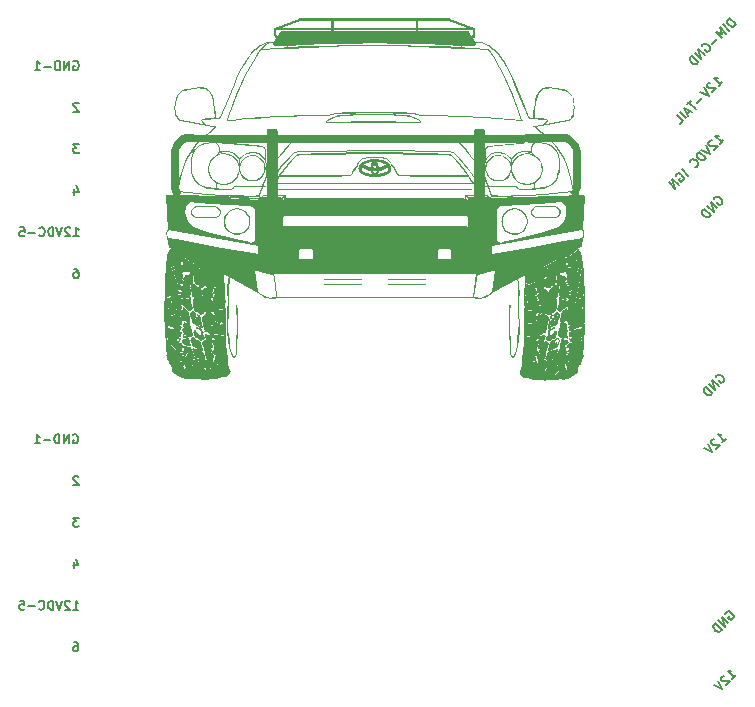
<source format=gbr>
%TF.GenerationSoftware,KiCad,Pcbnew,(5.1.9)-1*%
%TF.CreationDate,2022-03-20T14:43:19-04:00*%
%TF.ProjectId,4runner-seat-heat,3472756e-6e65-4722-9d73-6561742d6865,rev?*%
%TF.SameCoordinates,Original*%
%TF.FileFunction,Legend,Bot*%
%TF.FilePolarity,Positive*%
%FSLAX46Y46*%
G04 Gerber Fmt 4.6, Leading zero omitted, Abs format (unit mm)*
G04 Created by KiCad (PCBNEW (5.1.9)-1) date 2022-03-20 14:43:19*
%MOMM*%
%LPD*%
G01*
G04 APERTURE LIST*
%ADD10C,0.190500*%
%ADD11C,0.100000*%
G04 APERTURE END LIST*
D10*
X61906956Y-2893343D02*
X61368140Y-2354527D01*
X61239851Y-2482817D01*
X61188535Y-2585448D01*
X61188535Y-2688080D01*
X61214193Y-2765053D01*
X61291167Y-2893343D01*
X61368140Y-2970316D01*
X61496430Y-3047290D01*
X61573403Y-3072948D01*
X61676035Y-3072948D01*
X61778666Y-3021632D01*
X61906956Y-2893343D01*
X61368140Y-3432158D02*
X60829325Y-2893343D01*
X61111562Y-3688737D02*
X60572746Y-3149922D01*
X60778009Y-3714395D01*
X60213536Y-3509132D01*
X60752351Y-4047947D01*
X60290510Y-4099263D02*
X59879984Y-4509789D01*
X59033274Y-4740710D02*
X59058932Y-4663736D01*
X59135905Y-4586762D01*
X59238537Y-4535447D01*
X59341168Y-4535447D01*
X59418142Y-4561105D01*
X59546431Y-4638078D01*
X59623405Y-4715052D01*
X59700379Y-4843341D01*
X59726037Y-4920315D01*
X59726037Y-5022946D01*
X59674721Y-5125578D01*
X59623405Y-5176894D01*
X59520774Y-5228209D01*
X59469458Y-5228209D01*
X59289853Y-5048604D01*
X59392484Y-4945973D01*
X59289853Y-5510446D02*
X58751037Y-4971631D01*
X58981958Y-5818340D01*
X58443143Y-5279525D01*
X58725379Y-6074919D02*
X58186564Y-5536104D01*
X58058275Y-5664393D01*
X58006959Y-5767025D01*
X58006959Y-5869656D01*
X58032617Y-5946630D01*
X58109590Y-6074919D01*
X58186564Y-6151893D01*
X58314853Y-6228866D01*
X58391827Y-6254524D01*
X58494459Y-6254524D01*
X58597090Y-6203209D01*
X58725379Y-6074919D01*
X5809343Y-52445574D02*
X6244772Y-52445574D01*
X6027058Y-52445574D02*
X6027058Y-51683574D01*
X6099629Y-51792431D01*
X6172200Y-51865002D01*
X6244772Y-51901288D01*
X5519058Y-51756145D02*
X5482772Y-51719860D01*
X5410200Y-51683574D01*
X5228772Y-51683574D01*
X5156200Y-51719860D01*
X5119915Y-51756145D01*
X5083629Y-51828717D01*
X5083629Y-51901288D01*
X5119915Y-52010145D01*
X5555343Y-52445574D01*
X5083629Y-52445574D01*
X4865915Y-51683574D02*
X4611915Y-52445574D01*
X4357915Y-51683574D01*
X4103915Y-52445574D02*
X4103915Y-51683574D01*
X3922486Y-51683574D01*
X3813629Y-51719860D01*
X3741058Y-51792431D01*
X3704772Y-51865002D01*
X3668486Y-52010145D01*
X3668486Y-52119002D01*
X3704772Y-52264145D01*
X3741058Y-52336717D01*
X3813629Y-52409288D01*
X3922486Y-52445574D01*
X4103915Y-52445574D01*
X2906486Y-52373002D02*
X2942772Y-52409288D01*
X3051629Y-52445574D01*
X3124200Y-52445574D01*
X3233058Y-52409288D01*
X3305629Y-52336717D01*
X3341915Y-52264145D01*
X3378200Y-52119002D01*
X3378200Y-52010145D01*
X3341915Y-51865002D01*
X3305629Y-51792431D01*
X3233058Y-51719860D01*
X3124200Y-51683574D01*
X3051629Y-51683574D01*
X2942772Y-51719860D01*
X2906486Y-51756145D01*
X2579915Y-52155288D02*
X1999343Y-52155288D01*
X1273629Y-51683574D02*
X1636486Y-51683574D01*
X1672772Y-52046431D01*
X1636486Y-52010145D01*
X1563915Y-51973860D01*
X1382486Y-51973860D01*
X1309915Y-52010145D01*
X1273629Y-52046431D01*
X1237343Y-52119002D01*
X1237343Y-52300431D01*
X1273629Y-52373002D01*
X1309915Y-52409288D01*
X1382486Y-52445574D01*
X1563915Y-52445574D01*
X1636486Y-52409288D01*
X1672772Y-52373002D01*
X6244772Y-41194825D02*
X6208486Y-41158540D01*
X6135915Y-41122254D01*
X5954486Y-41122254D01*
X5881915Y-41158540D01*
X5845629Y-41194825D01*
X5809343Y-41267397D01*
X5809343Y-41339968D01*
X5845629Y-41448825D01*
X6281058Y-41884254D01*
X5809343Y-41884254D01*
X5881915Y-48417134D02*
X5881915Y-48925134D01*
X6063343Y-48126848D02*
X6244772Y-48671134D01*
X5773058Y-48671134D01*
X6281058Y-44642694D02*
X5809343Y-44642694D01*
X6063343Y-44932980D01*
X5954486Y-44932980D01*
X5881915Y-44969265D01*
X5845629Y-45005551D01*
X5809343Y-45078122D01*
X5809343Y-45259551D01*
X5845629Y-45332122D01*
X5881915Y-45368408D01*
X5954486Y-45404694D01*
X6172200Y-45404694D01*
X6244772Y-45368408D01*
X6281058Y-45332122D01*
X5881915Y-55204014D02*
X6027058Y-55204014D01*
X6099629Y-55240300D01*
X6135915Y-55276585D01*
X6208486Y-55385442D01*
X6244772Y-55530585D01*
X6244772Y-55820871D01*
X6208486Y-55893442D01*
X6172200Y-55929728D01*
X6099629Y-55966014D01*
X5954486Y-55966014D01*
X5881915Y-55929728D01*
X5845629Y-55893442D01*
X5809343Y-55820871D01*
X5809343Y-55639442D01*
X5845629Y-55566871D01*
X5881915Y-55530585D01*
X5954486Y-55494300D01*
X6099629Y-55494300D01*
X6172200Y-55530585D01*
X6208486Y-55566871D01*
X6244772Y-55639442D01*
X5809342Y-37638100D02*
X5881914Y-37601814D01*
X5990771Y-37601814D01*
X6099628Y-37638100D01*
X6172200Y-37710671D01*
X6208485Y-37783242D01*
X6244771Y-37928385D01*
X6244771Y-38037242D01*
X6208485Y-38182385D01*
X6172200Y-38254957D01*
X6099628Y-38327528D01*
X5990771Y-38363814D01*
X5918200Y-38363814D01*
X5809342Y-38327528D01*
X5773057Y-38291242D01*
X5773057Y-38037242D01*
X5918200Y-38037242D01*
X5446485Y-38363814D02*
X5446485Y-37601814D01*
X5011057Y-38363814D01*
X5011057Y-37601814D01*
X4648200Y-38363814D02*
X4648200Y-37601814D01*
X4466771Y-37601814D01*
X4357914Y-37638100D01*
X4285342Y-37710671D01*
X4249057Y-37783242D01*
X4212771Y-37928385D01*
X4212771Y-38037242D01*
X4249057Y-38182385D01*
X4285342Y-38254957D01*
X4357914Y-38327528D01*
X4466771Y-38363814D01*
X4648200Y-38363814D01*
X3886200Y-38073528D02*
X3305628Y-38073528D01*
X2543628Y-38363814D02*
X2979057Y-38363814D01*
X2761342Y-38363814D02*
X2761342Y-37601814D01*
X2833914Y-37710671D01*
X2906485Y-37783242D01*
X2979057Y-37819528D01*
X6271772Y-9586125D02*
X6235486Y-9549840D01*
X6162915Y-9513554D01*
X5981486Y-9513554D01*
X5908915Y-9549840D01*
X5872629Y-9586125D01*
X5836343Y-9658697D01*
X5836343Y-9731268D01*
X5872629Y-9840125D01*
X6308058Y-10275554D01*
X5836343Y-10275554D01*
X5908915Y-16808434D02*
X5908915Y-17316434D01*
X6090343Y-16518148D02*
X6271772Y-17062434D01*
X5800058Y-17062434D01*
X6308058Y-13033994D02*
X5836343Y-13033994D01*
X6090343Y-13324280D01*
X5981486Y-13324280D01*
X5908915Y-13360565D01*
X5872629Y-13396851D01*
X5836343Y-13469422D01*
X5836343Y-13650851D01*
X5872629Y-13723422D01*
X5908915Y-13759708D01*
X5981486Y-13795994D01*
X6199200Y-13795994D01*
X6271772Y-13759708D01*
X6308058Y-13723422D01*
X5836343Y-20836874D02*
X6271772Y-20836874D01*
X6054058Y-20836874D02*
X6054058Y-20074874D01*
X6126629Y-20183731D01*
X6199200Y-20256302D01*
X6271772Y-20292588D01*
X5546058Y-20147445D02*
X5509772Y-20111160D01*
X5437200Y-20074874D01*
X5255772Y-20074874D01*
X5183200Y-20111160D01*
X5146915Y-20147445D01*
X5110629Y-20220017D01*
X5110629Y-20292588D01*
X5146915Y-20401445D01*
X5582343Y-20836874D01*
X5110629Y-20836874D01*
X4892915Y-20074874D02*
X4638915Y-20836874D01*
X4384915Y-20074874D01*
X4130915Y-20836874D02*
X4130915Y-20074874D01*
X3949486Y-20074874D01*
X3840629Y-20111160D01*
X3768058Y-20183731D01*
X3731772Y-20256302D01*
X3695486Y-20401445D01*
X3695486Y-20510302D01*
X3731772Y-20655445D01*
X3768058Y-20728017D01*
X3840629Y-20800588D01*
X3949486Y-20836874D01*
X4130915Y-20836874D01*
X2933486Y-20764302D02*
X2969772Y-20800588D01*
X3078629Y-20836874D01*
X3151200Y-20836874D01*
X3260058Y-20800588D01*
X3332629Y-20728017D01*
X3368915Y-20655445D01*
X3405200Y-20510302D01*
X3405200Y-20401445D01*
X3368915Y-20256302D01*
X3332629Y-20183731D01*
X3260058Y-20111160D01*
X3151200Y-20074874D01*
X3078629Y-20074874D01*
X2969772Y-20111160D01*
X2933486Y-20147445D01*
X2606915Y-20546588D02*
X2026343Y-20546588D01*
X1300629Y-20074874D02*
X1663486Y-20074874D01*
X1699772Y-20437731D01*
X1663486Y-20401445D01*
X1590915Y-20365160D01*
X1409486Y-20365160D01*
X1336915Y-20401445D01*
X1300629Y-20437731D01*
X1264343Y-20510302D01*
X1264343Y-20691731D01*
X1300629Y-20764302D01*
X1336915Y-20800588D01*
X1409486Y-20836874D01*
X1590915Y-20836874D01*
X1663486Y-20800588D01*
X1699772Y-20764302D01*
X5908915Y-23595314D02*
X6054058Y-23595314D01*
X6126629Y-23631600D01*
X6162915Y-23667885D01*
X6235486Y-23776742D01*
X6271772Y-23921885D01*
X6271772Y-24212171D01*
X6235486Y-24284742D01*
X6199200Y-24321028D01*
X6126629Y-24357314D01*
X5981486Y-24357314D01*
X5908915Y-24321028D01*
X5872629Y-24284742D01*
X5836343Y-24212171D01*
X5836343Y-24030742D01*
X5872629Y-23958171D01*
X5908915Y-23921885D01*
X5981486Y-23885600D01*
X6126629Y-23885600D01*
X6199200Y-23921885D01*
X6235486Y-23958171D01*
X6271772Y-24030742D01*
X5836342Y-6029400D02*
X5908914Y-5993114D01*
X6017771Y-5993114D01*
X6126628Y-6029400D01*
X6199200Y-6101971D01*
X6235485Y-6174542D01*
X6271771Y-6319685D01*
X6271771Y-6428542D01*
X6235485Y-6573685D01*
X6199200Y-6646257D01*
X6126628Y-6718828D01*
X6017771Y-6755114D01*
X5945200Y-6755114D01*
X5836342Y-6718828D01*
X5800057Y-6682542D01*
X5800057Y-6428542D01*
X5945200Y-6428542D01*
X5473485Y-6755114D02*
X5473485Y-5993114D01*
X5038057Y-6755114D01*
X5038057Y-5993114D01*
X4675200Y-6755114D02*
X4675200Y-5993114D01*
X4493771Y-5993114D01*
X4384914Y-6029400D01*
X4312342Y-6101971D01*
X4276057Y-6174542D01*
X4239771Y-6319685D01*
X4239771Y-6428542D01*
X4276057Y-6573685D01*
X4312342Y-6646257D01*
X4384914Y-6718828D01*
X4493771Y-6755114D01*
X4675200Y-6755114D01*
X3913200Y-6464828D02*
X3332628Y-6464828D01*
X2570628Y-6755114D02*
X3006057Y-6755114D01*
X2788342Y-6755114D02*
X2788342Y-5993114D01*
X2860914Y-6101971D01*
X2933485Y-6174542D01*
X3006057Y-6210828D01*
X61037618Y-52799766D02*
X61063276Y-52722792D01*
X61140249Y-52645819D01*
X61242881Y-52594503D01*
X61345512Y-52594503D01*
X61422486Y-52620161D01*
X61550775Y-52697134D01*
X61627749Y-52774108D01*
X61704723Y-52902397D01*
X61730380Y-52979371D01*
X61730380Y-53082002D01*
X61679065Y-53184634D01*
X61627749Y-53235950D01*
X61525117Y-53287265D01*
X61473802Y-53287265D01*
X61294197Y-53107660D01*
X61396828Y-53005029D01*
X61294197Y-53569502D02*
X60755381Y-53030687D01*
X60986302Y-53877397D01*
X60447487Y-53338581D01*
X60729723Y-54133975D02*
X60190908Y-53595160D01*
X60062619Y-53723449D01*
X60011303Y-53826081D01*
X60011303Y-53928712D01*
X60036961Y-54005686D01*
X60113934Y-54133975D01*
X60190908Y-54210949D01*
X60319197Y-54287923D01*
X60396171Y-54313580D01*
X60498802Y-54313580D01*
X60601434Y-54262265D01*
X60729723Y-54133975D01*
X61613502Y-58317497D02*
X61921396Y-58009602D01*
X61767449Y-58163550D02*
X61228634Y-57624734D01*
X61356923Y-57650392D01*
X61459554Y-57650392D01*
X61536528Y-57624734D01*
X60920739Y-58035260D02*
X60869423Y-58035260D01*
X60792450Y-58060918D01*
X60664160Y-58189208D01*
X60638502Y-58266181D01*
X60638502Y-58317497D01*
X60664160Y-58394471D01*
X60715476Y-58445786D01*
X60818108Y-58497102D01*
X61433897Y-58497102D01*
X61100344Y-58830654D01*
X60407582Y-58445786D02*
X60766792Y-59164207D01*
X60048371Y-58804997D01*
X60788002Y-38289597D02*
X61095896Y-37981702D01*
X60941949Y-38135650D02*
X60403134Y-37596834D01*
X60531423Y-37622492D01*
X60634054Y-37622492D01*
X60711028Y-37596834D01*
X60095239Y-38007360D02*
X60043923Y-38007360D01*
X59966950Y-38033018D01*
X59838660Y-38161308D01*
X59813002Y-38238281D01*
X59813002Y-38289597D01*
X59838660Y-38366571D01*
X59889976Y-38417886D01*
X59992608Y-38469202D01*
X60608397Y-38469202D01*
X60274844Y-38802754D01*
X59582082Y-38417886D02*
X59941292Y-39136307D01*
X59222871Y-38777097D01*
X60212118Y-32771866D02*
X60237776Y-32694892D01*
X60314749Y-32617919D01*
X60417381Y-32566603D01*
X60520012Y-32566603D01*
X60596986Y-32592261D01*
X60725275Y-32669234D01*
X60802249Y-32746208D01*
X60879223Y-32874497D01*
X60904880Y-32951471D01*
X60904880Y-33054102D01*
X60853565Y-33156734D01*
X60802249Y-33208050D01*
X60699617Y-33259365D01*
X60648302Y-33259365D01*
X60468697Y-33079760D01*
X60571328Y-32977129D01*
X60468697Y-33541602D02*
X59929881Y-33002787D01*
X60160802Y-33849497D01*
X59621987Y-33310681D01*
X59904223Y-34106075D02*
X59365408Y-33567260D01*
X59237119Y-33695549D01*
X59185803Y-33798181D01*
X59185803Y-33900812D01*
X59211461Y-33977786D01*
X59288434Y-34106075D01*
X59365408Y-34183049D01*
X59493697Y-34260023D01*
X59570671Y-34285680D01*
X59673302Y-34285680D01*
X59775934Y-34234365D01*
X59904223Y-34106075D01*
X60559451Y-13000722D02*
X60867345Y-12692827D01*
X60713398Y-12846775D02*
X60174583Y-12307959D01*
X60302872Y-12333617D01*
X60405503Y-12333617D01*
X60482477Y-12307959D01*
X59866688Y-12718485D02*
X59815372Y-12718485D01*
X59738399Y-12744143D01*
X59610109Y-12872433D01*
X59584451Y-12949406D01*
X59584451Y-13000722D01*
X59610109Y-13077696D01*
X59661425Y-13129011D01*
X59764057Y-13180327D01*
X60379846Y-13180327D01*
X60046293Y-13513879D01*
X59353531Y-13129011D02*
X59712741Y-13847432D01*
X58994320Y-13488222D01*
X59353531Y-14206642D02*
X58814715Y-13667827D01*
X58686426Y-13796116D01*
X58635110Y-13898748D01*
X58635110Y-14001379D01*
X58660768Y-14078353D01*
X58737742Y-14206642D01*
X58814715Y-14283616D01*
X58943005Y-14360589D01*
X59019978Y-14386247D01*
X59122610Y-14386247D01*
X59225241Y-14334931D01*
X59353531Y-14206642D01*
X58455505Y-15002036D02*
X58506821Y-15002036D01*
X58609452Y-14950720D01*
X58660768Y-14899405D01*
X58712084Y-14796773D01*
X58712084Y-14694142D01*
X58686426Y-14617168D01*
X58609452Y-14488879D01*
X58532479Y-14411905D01*
X58404189Y-14334931D01*
X58327216Y-14309274D01*
X58224584Y-14309274D01*
X58121953Y-14360589D01*
X58070637Y-14411905D01*
X58019321Y-14514537D01*
X58019321Y-14565852D01*
X57865374Y-15694799D02*
X57326559Y-15155983D01*
X56813401Y-15720457D02*
X56839059Y-15643483D01*
X56916033Y-15566509D01*
X57018664Y-15515194D01*
X57121296Y-15515194D01*
X57198269Y-15540851D01*
X57326559Y-15617825D01*
X57403532Y-15694799D01*
X57480506Y-15823088D01*
X57506164Y-15900062D01*
X57506164Y-16002693D01*
X57454848Y-16105325D01*
X57403532Y-16156640D01*
X57300901Y-16207956D01*
X57249585Y-16207956D01*
X57069980Y-16028351D01*
X57172611Y-15925720D01*
X57069980Y-16490193D02*
X56531164Y-15951377D01*
X56762085Y-16798087D01*
X56223270Y-16259272D01*
X60456319Y-8103179D02*
X60764214Y-7795285D01*
X60610266Y-7949232D02*
X60071451Y-7410417D01*
X60199740Y-7436075D01*
X60302372Y-7436075D01*
X60379346Y-7410417D01*
X59763557Y-7820943D02*
X59712241Y-7820943D01*
X59635267Y-7846601D01*
X59506978Y-7974890D01*
X59481320Y-8051864D01*
X59481320Y-8103179D01*
X59506978Y-8180153D01*
X59558294Y-8231469D01*
X59660925Y-8282785D01*
X60276714Y-8282785D01*
X59943162Y-8616337D01*
X59250399Y-8231469D02*
X59609609Y-8949889D01*
X58891189Y-8590679D01*
X59045136Y-9103837D02*
X58634610Y-9514362D01*
X58121453Y-9360415D02*
X57813558Y-9668310D01*
X58506321Y-10053178D02*
X57967505Y-9514362D01*
X58044479Y-10207125D02*
X57787900Y-10463704D01*
X58249742Y-10309757D02*
X57531322Y-9950546D01*
X57890532Y-10668967D01*
X57710927Y-10848572D02*
X57172111Y-10309757D01*
X57197769Y-11361729D02*
X57454348Y-11105151D01*
X56915533Y-10566335D01*
X60085118Y-17696966D02*
X60110776Y-17619992D01*
X60187749Y-17543019D01*
X60290381Y-17491703D01*
X60393012Y-17491703D01*
X60469986Y-17517361D01*
X60598275Y-17594334D01*
X60675249Y-17671308D01*
X60752223Y-17799597D01*
X60777880Y-17876571D01*
X60777880Y-17979202D01*
X60726565Y-18081834D01*
X60675249Y-18133150D01*
X60572617Y-18184465D01*
X60521302Y-18184465D01*
X60341697Y-18004860D01*
X60444328Y-17902229D01*
X60341697Y-18466702D02*
X59802881Y-17927887D01*
X60033802Y-18774597D01*
X59494987Y-18235781D01*
X59777223Y-19031175D02*
X59238408Y-18492360D01*
X59110119Y-18620649D01*
X59058803Y-18723281D01*
X59058803Y-18825912D01*
X59084461Y-18902886D01*
X59161434Y-19031175D01*
X59238408Y-19108149D01*
X59366697Y-19185123D01*
X59443671Y-19210780D01*
X59546302Y-19210780D01*
X59648934Y-19159465D01*
X59777223Y-19031175D01*
D11*
%TO.C,4runnerTruckLogo*%
G36*
X30610600Y-14466100D02*
G01*
X30244700Y-14661100D01*
X30079800Y-14851300D01*
X30025900Y-14991600D01*
X30021200Y-15065400D01*
X30025900Y-15139200D01*
X30079800Y-15279500D01*
X30244700Y-15469700D01*
X30610600Y-15664700D01*
X31094600Y-15773800D01*
X31369400Y-15783800D01*
X31644100Y-15773800D01*
X32127700Y-15664700D01*
X32493600Y-15469700D01*
X32658500Y-15279500D01*
X32712300Y-15139200D01*
X32717000Y-15065400D01*
X32712600Y-14999100D01*
X32671400Y-14874100D01*
X32635500Y-14818200D01*
X32507300Y-14696700D01*
X32215200Y-14507300D01*
X32062600Y-14450500D01*
X31766800Y-14501000D01*
X32022000Y-14570700D01*
X32264100Y-14679400D01*
X32377900Y-14749500D01*
X32387600Y-14757900D01*
X32459100Y-14821400D01*
X32512100Y-14901100D01*
X32512200Y-14901100D01*
X32546200Y-14974200D01*
X32554000Y-15054500D01*
X32549800Y-15114100D01*
X32502500Y-15227400D01*
X32357600Y-15380800D01*
X32036000Y-15538200D01*
X31610900Y-15626100D01*
X31369400Y-15634300D01*
X31352100Y-15634300D01*
X31113400Y-15624700D01*
X30693900Y-15535500D01*
X30377300Y-15378500D01*
X30234800Y-15226000D01*
X30188300Y-15113600D01*
X30184300Y-15054500D01*
X30191700Y-14974100D01*
X30226000Y-14901100D01*
X30279000Y-14821700D01*
X30349800Y-14757900D01*
X30461200Y-14686900D01*
X30698800Y-14576200D01*
X30950100Y-14504500D01*
X31195600Y-14474900D01*
X30783500Y-14427100D01*
X30610600Y-14466100D01*
G37*
G36*
X31369400Y-14347000D02*
G01*
X31094600Y-14357000D01*
X30783500Y-14427100D01*
X31195600Y-14474900D01*
X31210300Y-14473100D01*
X31342400Y-14474700D01*
X31350400Y-14474100D01*
X31358400Y-14474100D01*
X31369300Y-14474100D01*
X31503000Y-14471600D01*
X31766800Y-14501000D01*
X32062600Y-14450500D01*
X31890800Y-14386600D01*
X31545900Y-14338800D01*
X31369400Y-14347000D01*
G37*
G36*
X31155300Y-15086300D02*
G01*
X31155000Y-15118700D01*
X31157000Y-15194900D01*
X31168500Y-15270200D01*
X31169100Y-15270200D01*
X31268000Y-15277600D01*
X31369400Y-15279200D01*
X31458400Y-15277900D01*
X31545400Y-15272200D01*
X31557200Y-15195900D01*
X31559500Y-15118700D01*
X31559200Y-15087300D01*
X31556900Y-15057100D01*
X31464800Y-15064100D01*
X31369400Y-15065400D01*
X31263300Y-15063900D01*
X31157600Y-15055200D01*
X31155300Y-15086300D01*
G37*
G36*
X30278900Y-4402650D02*
G01*
X28114900Y-4460750D01*
X27003700Y-4509200D01*
X25454000Y-4591380D01*
X23954100Y-4701810D01*
X25454200Y-4628970D01*
X27003700Y-4572790D01*
X29213200Y-4512320D01*
X31331600Y-4495110D01*
X33448000Y-4513200D01*
X35659400Y-4572790D01*
X37207500Y-4628290D01*
X38707100Y-4701790D01*
X37207900Y-4592650D01*
X35659400Y-4509190D01*
X34549000Y-4459820D01*
X32385000Y-4401720D01*
X31331600Y-4393000D01*
X30278900Y-4402650D01*
G37*
G36*
X31350500Y-14474100D02*
G01*
X31342500Y-14474700D01*
X31282400Y-14487800D01*
X31176800Y-14578000D01*
X31096700Y-14730700D01*
X31051100Y-14929300D01*
X31045900Y-15041600D01*
X31101100Y-15049700D01*
X31157600Y-15055100D01*
X31177300Y-14909400D01*
X31252800Y-14756000D01*
X31319800Y-14703000D01*
X31357200Y-14698200D01*
X31394700Y-14703000D01*
X31461900Y-14756300D01*
X31537600Y-14910400D01*
X31556900Y-15057100D01*
X31615300Y-15052200D01*
X31671800Y-15044900D01*
X31666700Y-14929700D01*
X31619400Y-14726800D01*
X31536400Y-14572500D01*
X31427000Y-14484200D01*
X31364900Y-14474100D01*
X31358500Y-14474100D01*
X31350500Y-14474100D01*
G37*
G36*
X23244400Y-3695380D02*
G01*
X23112400Y-3908310D01*
X22944600Y-4179020D01*
X22775900Y-4450170D01*
X22937100Y-4691570D01*
X23445600Y-4696490D01*
X23954100Y-4701840D01*
X25454300Y-4592700D01*
X27003700Y-4509230D01*
X28114200Y-4459850D01*
X30278100Y-4401750D01*
X31331600Y-4393030D01*
X32383900Y-4402680D01*
X34547800Y-4460780D01*
X35659400Y-4509230D01*
X37207500Y-4591410D01*
X38707100Y-4701840D01*
X38709100Y-4701840D01*
X39217560Y-4696910D01*
X39726070Y-4691570D01*
X39887220Y-4450170D01*
X39718790Y-4178800D01*
X39550790Y-3908310D01*
X39418960Y-3695580D01*
X39287560Y-3483310D01*
X23375600Y-3483310D01*
X23244400Y-3695380D01*
G37*
G36*
X31615300Y-15052300D02*
G01*
X31556900Y-15057100D01*
X31559200Y-15087300D01*
X31559500Y-15118700D01*
X31557200Y-15195900D01*
X31545400Y-15272200D01*
X31598300Y-15267700D01*
X31650700Y-15261200D01*
X31668700Y-15158600D01*
X31671800Y-15054500D01*
X31671800Y-15044900D01*
X31615300Y-15052300D01*
G37*
G36*
X32228100Y-14872500D02*
G01*
X31866400Y-15017500D01*
X31671800Y-15044900D01*
X31671800Y-15054500D01*
X31668700Y-15158600D01*
X31650600Y-15261200D01*
X31886700Y-15228000D01*
X32322700Y-15045800D01*
X32512200Y-14901100D01*
X32459200Y-14821400D01*
X32387700Y-14757900D01*
X32228100Y-14872500D01*
G37*
G36*
X31045200Y-15048100D02*
G01*
X31045200Y-15054500D01*
X31048400Y-15157300D01*
X31065800Y-15258700D01*
X31116800Y-15265100D01*
X31168500Y-15270200D01*
X31157000Y-15194900D01*
X31155000Y-15118700D01*
X31155300Y-15086300D01*
X31157600Y-15055100D01*
X31101100Y-15049700D01*
X31045900Y-15041600D01*
X31045200Y-15048100D01*
G37*
G36*
X22744500Y-4501530D02*
G01*
X22766300Y-4523360D01*
X22851700Y-4609070D01*
X22937100Y-4695420D01*
X23445600Y-4698420D01*
X23954100Y-4701840D01*
X23445600Y-4696910D01*
X22937100Y-4691570D01*
X22775900Y-4450170D01*
X22744500Y-4501530D01*
G37*
G36*
X17900100Y-22809800D02*
G01*
X17983200Y-22853200D01*
X18171300Y-22960700D01*
X18357500Y-23073400D01*
X18450700Y-23137000D01*
X18557300Y-23328500D01*
X18562300Y-23441300D01*
X18562600Y-23713800D01*
X18562300Y-23985700D01*
X18817600Y-24126300D01*
X19073400Y-24266900D01*
X20242400Y-24910100D01*
X21411000Y-25552900D01*
X21423200Y-25530400D01*
X21299000Y-24627900D01*
X21174700Y-23724400D01*
X21184300Y-23688500D01*
X19500100Y-23227200D01*
X17816300Y-22765900D01*
X17900100Y-22809800D01*
G37*
G36*
X43314740Y-23220100D02*
G01*
X41603950Y-23688500D01*
X41613580Y-23724500D01*
X41489240Y-24627700D01*
X41364480Y-25530500D01*
X41376690Y-25552900D01*
X43435660Y-24420400D01*
X43775610Y-24232800D01*
X44115560Y-24046100D01*
X44113000Y-23785700D01*
X44111070Y-23524700D01*
X44115090Y-23412000D01*
X44220050Y-23219400D01*
X44312670Y-23154900D01*
X44497570Y-23041000D01*
X44685040Y-22932200D01*
X44855500Y-22841300D01*
X45025950Y-22751200D01*
X43314740Y-23220100D01*
G37*
G36*
X39806610Y-4570870D02*
G01*
X39726040Y-4691570D01*
X39217550Y-4696490D01*
X38709000Y-4701840D01*
X39217530Y-4698850D01*
X39726040Y-4695420D01*
X39811430Y-4609070D01*
X39896810Y-4523360D01*
X39918640Y-4501530D01*
X39887190Y-4450170D01*
X39806610Y-4570870D01*
G37*
G36*
X30279000Y-14821700D02*
G01*
X30226000Y-14901100D01*
X30410700Y-15042800D01*
X30835500Y-15223700D01*
X31065800Y-15258700D01*
X31048400Y-15157300D01*
X31045200Y-15054500D01*
X31045200Y-15048100D01*
X31045900Y-15041700D01*
X30856600Y-15013400D01*
X30504900Y-14870000D01*
X30349900Y-14757900D01*
X30279000Y-14821700D01*
G37*
G36*
X17111400Y-26611000D02*
G01*
X17141500Y-26636700D01*
X17115600Y-26695400D01*
X17089100Y-26748600D01*
X17662000Y-27083600D01*
X17679800Y-27052300D01*
X17732200Y-26977500D01*
X17755600Y-27063900D01*
X17930800Y-26966100D01*
X17899100Y-26933900D01*
X17864100Y-26909800D01*
X17824000Y-26896000D01*
X17741700Y-26888200D01*
X17662200Y-26865800D01*
X17416300Y-26711400D01*
X17167900Y-26562800D01*
X17150600Y-26553900D01*
X17132600Y-26546800D01*
X17111400Y-26611000D01*
G37*
G36*
X16968800Y-27630500D02*
G01*
X17009700Y-27662000D01*
X16996400Y-27616300D01*
X16968800Y-27630500D01*
G37*
G36*
X17755600Y-27063900D02*
G01*
X17777200Y-27150900D01*
X17784200Y-27187100D01*
X17784200Y-27210700D01*
X18096000Y-27050200D01*
X17973600Y-27000600D01*
X17935400Y-26970800D01*
X17930800Y-26966100D01*
X17755600Y-27063900D01*
G37*
G36*
X17523300Y-27345000D02*
G01*
X17490800Y-27330400D01*
X17466400Y-27303000D01*
X17448100Y-27273100D01*
X17459900Y-27228300D01*
X17496600Y-27227300D01*
X17550400Y-27228000D01*
X17612900Y-27176300D01*
X17634600Y-27131600D01*
X17662000Y-27083600D01*
X17089100Y-26748600D01*
X17076100Y-26774700D01*
X16927100Y-26810000D01*
X17000600Y-27057500D01*
X17069000Y-27306900D01*
X17079500Y-27373700D01*
X17019600Y-27466400D01*
X16960000Y-27491000D01*
X16996400Y-27616300D01*
X17523300Y-27345000D01*
G37*
G36*
X17009700Y-27662000D02*
G01*
X17042700Y-27701800D01*
X17023000Y-27656900D01*
X17009700Y-27662000D01*
G37*
G36*
X16952000Y-27494300D02*
G01*
X16978700Y-27555300D01*
X16960000Y-27491000D01*
X16952000Y-27494300D01*
G37*
G36*
X18679000Y-27019400D02*
G01*
X18679300Y-27019300D01*
X18679300Y-27018300D01*
X18679000Y-27019400D01*
G37*
G36*
X17588500Y-27439200D02*
G01*
X17591600Y-27422900D01*
X17566800Y-27362200D01*
X17524200Y-27345400D01*
X17523300Y-27345000D01*
X17003700Y-27612500D01*
X17023000Y-27656900D01*
X17588500Y-27439200D01*
G37*
G36*
X18412100Y-27321600D02*
G01*
X18428200Y-27328900D01*
X18412500Y-27321200D01*
X18412100Y-27321600D01*
G37*
G36*
X18679200Y-27009800D02*
G01*
X18679200Y-27009700D01*
X18515500Y-27010300D01*
X18510400Y-27038100D01*
X18496800Y-27062900D01*
X18461700Y-27117700D01*
X18371600Y-27155300D01*
X18310000Y-27135400D01*
X18141800Y-27068700D01*
X18096000Y-27050200D01*
X17981900Y-27108900D01*
X18412500Y-27321200D01*
X18679200Y-27009800D01*
G37*
G36*
X17042700Y-27701800D02*
G01*
X17088200Y-27753800D01*
X17060400Y-27694400D01*
X17042700Y-27701800D01*
G37*
G36*
X18679000Y-27019400D02*
G01*
X18678600Y-27020600D01*
X18679300Y-27020300D01*
X18679300Y-27019300D01*
X18679000Y-27019400D01*
G37*
G36*
X17580800Y-27477700D02*
G01*
X17583300Y-27466100D01*
X17588500Y-27439200D01*
X17039800Y-27650400D01*
X17060400Y-27694400D01*
X17580800Y-27477700D01*
G37*
G36*
X18428200Y-27328900D02*
G01*
X18442300Y-27339600D01*
X18412100Y-27355700D01*
X18385100Y-27331300D01*
X18399200Y-27324200D01*
X18407900Y-27322500D01*
X17980700Y-27109500D01*
X17784200Y-27210700D01*
X17784200Y-27224100D01*
X17780600Y-27296200D01*
X17845000Y-27419500D01*
X17906200Y-27457800D01*
X17910800Y-27462000D01*
X18410900Y-27655900D01*
X18460900Y-27607400D01*
X18491400Y-27657100D01*
X18679300Y-27018300D01*
X18679200Y-27009800D01*
X18428200Y-27328900D01*
G37*
G36*
X17981900Y-27108900D02*
G01*
X17980700Y-27109500D01*
X18407900Y-27322500D01*
X18412100Y-27321600D01*
X18412500Y-27321200D01*
X17981900Y-27108900D01*
G37*
G36*
X18428200Y-27328900D02*
G01*
X18679200Y-27009800D01*
X18412500Y-27321200D01*
X18428200Y-27328900D01*
G37*
G36*
X17088200Y-27753800D02*
G01*
X17132500Y-27806400D01*
X17103100Y-27746900D01*
X17088200Y-27753800D01*
G37*
G36*
X18678600Y-27020600D02*
G01*
X18678200Y-27022000D01*
X18679300Y-27021500D01*
X18679300Y-27020300D01*
X18678600Y-27020600D01*
G37*
G36*
X17569400Y-27532300D02*
G01*
X17580800Y-27477700D01*
X17074300Y-27688600D01*
X17103100Y-27746900D01*
X17569400Y-27532300D01*
G37*
G36*
X18677700Y-27023500D02*
G01*
X18491400Y-27657100D01*
X18499400Y-27690200D01*
X18450900Y-27743100D01*
X18394100Y-27787100D01*
X18376200Y-27763400D01*
X18343400Y-27721000D01*
X18406300Y-27660300D01*
X18410900Y-27655900D01*
X17910800Y-27462000D01*
X17930900Y-27480600D01*
X17951100Y-27511100D01*
X17914200Y-27527400D01*
X17879900Y-27532200D01*
X17820000Y-27527100D01*
X17750000Y-27581800D01*
X17735400Y-27638800D01*
X17726500Y-27685500D01*
X17711700Y-27730600D01*
X17701300Y-27766500D01*
X17667600Y-27826200D01*
X17624400Y-27818000D01*
X17568500Y-27775600D01*
X17533800Y-27728100D01*
X17557400Y-27591100D01*
X17132500Y-27806400D01*
X17067700Y-27799400D01*
X17003500Y-27788400D01*
X16939200Y-27770700D01*
X16877000Y-27746700D01*
X16850800Y-27729300D01*
X16828200Y-27707500D01*
X16856100Y-27659700D01*
X16886000Y-27629800D01*
X16927500Y-27618300D01*
X16968800Y-27630500D01*
X16992400Y-27618400D01*
X16942600Y-27498700D01*
X16898000Y-27519700D01*
X16815000Y-27594000D01*
X16762100Y-27690500D01*
X16744000Y-27800500D01*
X16751200Y-27857800D01*
X16847200Y-28236900D01*
X16941900Y-28616000D01*
X16959400Y-28672800D01*
X17025400Y-28714200D01*
X17080600Y-28689200D01*
X17118500Y-28670300D01*
X17197500Y-28685100D01*
X17226100Y-28716400D01*
X17226300Y-28716800D01*
X17296300Y-28769500D01*
X17370200Y-28818200D01*
X17375400Y-28823900D01*
X17378500Y-28831100D01*
X17521000Y-28765000D01*
X17516200Y-28722100D01*
X17516500Y-28679000D01*
X17528400Y-28613800D01*
X17540900Y-28548600D01*
X17545800Y-28503400D01*
X17527700Y-28461700D01*
X17499200Y-28426300D01*
X17456900Y-28409600D01*
X17449100Y-28408000D01*
X17403900Y-28376500D01*
X17363700Y-28327100D01*
X17412500Y-28312600D01*
X17460000Y-28295600D01*
X17535300Y-28265700D01*
X17604500Y-28223700D01*
X17655200Y-28191000D01*
X17682800Y-28207000D01*
X17844600Y-28107600D01*
X17814100Y-28066100D01*
X17793900Y-27997800D01*
X17849700Y-27986900D01*
X17899200Y-27991400D01*
X18019800Y-28040000D01*
X18274500Y-28084600D01*
X18404400Y-28080000D01*
X18452400Y-28077200D01*
X18519900Y-28111900D01*
X18527700Y-28165300D01*
X18527700Y-28169200D01*
X18678600Y-28170500D01*
X18678900Y-28034100D01*
X18680500Y-27897600D01*
X18681800Y-27453600D01*
X18679300Y-27022700D01*
X18677700Y-27023500D01*
G37*
G36*
X17009700Y-27662000D02*
G01*
X17010400Y-27661700D01*
X17007700Y-27655300D01*
X17009700Y-27662000D01*
G37*
G36*
X16978700Y-27555300D02*
G01*
X16952000Y-27494300D01*
X16950200Y-27495000D01*
X16942600Y-27498700D01*
X16992400Y-27618400D01*
X16996400Y-27616300D01*
X16978700Y-27555300D01*
G37*
G36*
X18678200Y-27022000D02*
G01*
X18677700Y-27023500D01*
X18679300Y-27022700D01*
X18679300Y-27021500D01*
X18678200Y-27022000D01*
G37*
G36*
X17132500Y-27806400D02*
G01*
X17557400Y-27591100D01*
X17559500Y-27579100D01*
X17569400Y-27532300D01*
X17103100Y-27746900D01*
X17132500Y-27806400D01*
G37*
G36*
X17088200Y-27753800D02*
G01*
X17103100Y-27746900D01*
X17074300Y-27688600D01*
X17060400Y-27694400D01*
X17088200Y-27753800D01*
G37*
G36*
X17042700Y-27701800D02*
G01*
X17060400Y-27694400D01*
X17039800Y-27650400D01*
X17023000Y-27656900D01*
X17042700Y-27701800D01*
G37*
G36*
X17007700Y-27655300D02*
G01*
X17010400Y-27661700D01*
X17023000Y-27656900D01*
X17003700Y-27612500D01*
X16996400Y-27616300D01*
X17007700Y-27655300D01*
G37*
G36*
X44393110Y-28966300D02*
G01*
X44421810Y-28997400D01*
X44418020Y-28928600D01*
X44393110Y-28966300D01*
G37*
G36*
X44904210Y-28191800D02*
G01*
X44703660Y-28272800D01*
X44447490Y-28368100D01*
X44439780Y-28347000D01*
X44409610Y-28345000D01*
X44385700Y-28341900D01*
X44408540Y-28756500D01*
X44412600Y-28762600D01*
X44431440Y-28800900D01*
X44419890Y-28824300D01*
X44412590Y-28830100D01*
X44418020Y-28928600D01*
X44904210Y-28191800D01*
G37*
G36*
X44596960Y-28909500D02*
G01*
X44620840Y-28925400D01*
X44612480Y-28856700D01*
X44596960Y-28909500D01*
G37*
G36*
X44115550Y-24046000D02*
G01*
X44117470Y-24344500D01*
X44111700Y-24643100D01*
X44108330Y-24712900D01*
X44249850Y-25876100D01*
X44148040Y-24028100D01*
X44115550Y-24046000D01*
G37*
G36*
X44730660Y-28454800D02*
G01*
X44589590Y-28668600D01*
X44612480Y-28856700D01*
X44730660Y-28454800D01*
G37*
G36*
X47300700Y-24774800D02*
G01*
X47270760Y-24783100D01*
X47239700Y-24783800D01*
X47117070Y-24876900D01*
X47120590Y-24917000D01*
X47117710Y-24957100D01*
X47096520Y-25032900D01*
X47075980Y-25108600D01*
X47062170Y-25178600D01*
X47047730Y-25248600D01*
X47020120Y-25389300D01*
X47000210Y-25530500D01*
X46983990Y-25612300D01*
X46976870Y-25735400D01*
X47020890Y-25805700D01*
X47070830Y-25833500D01*
X47076610Y-25857200D01*
X47066340Y-25895100D01*
X47035400Y-25966800D01*
X47010720Y-26119700D01*
X47017540Y-26197500D01*
X47011870Y-26373100D01*
X46971960Y-26544200D01*
X46916740Y-26729400D01*
X46857040Y-26913400D01*
X46860260Y-26963200D01*
X46885280Y-27006500D01*
X46935690Y-27072000D01*
X46989280Y-27135500D01*
X47016350Y-27165600D01*
X47074600Y-27175200D01*
X47108060Y-27148300D01*
X47158460Y-27098900D01*
X47209500Y-27050100D01*
X47435490Y-26831500D01*
X47655700Y-26607700D01*
X47689730Y-26575300D01*
X47752320Y-26557100D01*
X47695080Y-26286200D01*
X47658250Y-26311700D01*
X47592460Y-26350400D01*
X47521500Y-26378400D01*
X47491630Y-26379100D01*
X47458580Y-26368800D01*
X47462080Y-26335500D01*
X47472680Y-26312300D01*
X47472700Y-26312300D01*
X47513250Y-26277100D01*
X47541660Y-26178200D01*
X47525990Y-26126800D01*
X47528180Y-26069800D01*
X47538830Y-26013800D01*
X47565180Y-25969800D01*
X47598540Y-25931000D01*
X47624380Y-25951600D01*
X47575320Y-25719400D01*
X47396470Y-25843200D01*
X47308900Y-25942600D01*
X47275270Y-25977200D01*
X47280810Y-26033200D01*
X47319810Y-26060100D01*
X47379400Y-26100400D01*
X47430880Y-26150600D01*
X47446470Y-26181100D01*
X47441150Y-26214900D01*
X47375980Y-26262600D01*
X47221750Y-26268800D01*
X47152980Y-26226400D01*
X47152910Y-26226300D01*
X47095120Y-26168500D01*
X47043770Y-26079300D01*
X47074180Y-26027700D01*
X47111770Y-25981100D01*
X47228620Y-25889600D01*
X47338410Y-25791700D01*
X47481980Y-25653100D01*
X47551850Y-25608300D01*
X47366930Y-24733100D01*
X47300700Y-24774800D01*
G37*
G36*
X44407370Y-27393600D02*
G01*
X44421170Y-27401300D01*
X44419330Y-27386900D01*
X44407370Y-27393600D01*
G37*
G36*
X45634390Y-26701400D02*
G01*
X45632720Y-26697500D01*
X45661610Y-26671800D01*
X45639790Y-26608300D01*
X45622360Y-26615400D01*
X45605790Y-26624300D01*
X45364070Y-26774500D01*
X45124910Y-26930500D01*
X45047080Y-26953600D01*
X44966330Y-26962000D01*
X44927500Y-26976400D01*
X44893780Y-27000500D01*
X44858150Y-27037400D01*
X44820590Y-27067300D01*
X44656870Y-27136600D01*
X44492520Y-27204700D01*
X44432650Y-27225000D01*
X44396760Y-27210000D01*
X44419330Y-27386900D01*
X45634390Y-26701400D01*
G37*
G36*
X44904320Y-24722700D02*
G01*
X44940620Y-24745100D01*
X44929480Y-24703700D01*
X44904320Y-24722700D01*
G37*
G36*
X44421810Y-28997400D02*
G01*
X44486910Y-28824200D01*
X44418020Y-28928600D01*
X44421810Y-28997400D01*
G37*
G36*
X44367660Y-28754900D02*
G01*
X44368840Y-28753400D01*
X44389070Y-28727100D01*
X44408540Y-28756500D01*
X44385700Y-28341900D01*
X44360740Y-28338700D01*
X44330360Y-28314900D01*
X44367660Y-28754900D01*
G37*
G36*
X44082170Y-25254600D02*
G01*
X44077330Y-25330000D01*
X44317980Y-28168800D01*
X44362020Y-28145300D01*
X44374900Y-28145900D01*
X44356240Y-27807200D01*
X44312670Y-27760200D01*
X44312670Y-27760100D01*
X44319720Y-27726700D01*
X44349070Y-27677000D01*
X44320020Y-27149800D01*
X44309520Y-27133400D01*
X44287690Y-27086200D01*
X44314550Y-27050500D01*
X44249850Y-25876100D01*
X44108330Y-24712900D01*
X44082170Y-25254600D01*
G37*
G36*
X44412590Y-28830100D02*
G01*
X44403190Y-28837500D01*
X44372880Y-28816500D01*
X44385090Y-28960500D01*
X44393110Y-28966300D01*
X44418020Y-28928600D01*
X44412590Y-28830100D01*
G37*
G36*
X48776410Y-24136700D02*
G01*
X48980971Y-23651200D01*
X48975050Y-23547200D01*
X48976330Y-23519600D01*
X48942884Y-23489100D01*
X48920613Y-23421100D01*
X48935480Y-23311800D01*
X48935413Y-23308700D01*
X48776410Y-24136700D01*
G37*
G36*
X47366930Y-24733100D02*
G01*
X47551850Y-25608300D01*
X47816280Y-25439000D01*
X47984030Y-25373800D01*
X47903430Y-24974900D01*
X47833870Y-25026300D01*
X47764880Y-25094500D01*
X47719680Y-25140500D01*
X47601810Y-25183700D01*
X47537610Y-25178000D01*
X47509350Y-25167400D01*
X47486240Y-25138800D01*
X47485600Y-25116300D01*
X47501010Y-25095800D01*
X47561360Y-25051800D01*
X47568590Y-24937200D01*
X47551090Y-24875600D01*
X47513690Y-24737600D01*
X47419560Y-24700100D01*
X47366930Y-24733100D01*
G37*
G36*
X47711200Y-24066900D02*
G01*
X47678810Y-24111600D01*
X47651830Y-24226300D01*
X47646070Y-24344000D01*
X47662350Y-24417700D01*
X47690370Y-24487800D01*
X47703210Y-24538500D01*
X47696790Y-24571900D01*
X47665730Y-24603800D01*
X47667900Y-24664700D01*
X47691010Y-24697700D01*
X47712690Y-24732800D01*
X47722470Y-24772800D01*
X47736350Y-24856500D01*
X47793900Y-24899100D01*
X47877200Y-24888400D01*
X47886160Y-24889400D01*
X47718730Y-24060900D01*
X47711200Y-24066900D01*
G37*
G36*
X47696990Y-23959700D02*
G01*
X47698250Y-23959500D01*
X47697980Y-23958200D01*
X47696990Y-23959700D01*
G37*
G36*
X48841115Y-22642600D02*
G01*
X48843755Y-22638400D01*
X48854990Y-22609900D01*
X48853033Y-22601800D01*
X48841115Y-22642600D01*
G37*
G36*
X47995050Y-25537700D02*
G01*
X47952640Y-25682800D01*
X48060170Y-25750600D01*
X48014780Y-25526000D01*
X47995050Y-25537700D01*
G37*
G36*
X44421170Y-27401300D02*
G01*
X44394850Y-27425700D01*
X44365310Y-27409700D01*
X44378650Y-27398900D01*
X44391470Y-27392900D01*
X44371470Y-27199400D01*
X44344520Y-27188100D01*
X44320020Y-27149800D01*
X44349070Y-27677000D01*
X44349260Y-27676600D01*
X44403210Y-27729300D01*
X44465470Y-27789000D01*
X44434000Y-27831700D01*
X44416030Y-27855100D01*
X44360530Y-27811800D01*
X44356240Y-27807200D01*
X44374900Y-28145900D01*
X44408970Y-28147300D01*
X44536540Y-28151300D01*
X44785830Y-28104700D01*
X44903330Y-28054800D01*
X44951130Y-28050000D01*
X44992520Y-28058000D01*
X45117010Y-27869300D01*
X45094180Y-27829200D01*
X45083700Y-27793400D01*
X45068860Y-27748600D01*
X45059300Y-27702300D01*
X45044850Y-27645300D01*
X44975990Y-27591300D01*
X44917400Y-27597000D01*
X44883690Y-27592500D01*
X44848060Y-27576400D01*
X44867320Y-27545900D01*
X44891060Y-27523100D01*
X44950860Y-27483700D01*
X45012750Y-27360300D01*
X45008540Y-27288800D01*
X45007890Y-27251900D01*
X45014960Y-27215600D01*
X45035210Y-27128600D01*
X45046380Y-27083800D01*
X44421170Y-27401300D01*
G37*
G36*
X45075480Y-27069000D02*
G01*
X45108790Y-27116400D01*
X45153650Y-27195100D01*
X45175320Y-27239600D01*
X45237190Y-27290600D01*
X45289760Y-27289400D01*
X45326030Y-27290500D01*
X45338070Y-27335300D01*
X45320570Y-27365200D01*
X45296800Y-27392300D01*
X45264080Y-27407600D01*
X45222350Y-27424700D01*
X45198750Y-27485400D01*
X45207580Y-27528300D01*
X45231340Y-27641300D01*
X45239180Y-27684200D01*
X45799360Y-26835300D01*
X45697570Y-26834900D01*
X45665030Y-26769600D01*
X45075480Y-27069000D01*
G37*
G36*
X44396760Y-27210000D02*
G01*
X44371470Y-27199400D01*
X44391470Y-27392900D01*
X44394200Y-27391700D01*
X44407370Y-27393600D01*
X44419330Y-27386900D01*
X44396760Y-27210000D01*
G37*
G36*
X44421170Y-27401300D02*
G01*
X45046380Y-27083800D01*
X45056710Y-27042300D01*
X45075480Y-27069000D01*
X45665030Y-26769600D01*
X45658400Y-26756300D01*
X45634390Y-26701400D01*
X44419330Y-27386900D01*
X44421170Y-27401300D01*
G37*
G36*
X47300000Y-22915500D02*
G01*
X47299930Y-22915400D01*
X47296550Y-22915300D01*
X46846710Y-23255200D01*
X46941960Y-23267500D01*
X46973840Y-23224900D01*
X47009810Y-23257600D01*
X47514830Y-23082200D01*
X47480920Y-22975300D01*
X47453320Y-22914100D01*
X47400800Y-22906100D01*
X47300000Y-22915500D01*
G37*
G36*
X48617389Y-22277200D02*
G01*
X48617410Y-22277200D01*
X48617390Y-22277200D01*
X48617389Y-22277200D01*
G37*
G36*
X48273323Y-22177300D02*
G01*
X48558272Y-22260000D01*
X48565060Y-22247300D01*
X48584000Y-22231000D01*
X48603010Y-22252400D01*
X48691759Y-22097700D01*
X48679670Y-22080200D01*
X48626457Y-22025200D01*
X48580215Y-21945500D01*
X48273323Y-22177300D01*
G37*
G36*
X45149280Y-23693400D02*
G01*
X45185140Y-23744800D01*
X45168730Y-23682600D01*
X45149280Y-23693400D01*
G37*
G36*
X44589590Y-28668600D02*
G01*
X44557240Y-28717600D01*
X44586440Y-28903500D01*
X44596960Y-28909500D01*
X44612480Y-28856700D01*
X44589590Y-28668600D01*
G37*
G36*
X44062170Y-25566500D02*
G01*
X44138640Y-26053200D01*
X44077330Y-25330000D01*
X44062170Y-25566500D01*
G37*
G36*
X44620840Y-28925400D02*
G01*
X44909720Y-28189600D01*
X44904210Y-28191800D01*
X44730660Y-28454800D01*
X44612480Y-28856700D01*
X44620840Y-28925400D01*
G37*
G36*
X48598810Y-27516300D02*
G01*
X48654644Y-27552200D01*
X48609108Y-27440700D01*
X48598810Y-27516300D01*
G37*
G36*
X47397250Y-27197000D02*
G01*
X47434830Y-27205300D01*
X47410070Y-27179500D01*
X47397250Y-27197000D01*
G37*
G36*
X47582910Y-26943200D02*
G01*
X47555480Y-26939900D01*
X47532450Y-26958300D01*
X47434040Y-27048100D01*
X47347000Y-27113800D01*
X47410070Y-27179500D01*
X47582910Y-26943200D01*
G37*
G36*
X48709250Y-23509300D02*
G01*
X48719242Y-23529400D01*
X48725250Y-23551000D01*
X48720115Y-23560700D01*
X48709840Y-23570300D01*
X48696040Y-23559700D01*
X48689300Y-23547800D01*
X48693155Y-23534700D01*
X48703487Y-23518300D01*
X48605348Y-23449300D01*
X48049580Y-25351100D01*
X48070320Y-25350700D01*
X48114130Y-25372500D01*
X48146720Y-25409100D01*
X48138380Y-25439300D01*
X48103720Y-25473300D01*
X48014780Y-25526000D01*
X48060170Y-25750600D01*
X48066330Y-25778400D01*
X47969040Y-25854300D01*
X47902180Y-25868100D01*
X47843150Y-25863800D01*
X47754320Y-25799300D01*
X47749430Y-25752500D01*
X47777360Y-25697000D01*
X47834820Y-25635000D01*
X47952640Y-25682800D01*
X47995050Y-25537700D01*
X47928240Y-25577200D01*
X47736490Y-25646600D01*
X47612590Y-25693600D01*
X47575320Y-25719400D01*
X47624380Y-25951600D01*
X47633280Y-25958700D01*
X47662740Y-25992000D01*
X47689420Y-26034400D01*
X47778040Y-26069200D01*
X47826460Y-26056200D01*
X47878310Y-26054400D01*
X47929190Y-26064500D01*
X47900240Y-26114600D01*
X47863060Y-26158900D01*
X47763380Y-26238900D01*
X47695080Y-26286200D01*
X47752320Y-26557100D01*
X47752810Y-26557000D01*
X47779620Y-26584000D01*
X47820700Y-26679000D01*
X47811720Y-26747000D01*
X47795830Y-26763000D01*
X48031890Y-27880300D01*
X48048910Y-27924800D01*
X48704673Y-24510200D01*
X48669445Y-24489500D01*
X48593050Y-24440400D01*
X48652755Y-24386100D01*
X48713750Y-24332500D01*
X48744158Y-24304600D01*
X48935413Y-23308700D01*
X48933960Y-23241000D01*
X48915985Y-23088200D01*
X48898650Y-22935400D01*
X48885414Y-22898500D01*
X48709250Y-23509300D01*
G37*
G36*
X48754749Y-22938100D02*
G01*
X48767930Y-22995000D01*
X48797790Y-23144000D01*
X48791050Y-23169000D01*
X48772110Y-23196000D01*
X48733910Y-23173800D01*
X48714330Y-23150400D01*
X48712519Y-23085600D01*
X48712006Y-23084400D01*
X48605348Y-23449300D01*
X48703487Y-23518300D01*
X48709200Y-23509300D01*
X48709250Y-23509300D01*
X48885414Y-22898500D01*
X48864260Y-22839500D01*
X48820960Y-22747300D01*
X48817002Y-22725100D01*
X48754749Y-22938100D01*
G37*
G36*
X48560240Y-23404600D02*
G01*
X48456240Y-23321100D01*
X48472930Y-23299900D01*
X48580113Y-23380200D01*
X48300882Y-23044600D01*
X48051350Y-23422700D01*
X48057460Y-23425800D01*
X48032090Y-23459200D01*
X48021900Y-23467300D01*
X47697980Y-23958200D01*
X47698250Y-23959500D01*
X47744290Y-23953600D01*
X47770000Y-23956800D01*
X47798220Y-23970300D01*
X47781460Y-23999800D01*
X47760980Y-24026800D01*
X47718730Y-24060900D01*
X47886160Y-24889400D01*
X47919620Y-24893300D01*
X47960030Y-24907000D01*
X47937880Y-24939400D01*
X47911880Y-24968700D01*
X47903430Y-24974900D01*
X47984030Y-25373800D01*
X48002260Y-25366700D01*
X48037890Y-25351300D01*
X48049580Y-25351100D01*
X48712006Y-23084400D01*
X48677554Y-23001800D01*
X48580170Y-23380200D01*
X48580140Y-23380200D01*
X48560240Y-23404600D01*
G37*
G36*
X48722206Y-22828300D02*
G01*
X48723320Y-22829400D01*
X48733590Y-22846700D01*
X48754749Y-22938100D01*
X48817002Y-22725100D01*
X48814235Y-22709600D01*
X48822250Y-22672100D01*
X48841115Y-22642600D01*
X48853033Y-22601800D01*
X48818075Y-22457700D01*
X48817811Y-22456800D01*
X48722206Y-22828300D01*
G37*
G36*
X44531590Y-23903500D02*
G01*
X44447810Y-23908300D01*
X44363380Y-23909900D01*
X44239790Y-23977600D01*
X44148040Y-24028100D01*
X44314550Y-27050500D01*
X44317540Y-27046500D01*
X44358310Y-27042200D01*
X44434390Y-27040000D01*
X44510470Y-27041600D01*
X44642960Y-27017200D01*
X44896940Y-26929800D01*
X45016390Y-26867600D01*
X45071570Y-26854600D01*
X45166390Y-26795500D01*
X45202360Y-26751700D01*
X45232200Y-26703500D01*
X45257470Y-26594700D01*
X45251930Y-26538200D01*
X45251370Y-26535000D01*
X45264140Y-26522900D01*
X45236530Y-26379700D01*
X45120670Y-26392900D01*
X45004760Y-26398400D01*
X44967360Y-26394700D01*
X44930930Y-26385500D01*
X44949880Y-26347000D01*
X44974590Y-26321300D01*
X45049230Y-26277300D01*
X45081010Y-26150900D01*
X45056120Y-26072800D01*
X45037220Y-26018100D01*
X45023380Y-25961800D01*
X45007490Y-25917800D01*
X44948750Y-25892000D01*
X44907180Y-25904600D01*
X44821780Y-25938900D01*
X44733180Y-25963700D01*
X44695630Y-25956600D01*
X44654850Y-25934200D01*
X44674750Y-25893400D01*
X44700430Y-25864200D01*
X44820680Y-25796000D01*
X44945690Y-25737000D01*
X45009250Y-25707000D01*
X45060650Y-25644100D01*
X45055110Y-25582400D01*
X45033640Y-25541900D01*
X45016430Y-25503300D01*
X45009880Y-25461600D01*
X44996640Y-25391000D01*
X44921770Y-25307700D01*
X44845540Y-25310100D01*
X44824040Y-25290800D01*
X44812800Y-25269000D01*
X44899370Y-25172500D01*
X44997700Y-25088000D01*
X45080790Y-25052300D01*
X45169770Y-25036000D01*
X45198290Y-25033100D01*
X45226910Y-25034700D01*
X45213040Y-25063900D01*
X45194810Y-25090600D01*
X45154680Y-25123000D01*
X45115810Y-25156700D01*
X45098340Y-25184000D01*
X45097190Y-25216400D01*
X45135710Y-25367900D01*
X45174870Y-25520100D01*
X45189170Y-25567300D01*
X45232740Y-25591100D01*
X45266680Y-25568900D01*
X45285300Y-25552900D01*
X45419170Y-25431200D01*
X45551100Y-25308300D01*
X45587590Y-25271800D01*
X45608880Y-25224800D01*
X45691390Y-24908900D01*
X45764880Y-24591100D01*
X45761970Y-24532700D01*
X45727650Y-24485200D01*
X45661320Y-24427400D01*
X45544620Y-24419200D01*
X44940620Y-24745100D01*
X44962440Y-24824800D01*
X44971430Y-24906900D01*
X44943500Y-24907600D01*
X44927130Y-24902400D01*
X44885800Y-24839600D01*
X44778910Y-24832900D01*
X44719130Y-24854300D01*
X44547060Y-24913700D01*
X44361520Y-24975000D01*
X44248460Y-24909500D01*
X44299710Y-24871600D01*
X44356960Y-24843400D01*
X44551460Y-24793300D01*
X44746680Y-24747800D01*
X44794150Y-24730700D01*
X44843620Y-24720700D01*
X44904320Y-24722700D01*
X44912000Y-24716900D01*
X44699490Y-24262200D01*
X44612480Y-24266800D01*
X44676450Y-24212900D01*
X44531800Y-23903400D01*
X44531590Y-23903500D01*
G37*
G36*
X45867500Y-24244900D02*
G01*
X45882370Y-24265000D01*
X45939430Y-24268000D01*
X45990880Y-24243200D01*
X46068880Y-24193400D01*
X46146250Y-24143000D01*
X46244800Y-24096200D01*
X46346560Y-24053800D01*
X46360040Y-24084600D01*
X46330170Y-24109400D01*
X46297770Y-24130800D01*
X46137900Y-24211100D01*
X45981250Y-24297700D01*
X45924740Y-24345700D01*
X45895860Y-24414000D01*
X45836170Y-24669500D01*
X45788000Y-24928200D01*
X45782410Y-24994200D01*
X45809180Y-25054700D01*
X45886560Y-25137600D01*
X45988950Y-25186300D01*
X46101040Y-25178700D01*
X46203390Y-25132400D01*
X46197610Y-25089700D01*
X46186050Y-25006500D01*
X46192140Y-24955800D01*
X46222650Y-24914700D01*
X46270210Y-24900500D01*
X46318310Y-24912800D01*
X46357150Y-24944300D01*
X46394710Y-24969300D01*
X46464130Y-24961400D01*
X46566670Y-24875700D01*
X46586710Y-24808800D01*
X46654760Y-24440900D01*
X46734370Y-24076200D01*
X46748980Y-24008300D01*
X46720570Y-23932200D01*
X46663750Y-23922800D01*
X46696090Y-23797700D01*
X45867500Y-24244900D01*
G37*
G36*
X46867870Y-23705000D02*
G01*
X46932520Y-23773600D01*
X46989910Y-23796300D01*
X47020930Y-23804900D01*
X47052830Y-23809200D01*
X47126670Y-23831000D01*
X47200500Y-23854100D01*
X47271530Y-23853400D01*
X47341740Y-23842600D01*
X47333720Y-23796300D01*
X47325050Y-23750700D01*
X47317980Y-23722200D01*
X47309640Y-23694200D01*
X47345920Y-23688500D01*
X47374480Y-23693600D01*
X47477810Y-23765100D01*
X47565810Y-23854800D01*
X47601520Y-23903500D01*
X47682890Y-23961500D01*
X47696990Y-23959700D01*
X48021900Y-23467300D01*
X48001610Y-23483600D01*
X47913330Y-23519200D01*
X47823120Y-23552900D01*
X47761080Y-23576500D01*
X47683560Y-23548300D01*
X47650420Y-23488000D01*
X47624090Y-23421000D01*
X47595210Y-23355100D01*
X47573970Y-23324000D01*
X46867870Y-23705000D01*
G37*
G36*
X44462880Y-23854700D02*
G01*
X44496590Y-23852400D01*
X44507750Y-23851900D01*
X44499610Y-23834500D01*
X44462880Y-23854700D01*
G37*
G36*
X44825820Y-24317900D02*
G01*
X44737900Y-24260100D01*
X44699490Y-24262200D01*
X44912000Y-24716900D01*
X44929480Y-24703700D01*
X44825820Y-24317900D01*
G37*
G36*
X44499610Y-23834500D02*
G01*
X44507750Y-23851900D01*
X44530290Y-23850800D01*
X44552120Y-23857900D01*
X44574590Y-23873900D01*
X44553730Y-23893200D01*
X44531800Y-23903400D01*
X44676450Y-24212900D01*
X44745140Y-24154900D01*
X44781640Y-24153400D01*
X44670670Y-23740400D01*
X44499610Y-23834500D01*
G37*
G36*
X44940620Y-24745100D02*
G01*
X45544620Y-24419200D01*
X45494930Y-24415700D01*
X45421160Y-24463600D01*
X45413690Y-24470400D01*
X45374530Y-24494000D01*
X45331530Y-24509600D01*
X45308730Y-24500900D01*
X45296220Y-24480700D01*
X45324790Y-24427000D01*
X45494280Y-24329300D01*
X45558160Y-24328600D01*
X45646850Y-24357000D01*
X45716910Y-24317100D01*
X45744990Y-24222000D01*
X45751920Y-24191300D01*
X45762330Y-24161600D01*
X45786710Y-24119900D01*
X45813690Y-24079400D01*
X45825860Y-24123700D01*
X45839370Y-24167400D01*
X45855740Y-24229000D01*
X45867500Y-24244900D01*
X46696090Y-23797700D01*
X46702270Y-23773800D01*
X46742750Y-23629400D01*
X46760080Y-23602100D01*
X46785750Y-23577400D01*
X46812710Y-23601100D01*
X46830690Y-23627500D01*
X46850000Y-23686100D01*
X46867870Y-23705000D01*
X47573970Y-23324000D01*
X47554770Y-23295800D01*
X47510460Y-23237700D01*
X47490240Y-23203300D01*
X47489270Y-23176000D01*
X47521850Y-23104400D01*
X47514830Y-23082200D01*
X47009810Y-23257600D01*
X47024560Y-23278200D01*
X46993040Y-23325800D01*
X46952670Y-23366200D01*
X46952650Y-23366100D01*
X46935650Y-23358100D01*
X46896160Y-23328900D01*
X46938530Y-23272100D01*
X46941960Y-23267500D01*
X46846710Y-23255200D01*
X46529420Y-23494900D01*
X46528790Y-23496500D01*
X46525140Y-23498100D01*
X44929480Y-24703700D01*
X44940620Y-24745100D01*
G37*
G36*
X48667206Y-22140500D02*
G01*
X48603010Y-22252400D01*
X48617410Y-22277200D01*
X48617389Y-22277200D01*
X48613530Y-22292900D01*
X48592990Y-22326000D01*
X48572348Y-22295200D01*
X48557680Y-22261200D01*
X48558272Y-22260000D01*
X48442580Y-22226500D01*
X48344300Y-22264100D01*
X48354250Y-22272700D01*
X48340770Y-22293300D01*
X48332986Y-22281200D01*
X48326610Y-22268300D01*
X48326650Y-22268200D01*
X48327211Y-22267400D01*
X48190236Y-22240100D01*
X47645400Y-22651700D01*
X47634090Y-22702200D01*
X47596610Y-22726600D01*
X47596620Y-22726600D01*
X47555210Y-22739800D01*
X47541680Y-22730100D01*
X47474550Y-22780800D01*
X47505730Y-22775300D01*
X47539350Y-22792100D01*
X47615990Y-22869000D01*
X47673530Y-22961000D01*
X47696410Y-23008600D01*
X47759480Y-23046400D01*
X47809640Y-23036700D01*
X47843030Y-23039300D01*
X47878980Y-23053400D01*
X47853950Y-23081000D01*
X47825690Y-23100300D01*
X47782030Y-23116400D01*
X47756520Y-23155300D01*
X47745110Y-23200400D01*
X47762770Y-23243500D01*
X47771180Y-23276200D01*
X47776260Y-23309600D01*
X47797360Y-23388400D01*
X47858030Y-23421600D01*
X47936120Y-23396900D01*
X47955730Y-23388500D01*
X47972720Y-23387900D01*
X48015970Y-23404900D01*
X48051350Y-23422700D01*
X48779072Y-22319900D01*
X48775380Y-22306900D01*
X48759466Y-22256700D01*
X48739380Y-22208000D01*
X48717220Y-22134500D01*
X48710041Y-22124100D01*
X48667206Y-22140500D01*
G37*
G36*
X48190236Y-22240100D02*
G01*
X48327211Y-22267400D01*
X48334350Y-22256000D01*
X48344300Y-22264100D01*
X48442580Y-22226500D01*
X48273323Y-22177300D01*
X48190236Y-22240100D01*
G37*
G36*
X48667206Y-22140500D02*
G01*
X48710041Y-22124100D01*
X48691759Y-22097700D01*
X48667206Y-22140500D01*
G37*
G36*
X47601960Y-22524300D02*
G01*
X47631320Y-22587900D01*
X47649990Y-22631200D01*
X47645400Y-22651700D01*
X48580215Y-21945500D01*
X48550205Y-21893800D01*
X48538387Y-21853200D01*
X47601960Y-22524300D01*
G37*
G36*
X46729140Y-22695200D02*
G01*
X46714050Y-22728200D01*
X46699600Y-22761300D01*
X46672040Y-22747800D01*
X46688410Y-22716700D01*
X46689890Y-22714100D01*
X46615510Y-22670600D01*
X45907570Y-23060200D01*
X45118920Y-23493900D01*
X45168730Y-23682600D01*
X48529656Y-21823200D01*
X48528790Y-21820200D01*
X48519569Y-21800300D01*
X46729140Y-22695200D01*
G37*
G36*
X47862380Y-21974400D02*
G01*
X47661420Y-22029300D01*
X47460470Y-22084800D01*
X47461110Y-22087400D01*
X47514400Y-22107300D01*
X47498350Y-22132300D01*
X47481010Y-22156100D01*
X47458650Y-22186100D01*
X47433490Y-22213800D01*
X47420010Y-22228000D01*
X47390480Y-22260400D01*
X47364790Y-22269700D01*
X47351370Y-22265700D01*
X46615510Y-22670600D01*
X46689890Y-22714100D01*
X46706040Y-22686200D01*
X46729140Y-22695200D01*
X48519569Y-21800300D01*
X48517240Y-21795200D01*
X47862380Y-21974400D01*
G37*
G36*
X45192760Y-28284600D02*
G01*
X45261120Y-28325500D01*
X45213170Y-28218500D01*
X45192760Y-28284600D01*
G37*
G36*
X44057520Y-25639000D02*
G01*
X44082240Y-25694200D01*
X44062170Y-25566500D01*
X44057520Y-25639000D01*
G37*
G36*
X45500570Y-27288100D02*
G01*
X45239180Y-27684200D01*
X45258300Y-27788900D01*
X45224270Y-27837100D01*
X45169700Y-27880100D01*
X45127880Y-27888500D01*
X45117010Y-27869300D01*
X45081120Y-27923700D01*
X45213170Y-28218500D01*
X45500570Y-27288100D01*
G37*
G36*
X48813132Y-25942900D02*
G01*
X48829965Y-25927500D01*
X48863300Y-25894400D01*
X48912100Y-25838600D01*
X48967300Y-25772400D01*
X48983771Y-25857100D01*
X48985426Y-25982800D01*
X48943412Y-26071200D01*
X48850930Y-26138600D01*
X48782293Y-26169300D01*
X48743580Y-26453500D01*
X48748821Y-26453200D01*
X48806358Y-26394700D01*
X48814540Y-26313700D01*
X48830980Y-26255600D01*
X48861400Y-26203300D01*
X48875977Y-26190400D01*
X48895400Y-26189200D01*
X48908575Y-26200400D01*
X48913400Y-26220700D01*
X48910185Y-26327900D01*
X48905050Y-26435100D01*
X48910586Y-26507300D01*
X48860269Y-26562000D01*
X48793980Y-26558400D01*
X48729721Y-26555300D01*
X48660691Y-27062000D01*
X48849844Y-27375300D01*
X48856280Y-27371700D01*
X48894170Y-27425000D01*
X49069087Y-25146300D01*
X49065610Y-25033500D01*
X49050719Y-24961400D01*
X49023840Y-24892900D01*
X49015860Y-24866800D01*
X49013570Y-24839600D01*
X49024495Y-24684200D01*
X49027050Y-24528900D01*
X49021415Y-24413900D01*
X48813132Y-25942900D01*
G37*
G36*
X48291342Y-26662400D02*
G01*
X48609108Y-27440700D01*
X48729721Y-26555300D01*
X48728162Y-26555200D01*
X48662980Y-26545500D01*
X48629600Y-26526900D01*
X48598130Y-26497400D01*
X48634780Y-26470700D01*
X48672020Y-26457500D01*
X48743580Y-26453500D01*
X48782293Y-26169300D01*
X48781110Y-26169900D01*
X48749320Y-26193600D01*
X48716900Y-26214800D01*
X48716960Y-26214800D01*
X48685443Y-26218100D01*
X48669282Y-26208000D01*
X48653400Y-26323300D01*
X48642800Y-26333600D01*
X48631570Y-26338700D01*
X48620655Y-26335200D01*
X48609100Y-26326500D01*
X48630930Y-26305300D01*
X48640054Y-26312600D01*
X48615903Y-26128300D01*
X48614762Y-26126400D01*
X48581664Y-25958600D01*
X48587863Y-25914300D01*
X48568456Y-25766200D01*
X48518580Y-25764800D01*
X48556786Y-25712300D01*
X48560804Y-25707800D01*
X48525875Y-25441200D01*
X48291342Y-26662400D01*
G37*
G36*
X48875835Y-24708300D02*
G01*
X48877450Y-24707400D01*
X48924599Y-24729700D01*
X48967970Y-24758800D01*
X48931275Y-24792100D01*
X48887730Y-24815900D01*
X48862633Y-24804100D01*
X48796121Y-25287100D01*
X48824190Y-25311500D01*
X48849210Y-25367400D01*
X48812940Y-25423800D01*
X48773212Y-25453400D01*
X48744596Y-25661200D01*
X48763200Y-25708300D01*
X48769995Y-25786800D01*
X48768970Y-25865500D01*
X48778860Y-25913300D01*
X48795300Y-25959300D01*
X48813132Y-25942900D01*
X49021415Y-24413900D01*
X49002990Y-24038000D01*
X48992799Y-23859000D01*
X48875835Y-24708300D01*
G37*
G36*
X48640054Y-26312600D02*
G01*
X48653400Y-26323300D01*
X48669282Y-26208000D01*
X48658550Y-26201300D01*
X48615903Y-26128300D01*
X48640054Y-26312600D01*
G37*
G36*
X48587863Y-25914300D02*
G01*
X48593700Y-25872600D01*
X48602851Y-25829700D01*
X48574441Y-25766400D01*
X48568456Y-25766200D01*
X48587863Y-25914300D01*
G37*
G36*
X48776410Y-24136700D02*
G01*
X48744158Y-24304600D01*
X48745210Y-24303600D01*
X48773460Y-24295300D01*
X48804227Y-24319000D01*
X48817110Y-24355600D01*
X48826809Y-24423100D01*
X48830590Y-24491100D01*
X48836370Y-24559100D01*
X48797699Y-24554900D01*
X48760620Y-24543100D01*
X48704673Y-24510200D01*
X48525875Y-25441200D01*
X48560804Y-25707800D01*
X48600120Y-25664000D01*
X48649260Y-25620900D01*
X48691290Y-25611300D01*
X48740237Y-25650100D01*
X48744596Y-25661200D01*
X48773212Y-25453400D01*
X48751630Y-25469400D01*
X48751630Y-25469500D01*
X48683580Y-25450200D01*
X48641840Y-25438700D01*
X48658530Y-25400500D01*
X48673940Y-25362300D01*
X48681889Y-25328100D01*
X48696410Y-25296100D01*
X48732980Y-25262800D01*
X48758690Y-25254400D01*
X48796121Y-25287100D01*
X48862633Y-24804100D01*
X48861735Y-24803700D01*
X48816450Y-24758800D01*
X48855940Y-24719000D01*
X48875835Y-24708300D01*
X48992799Y-23859000D01*
X48980971Y-23651200D01*
X48776410Y-24136700D01*
G37*
G36*
X47434830Y-27205300D02*
G01*
X47429690Y-27231000D01*
X47353910Y-27215000D01*
X47353930Y-27215000D01*
X47359710Y-27189300D01*
X47397250Y-27197000D01*
X47398610Y-27195200D01*
X47335550Y-27122400D01*
X47327640Y-27128400D01*
X47302640Y-27145700D01*
X47233680Y-27216700D01*
X47206980Y-27312000D01*
X47180160Y-27440200D01*
X47191640Y-27840900D01*
X47192070Y-27839100D01*
X47208070Y-27833900D01*
X47208070Y-27858300D01*
X47585220Y-26963400D01*
X47585330Y-26943500D01*
X47585170Y-26943500D01*
X47434830Y-27205300D01*
G37*
G36*
X47347000Y-27113800D02*
G01*
X47335550Y-27122400D01*
X47398610Y-27195200D01*
X47410070Y-27179500D01*
X47347000Y-27113800D01*
G37*
G36*
X47434830Y-27205300D02*
G01*
X47585170Y-26943500D01*
X47582910Y-26943200D01*
X47410070Y-27179500D01*
X47434830Y-27205300D01*
G37*
G36*
X48528054Y-23127800D02*
G01*
X48532020Y-23135600D01*
X48529032Y-23125100D01*
X48528054Y-23127800D01*
G37*
G36*
X48796158Y-22380300D02*
G01*
X48779072Y-22319900D01*
X48444534Y-22826900D01*
X48479108Y-22948900D01*
X48479380Y-22875600D01*
X48492200Y-22859200D01*
X48517900Y-22843500D01*
X48528465Y-22861800D01*
X48533900Y-22879400D01*
X48528845Y-22964000D01*
X48522420Y-23048400D01*
X48522390Y-23048300D01*
X48507547Y-23049200D01*
X48529032Y-23125100D01*
X48796158Y-22380300D01*
G37*
G36*
X46049330Y-23637000D02*
G01*
X46044190Y-23643500D01*
X46031370Y-23636400D01*
X46031350Y-23636400D01*
X46035000Y-23631300D01*
X45926680Y-23487700D01*
X45170110Y-23687900D01*
X45185140Y-23744800D01*
X45166200Y-23776000D01*
X45129920Y-23795500D01*
X45073570Y-23771200D01*
X45022060Y-23737800D01*
X45022030Y-23737800D01*
X45056370Y-23701500D01*
X45106140Y-23647900D01*
X45149280Y-23693400D01*
X45168730Y-23682600D01*
X44997080Y-23560900D01*
X44670670Y-23740400D01*
X44781640Y-24153400D01*
X44848280Y-24150700D01*
X44913310Y-24250700D01*
X44956610Y-24342000D01*
X44975360Y-24373700D01*
X44982290Y-24410000D01*
X44969740Y-24458500D01*
X44949540Y-24504300D01*
X44910070Y-24476500D01*
X44883410Y-24443500D01*
X44883410Y-24443400D01*
X44839020Y-24326600D01*
X44825820Y-24317900D01*
X44929480Y-24703700D01*
X46525140Y-23498100D01*
X46447410Y-23532100D01*
X46347810Y-23491300D01*
X46286440Y-23467100D01*
X46049330Y-23637000D01*
G37*
G36*
X45118920Y-23493900D02*
G01*
X44997080Y-23560900D01*
X45168730Y-23682600D01*
X45118920Y-23493900D01*
G37*
G36*
X45170110Y-23687900D02*
G01*
X45926680Y-23487700D01*
X45807210Y-23329400D01*
X45168730Y-23682600D01*
X45170110Y-23687900D01*
G37*
G36*
X47154840Y-22991800D02*
G01*
X47145800Y-23001500D01*
X47134940Y-23009100D01*
X47124980Y-23011400D01*
X47101550Y-23010400D01*
X47118660Y-22994800D01*
X47124960Y-22990400D01*
X47025340Y-22937600D01*
X46449520Y-23350200D01*
X46466420Y-23343700D01*
X46535290Y-23335900D01*
X46562330Y-23336400D01*
X46577260Y-23366700D01*
X46567390Y-23396900D01*
X46529420Y-23494900D01*
X47296550Y-22915300D01*
X47272930Y-22914700D01*
X47263930Y-22898000D01*
X47365020Y-22837400D01*
X47468730Y-22781800D01*
X47474550Y-22780800D01*
X47541680Y-22730100D01*
X47499110Y-22699600D01*
X47487730Y-22682100D01*
X47154840Y-22991800D01*
G37*
G36*
X47025340Y-22937600D02*
G01*
X47124960Y-22990400D01*
X47137580Y-22981600D01*
X47137510Y-22981500D01*
X47154840Y-22991800D01*
X47487730Y-22682100D01*
X47476560Y-22665000D01*
X47451760Y-22632000D01*
X47025340Y-22937600D01*
G37*
G36*
X47575130Y-22453700D02*
G01*
X47600260Y-22520600D01*
X47601960Y-22524300D01*
X48538387Y-21853200D01*
X48531054Y-21828000D01*
X47575130Y-22453700D01*
G37*
G36*
X46780610Y-22973800D02*
G01*
X46828080Y-22991800D01*
X46800780Y-22960600D01*
X46780610Y-22973800D01*
G37*
G36*
X47400850Y-22567800D02*
G01*
X47362280Y-22523100D01*
X47395310Y-22481200D01*
X47432280Y-22442800D01*
X47470480Y-22418500D01*
X47554030Y-22424500D01*
X47574180Y-22451200D01*
X47575130Y-22453700D01*
X48531054Y-21828000D01*
X48529656Y-21823200D01*
X46694260Y-22838600D01*
X46800780Y-22960600D01*
X47400850Y-22567800D01*
G37*
G36*
X45512250Y-27270400D02*
G01*
X45891270Y-27686200D01*
X45891330Y-27686200D01*
X45897670Y-27594100D01*
X45878920Y-27577300D01*
X45827250Y-27552700D01*
X45759110Y-27524500D01*
X45699400Y-27432300D01*
X45709110Y-27365200D01*
X45773960Y-27116400D01*
X45843290Y-26868900D01*
X45849560Y-26850600D01*
X45861910Y-26835600D01*
X45799360Y-26835300D01*
X45512250Y-27270400D01*
G37*
G36*
X44055390Y-25672300D02*
G01*
X44083680Y-25703300D01*
X44082240Y-25694200D01*
X44057520Y-25639000D01*
X44055390Y-25672300D01*
G37*
G36*
X48654644Y-27552200D02*
G01*
X48728553Y-27174400D01*
X48660691Y-27062000D01*
X48609108Y-27440700D01*
X48654644Y-27552200D01*
G37*
G36*
X49032781Y-25619300D02*
G01*
X49076737Y-25394600D01*
X49069087Y-25146300D01*
X49032781Y-25619300D01*
G37*
G36*
X48291342Y-26662400D02*
G01*
X48232111Y-26970900D01*
X48570344Y-27498200D01*
X48598810Y-27516300D01*
X48609108Y-27440700D01*
X48291342Y-26662400D01*
G37*
G36*
X48300882Y-23044600D02*
G01*
X48580113Y-23380200D01*
X48580170Y-23380200D01*
X48677554Y-23001800D01*
X48663493Y-22968100D01*
X48618700Y-22921200D01*
X48618670Y-22921200D01*
X48615035Y-22916200D01*
X48532020Y-23135600D01*
X48528690Y-23147200D01*
X48523670Y-23158100D01*
X48499910Y-23138800D01*
X48509310Y-23129900D01*
X48520500Y-23123500D01*
X48520470Y-23123400D01*
X48521874Y-23124200D01*
X48499753Y-23049700D01*
X48482590Y-23050900D01*
X48479842Y-22982700D01*
X48436956Y-22838400D01*
X48300882Y-23044600D01*
G37*
G36*
X48622621Y-22896200D02*
G01*
X48648820Y-22873100D01*
X48685440Y-22839700D01*
X48697049Y-22827100D01*
X48707270Y-22813300D01*
X48722206Y-22828300D01*
X48817811Y-22456800D01*
X48805424Y-22413000D01*
X48622621Y-22896200D01*
G37*
G36*
X48507547Y-23049200D02*
G01*
X48499753Y-23049700D01*
X48521874Y-23124200D01*
X48528054Y-23127800D01*
X48529032Y-23125100D01*
X48507547Y-23049200D01*
G37*
G36*
X48436956Y-22838400D02*
G01*
X48479842Y-22982700D01*
X48479055Y-22963200D01*
X48479108Y-22948900D01*
X48444534Y-22826900D01*
X48436956Y-22838400D01*
G37*
G36*
X48532020Y-23135600D02*
G01*
X48615035Y-22916200D01*
X48613530Y-22914100D01*
X48610960Y-22906400D01*
X48622621Y-22896200D01*
X48805424Y-22413000D01*
X48796158Y-22380300D01*
X48529032Y-23125100D01*
X48532020Y-23135600D01*
G37*
G36*
X46828080Y-22991800D02*
G01*
X46844770Y-23015200D01*
X46855690Y-23047700D01*
X46830370Y-23061800D01*
X46806290Y-23067600D01*
X46806290Y-23067500D01*
X46714050Y-23063600D01*
X46550590Y-23106600D01*
X46331670Y-23234200D01*
X46187380Y-23322400D01*
X46170360Y-23338500D01*
X46153990Y-23356400D01*
X46127030Y-23371800D01*
X46099420Y-23385300D01*
X46094280Y-23342000D01*
X46101350Y-23308300D01*
X46137320Y-23276700D01*
X46182240Y-23260200D01*
X46222610Y-23245700D01*
X46275340Y-23194400D01*
X46282400Y-23149100D01*
X46286810Y-23121700D01*
X46323650Y-23104600D01*
X46354950Y-23104800D01*
X46457370Y-23095300D01*
X46553950Y-23059900D01*
X46644420Y-23016800D01*
X46730040Y-22965800D01*
X46580800Y-22901400D01*
X45807210Y-23329400D01*
X46035000Y-23631300D01*
X46040980Y-23622900D01*
X46049330Y-23637000D01*
X46286440Y-23467100D01*
X46284250Y-23466200D01*
X46339630Y-23413400D01*
X46401730Y-23368600D01*
X46449520Y-23350200D01*
X47451760Y-22632000D01*
X47421830Y-22592100D01*
X47419670Y-22589600D01*
X46828080Y-22991800D01*
G37*
G36*
X46694260Y-22838600D02*
G01*
X46580800Y-22901400D01*
X46730040Y-22965800D01*
X46730500Y-22965500D01*
X46780610Y-22973800D01*
X46800780Y-22960600D01*
X46694260Y-22838600D01*
G37*
G36*
X46828080Y-22991800D02*
G01*
X47419670Y-22589600D01*
X47400850Y-22567800D01*
X46800780Y-22960600D01*
X46828080Y-22991800D01*
G37*
G36*
X45261120Y-28325500D02*
G01*
X45335290Y-28354600D01*
X45283490Y-28248500D01*
X45261120Y-28325500D01*
G37*
G36*
X44051860Y-25727300D02*
G01*
X44104300Y-25834600D01*
X44083680Y-25703300D01*
X44055390Y-25672300D01*
X44051860Y-25727300D01*
G37*
G36*
X45554390Y-27316600D02*
G01*
X45512250Y-27270400D01*
X45500570Y-27288100D01*
X45234730Y-28148700D01*
X45283490Y-28248500D01*
X45554390Y-27316600D01*
G37*
G36*
X47645410Y-27352400D02*
G01*
X47665040Y-27370000D01*
X47655560Y-27339000D01*
X47645410Y-27352400D01*
G37*
G36*
X47770310Y-26788800D02*
G01*
X47761880Y-26877400D01*
X47773840Y-26925500D01*
X47792440Y-27001900D01*
X47814930Y-27077700D01*
X47823180Y-27117200D01*
X47860300Y-27068100D01*
X47795830Y-26763000D01*
X47770310Y-26788800D01*
G37*
G36*
X49059776Y-25481300D02*
G01*
X49078639Y-25456400D01*
X49076737Y-25394600D01*
X49059776Y-25481300D01*
G37*
G36*
X47768740Y-27189300D02*
G01*
X47732760Y-27193900D01*
X47681880Y-27181000D01*
X47591830Y-27058700D01*
X47585090Y-26986500D01*
X47585220Y-26963400D01*
X47559500Y-27024400D01*
X47655560Y-27339000D01*
X47768740Y-27189300D01*
G37*
G36*
X45335290Y-28354600D02*
G01*
X45382160Y-28371300D01*
X45348340Y-28305400D01*
X45335290Y-28354600D01*
G37*
G36*
X44048880Y-25773800D02*
G01*
X44114970Y-25902500D01*
X44104300Y-25834600D01*
X44051860Y-25727300D01*
X44048880Y-25773800D01*
G37*
G36*
X45597990Y-27364400D02*
G01*
X45554390Y-27316600D01*
X45296390Y-28204200D01*
X45348340Y-28305400D01*
X45597990Y-27364400D01*
G37*
G36*
X47665040Y-27370000D02*
G01*
X47682650Y-27389700D01*
X47673000Y-27359600D01*
X47665040Y-27370000D01*
G37*
G36*
X49059776Y-25481300D02*
G01*
X49043747Y-25563300D01*
X49080450Y-25515200D01*
X49078639Y-25456400D01*
X49059776Y-25481300D01*
G37*
G36*
X47867910Y-27104200D02*
G01*
X47860300Y-27068100D01*
X47823180Y-27117200D01*
X47826160Y-27131500D01*
X47783310Y-27187400D01*
X47768740Y-27189300D01*
X47663150Y-27328900D01*
X47673000Y-27359600D01*
X47867910Y-27104200D01*
G37*
G36*
X45382160Y-28371300D02*
G01*
X45429670Y-28385400D01*
X45394840Y-28320600D01*
X45382160Y-28371300D01*
G37*
G36*
X44046340Y-25813400D02*
G01*
X44123510Y-25956900D01*
X44114970Y-25902500D01*
X44048880Y-25773800D01*
X44046340Y-25813400D01*
G37*
G36*
X45626390Y-27395600D02*
G01*
X45597990Y-27364400D01*
X45360990Y-28257700D01*
X45394840Y-28320600D01*
X45626390Y-27395600D01*
G37*
G36*
X49031410Y-25637200D02*
G01*
X48894170Y-27425000D01*
X48905070Y-27466700D01*
X48866446Y-27539000D01*
X48805560Y-27593900D01*
X48764470Y-27595100D01*
X48710560Y-27575900D01*
X48710540Y-27575900D01*
X48736026Y-27502000D01*
X48770890Y-27432100D01*
X48810163Y-27397100D01*
X48849844Y-27375300D01*
X48728553Y-27174400D01*
X48654644Y-27552200D01*
X48633785Y-27597100D01*
X48608440Y-27621500D01*
X48456600Y-27652000D01*
X48302840Y-27673500D01*
X48282930Y-27667400D01*
X48263680Y-27648500D01*
X48266056Y-27634900D01*
X48274590Y-27624100D01*
X48401070Y-27552500D01*
X48537180Y-27477100D01*
X48570344Y-27498200D01*
X48232111Y-26970900D01*
X48048910Y-27924800D01*
X48049230Y-27962300D01*
X48006540Y-28030400D01*
X47947800Y-28067000D01*
X47887140Y-28056800D01*
X47819420Y-28019500D01*
X47819390Y-28019500D01*
X47874290Y-27973300D01*
X47931100Y-27930200D01*
X47979760Y-27901500D01*
X48030620Y-27877000D01*
X48031890Y-27880300D01*
X47875330Y-27139300D01*
X47682650Y-27389700D01*
X47652320Y-27431200D01*
X47619090Y-27470600D01*
X47577350Y-27433300D01*
X47611040Y-27392800D01*
X47632640Y-27367400D01*
X47540690Y-27069000D01*
X47208070Y-27858300D01*
X47192070Y-27855800D01*
X47190450Y-27846100D01*
X47191640Y-27840900D01*
X47180160Y-27440200D01*
X47144700Y-27609600D01*
X47081780Y-27906500D01*
X47061800Y-28000300D01*
X47101040Y-28078600D01*
X47185780Y-28116500D01*
X47216770Y-28129000D01*
X47249980Y-28132500D01*
X47297540Y-28124300D01*
X47333450Y-28092100D01*
X47391870Y-28033900D01*
X47458640Y-27985500D01*
X47507550Y-27967900D01*
X47559440Y-27970700D01*
X47611790Y-27980100D01*
X47658960Y-28004700D01*
X47710810Y-28036800D01*
X47748200Y-28085000D01*
X47770390Y-28155400D01*
X47778370Y-28228800D01*
X47787450Y-28275500D01*
X47838730Y-28318600D01*
X47887520Y-28310300D01*
X47921870Y-28312600D01*
X47959420Y-28326300D01*
X47937550Y-28358400D01*
X47913200Y-28388600D01*
X47893100Y-28404400D01*
X47870820Y-28416900D01*
X47799880Y-28464200D01*
X47781340Y-28539100D01*
X47820740Y-28616500D01*
X47835680Y-28650300D01*
X47847740Y-28685200D01*
X47877760Y-28770100D01*
X47944690Y-28799400D01*
X48023660Y-28762200D01*
X48055110Y-28744600D01*
X48085930Y-28726900D01*
X48087860Y-28726300D01*
X48276615Y-28638300D01*
X48464720Y-28551000D01*
X48564356Y-28497100D01*
X48670160Y-28456600D01*
X48766249Y-28426600D01*
X48893754Y-28281100D01*
X48910840Y-28181900D01*
X48924305Y-28169400D01*
X48949370Y-28158800D01*
X48959274Y-28181000D01*
X48963490Y-28205000D01*
X48961560Y-28224300D01*
X48964840Y-28221100D01*
X48992839Y-28187400D01*
X49044105Y-28112800D01*
X49102210Y-28121600D01*
X49117609Y-28083000D01*
X49125310Y-28042000D01*
X49124670Y-27729000D01*
X49122100Y-27416000D01*
X49121140Y-27131300D01*
X49117610Y-26847200D01*
X49093543Y-25940100D01*
X49082177Y-25571200D01*
X49031410Y-25637200D01*
G37*
G36*
X47682650Y-27389700D02*
G01*
X47875330Y-27139300D01*
X47867910Y-27104200D01*
X47673000Y-27359600D01*
X47682650Y-27389700D01*
G37*
G36*
X49043747Y-25563300D02*
G01*
X49032781Y-25619300D01*
X49031410Y-25637200D01*
X49082177Y-25571200D01*
X49080450Y-25515200D01*
X49043747Y-25563300D01*
G37*
G36*
X47559500Y-27024400D02*
G01*
X47540690Y-27069000D01*
X47632640Y-27367400D01*
X47645350Y-27352400D01*
X47645410Y-27352400D01*
X47655560Y-27339000D01*
X47559500Y-27024400D01*
G37*
G36*
X47663150Y-27328900D02*
G01*
X47655560Y-27339000D01*
X47665040Y-27370000D01*
X47673000Y-27359600D01*
X47663150Y-27328900D01*
G37*
G36*
X45335290Y-28354600D02*
G01*
X45339960Y-28337000D01*
X45287210Y-28235700D01*
X45283490Y-28248500D01*
X45335290Y-28354600D01*
G37*
G36*
X45081120Y-27923700D02*
G01*
X44992520Y-28058000D01*
X45006050Y-28060600D01*
X44986810Y-28129000D01*
X44957260Y-28170400D01*
X44909720Y-28189600D01*
X44620840Y-28925400D01*
X44595840Y-28963300D01*
X44595800Y-28963300D01*
X44574100Y-28939900D01*
X44554710Y-28914500D01*
X44561850Y-28903500D01*
X44572040Y-28895200D01*
X44586440Y-28903500D01*
X44557240Y-28717600D01*
X44486910Y-28824200D01*
X44421810Y-28997400D01*
X44390990Y-29030100D01*
X44360180Y-29063500D01*
X44337060Y-29030700D01*
X44304320Y-28985200D01*
X44339960Y-28951100D01*
X44358890Y-28941500D01*
X44385090Y-28960500D01*
X44372880Y-28816500D01*
X44370630Y-28814900D01*
X44340910Y-28788700D01*
X44367660Y-28754900D01*
X44330360Y-28314900D01*
X44295250Y-28287400D01*
X44288910Y-28233300D01*
X44296530Y-28180200D01*
X44317980Y-28168800D01*
X44138640Y-26053200D01*
X44133750Y-26022100D01*
X44044000Y-25849800D01*
X44043000Y-25865500D01*
X44045930Y-25931800D01*
X44053910Y-25997800D01*
X44059670Y-26049600D01*
X44059690Y-26101800D01*
X44048460Y-26223700D01*
X44034010Y-26345100D01*
X44025290Y-26447600D01*
X44050530Y-26650400D01*
X44084090Y-26747600D01*
X44082800Y-26848100D01*
X44042360Y-26964000D01*
X44030300Y-27004700D01*
X44025020Y-27046800D01*
X44025670Y-27514200D01*
X44031440Y-27981600D01*
X44042360Y-28644900D01*
X44046850Y-29307400D01*
X44178470Y-29306100D01*
X44181110Y-29265700D01*
X44200940Y-29230400D01*
X44253540Y-29196900D01*
X44315860Y-29197000D01*
X44506680Y-29217000D01*
X44881660Y-29155500D01*
X45056110Y-29075600D01*
X45125530Y-29043000D01*
X45198010Y-29017800D01*
X45251760Y-29011400D01*
X45305870Y-29013400D01*
X45297820Y-29030200D01*
X45287870Y-29046100D01*
X45227270Y-29068800D01*
X45132900Y-29142000D01*
X45122870Y-29216900D01*
X45125110Y-29265300D01*
X45135710Y-29312500D01*
X45275710Y-29317000D01*
X45285340Y-29262100D01*
X45305880Y-29219400D01*
X45391270Y-29146200D01*
X45476660Y-29073700D01*
X45546400Y-28999500D01*
X45665790Y-28926000D01*
X45766460Y-28926200D01*
X45827850Y-28951700D01*
X45783110Y-28897500D01*
X45694930Y-28836000D01*
X45609940Y-28829200D01*
X45529950Y-28875600D01*
X45492710Y-28920300D01*
X45486620Y-28930800D01*
X45479870Y-28936200D01*
X45445840Y-28941400D01*
X45411170Y-28945200D01*
X45415030Y-28904800D01*
X45427870Y-28875900D01*
X45499770Y-28825800D01*
X45567870Y-28773200D01*
X45601330Y-28741900D01*
X45669710Y-28725000D01*
X45710400Y-28744300D01*
X45764650Y-28768900D01*
X45828690Y-28727000D01*
X45845220Y-28670500D01*
X45934770Y-28291300D01*
X46025630Y-27912200D01*
X46032380Y-27855400D01*
X46013880Y-27746500D01*
X45961160Y-27651000D01*
X45897670Y-27594100D01*
X45891330Y-27686200D01*
X45891340Y-27686200D01*
X45920880Y-27715800D01*
X45948470Y-27763200D01*
X45926600Y-27785100D01*
X45900950Y-27802400D01*
X45840460Y-27827200D01*
X45777690Y-27845400D01*
X45715090Y-27856900D01*
X45651210Y-27864600D01*
X45694220Y-27811400D01*
X45738520Y-27759300D01*
X45770130Y-27719400D01*
X45809800Y-27687400D01*
X45850380Y-27675300D01*
X45891270Y-27686200D01*
X45654410Y-27426300D01*
X45429670Y-28385400D01*
X45391130Y-28435200D01*
X45347500Y-28466900D01*
X45304670Y-28481400D01*
X45274630Y-28515200D01*
X45254570Y-28555700D01*
X45257220Y-28600800D01*
X45258900Y-28608200D01*
X45271420Y-28673000D01*
X45283300Y-28737900D01*
X45283910Y-28781000D01*
X45279430Y-28823900D01*
X45238530Y-28801500D01*
X45200490Y-28774500D01*
X45186880Y-28751900D01*
X45185080Y-28725700D01*
X45177370Y-28673700D01*
X45120070Y-28643100D01*
X45074650Y-28655700D01*
X45045440Y-28664000D01*
X45002740Y-28674300D01*
X44977490Y-28661800D01*
X44954590Y-28645400D01*
X44957370Y-28621800D01*
X44971930Y-28603000D01*
X45045790Y-28555100D01*
X45118890Y-28402400D01*
X45109930Y-28314800D01*
X45111130Y-28271400D01*
X45155440Y-28258900D01*
X45192760Y-28284600D01*
X45213170Y-28218500D01*
X45081120Y-27923700D01*
G37*
G36*
X45234730Y-28148700D02*
G01*
X45213170Y-28218500D01*
X45261120Y-28325500D01*
X45283490Y-28248500D01*
X45234730Y-28148700D01*
G37*
G36*
X45296390Y-28204200D02*
G01*
X45287210Y-28235700D01*
X45339960Y-28337000D01*
X45348340Y-28305400D01*
X45296390Y-28204200D01*
G37*
G36*
X44044000Y-25849800D02*
G01*
X44133750Y-26022100D01*
X44123510Y-25956900D01*
X44046340Y-25813400D01*
X44044000Y-25849800D01*
G37*
G36*
X45429670Y-28385400D02*
G01*
X45654410Y-27426300D01*
X45626390Y-27395600D01*
X45394840Y-28320600D01*
X45429670Y-28385400D01*
G37*
G36*
X45382160Y-28371300D02*
G01*
X45394840Y-28320600D01*
X45360990Y-28257700D01*
X45348340Y-28305400D01*
X45382160Y-28371300D01*
G37*
G36*
X46444640Y-28204200D02*
G01*
X46459600Y-28221800D01*
X46449650Y-28195500D01*
X46444640Y-28204200D01*
G37*
G36*
X46941620Y-27336800D02*
G01*
X46836470Y-27250400D01*
X46795610Y-27239100D01*
X46719830Y-27266800D01*
X46695870Y-27301700D01*
X46726810Y-27317500D01*
X46760070Y-27327400D01*
X46796020Y-27338300D01*
X46831350Y-27350500D01*
X46831980Y-27367200D01*
X46823640Y-27386500D01*
X46788390Y-27399800D01*
X46751730Y-27408300D01*
X46742100Y-27405100D01*
X46663050Y-27392900D01*
X46582400Y-27441100D01*
X46581600Y-27502700D01*
X46586800Y-27537500D01*
X46596360Y-27571400D01*
X46612250Y-27639500D01*
X46569890Y-27726600D01*
X46510360Y-27750600D01*
X46491100Y-27757000D01*
X46356280Y-27787800D01*
X46360770Y-27919400D01*
X46450660Y-27971400D01*
X46385690Y-27998900D01*
X46376420Y-28001900D01*
X46449650Y-28195500D01*
X46941620Y-27336800D01*
G37*
G36*
X46289940Y-28141600D02*
G01*
X46292990Y-28147600D01*
X46389540Y-28036500D01*
X46376420Y-28001900D01*
X46318400Y-28020200D01*
X46294000Y-28010900D01*
X46265750Y-27986200D01*
X46250150Y-27983100D01*
X46289940Y-28141600D01*
G37*
G36*
X46833250Y-27526000D02*
G01*
X46958890Y-27381400D01*
X46945610Y-27340100D01*
X46941620Y-27336800D01*
X46833250Y-27526000D01*
G37*
G36*
X46389540Y-28036500D02*
G01*
X46382580Y-28044500D01*
X46449650Y-28195500D01*
X46389540Y-28036500D01*
G37*
G36*
X46449960Y-28196300D02*
G01*
X46971420Y-27420400D01*
X46958890Y-27381400D01*
X46833250Y-27526000D01*
X46449650Y-28195500D01*
X46449960Y-28196300D01*
G37*
G36*
X46756850Y-28026300D02*
G01*
X46778680Y-28049800D01*
X46756850Y-28075400D01*
X46732460Y-28092700D01*
X46709660Y-28090500D01*
X46663120Y-28069700D01*
X46698750Y-28040400D01*
X46738880Y-28017700D01*
X46748590Y-28022300D01*
X46635890Y-27919600D01*
X46449960Y-28196300D01*
X46459600Y-28221800D01*
X46445800Y-28236200D01*
X46434600Y-28241700D01*
X46409320Y-28227500D01*
X46387050Y-28208900D01*
X46413050Y-28193200D01*
X46426210Y-28190300D01*
X46444640Y-28204200D01*
X46449650Y-28195500D01*
X46382580Y-28044500D01*
X46292990Y-28147600D01*
X46295240Y-28162700D01*
X46281930Y-28186400D01*
X46265060Y-28207700D01*
X46252220Y-28192600D01*
X46247730Y-28180100D01*
X46260430Y-28147400D01*
X46277260Y-28116600D01*
X46289940Y-28141600D01*
X46250150Y-27983100D01*
X46159180Y-27965000D01*
X46131220Y-28113600D01*
X46104600Y-28262300D01*
X46096580Y-28305000D01*
X46087910Y-28347600D01*
X46161740Y-28362400D01*
X46173130Y-28323700D01*
X46187410Y-28286000D01*
X46187380Y-28286000D01*
X46208890Y-28263200D01*
X46235530Y-28259700D01*
X46272540Y-28283200D01*
X46299090Y-28318100D01*
X46332710Y-28389200D01*
X46361370Y-28462500D01*
X46434880Y-28428200D01*
X46506470Y-28391900D01*
X46641940Y-28321600D01*
X46770340Y-28239100D01*
X46831980Y-28175900D01*
X46844810Y-28108100D01*
X46828840Y-28027200D01*
X46876270Y-27891200D01*
X46903240Y-27824300D01*
X46934050Y-27734500D01*
X46962310Y-27644600D01*
X46997620Y-27501900D01*
X46983140Y-27456800D01*
X46756850Y-28026300D01*
G37*
G36*
X46635890Y-27919600D02*
G01*
X46748590Y-28022300D01*
X46756850Y-28026300D01*
X46983140Y-27456800D01*
X46971420Y-27420400D01*
X46635890Y-27919600D01*
G37*
G36*
X15187300Y-28300200D02*
G01*
X15184600Y-28447100D01*
X15200800Y-28498400D01*
X15219500Y-28564200D01*
X15190300Y-28600400D01*
X15150600Y-28615300D01*
X15140000Y-28628800D01*
X15133900Y-28652500D01*
X15107900Y-28752900D01*
X15121600Y-28888300D01*
X15178900Y-28964800D01*
X15230200Y-28996700D01*
X15256000Y-29014600D01*
X15276500Y-29038400D01*
X15302500Y-29073100D01*
X15326500Y-29109700D01*
X15409400Y-29165500D01*
X15433300Y-29172500D01*
X15455600Y-29183500D01*
X15526900Y-29235800D01*
X15598800Y-29288200D01*
X15630900Y-29313500D01*
X15700200Y-29343100D01*
X15745200Y-29319000D01*
X15803400Y-29275400D01*
X15870600Y-29150300D01*
X15874800Y-29077600D01*
X15805500Y-28828800D01*
X15739400Y-28579400D01*
X15703100Y-28421100D01*
X15674500Y-28276400D01*
X15682000Y-28226600D01*
X15564400Y-28279300D01*
X15598700Y-28295600D01*
X15573700Y-28338000D01*
X15546500Y-28357900D01*
X15522400Y-28365000D01*
X15491200Y-28348000D01*
X15462000Y-28322000D01*
X15462000Y-28321900D01*
X15494900Y-28294300D01*
X15533200Y-28275100D01*
X15534300Y-28275200D01*
X15218200Y-28175200D01*
X15187300Y-28300200D01*
G37*
G36*
X15222500Y-28157500D02*
G01*
X15218200Y-28175200D01*
X15534300Y-28275200D01*
X15564400Y-28279300D01*
X15682000Y-28226600D01*
X15682100Y-28226200D01*
X15667200Y-28158300D01*
X15619300Y-28169200D01*
X15564000Y-28188300D01*
X15505600Y-28193500D01*
X15393700Y-28184500D01*
X15289900Y-28141500D01*
X15248200Y-28140300D01*
X15222500Y-28157500D01*
G37*
G36*
X15229900Y-31203700D02*
G01*
X15254000Y-31215600D01*
X15234600Y-31195000D01*
X15229900Y-31203700D01*
G37*
G36*
X14999500Y-30944500D02*
G01*
X15000400Y-30913500D01*
X15033700Y-30834200D01*
X15044800Y-30796600D01*
X15023200Y-30750600D01*
X14983700Y-30736000D01*
X14819300Y-30679500D01*
X14711000Y-30637100D01*
X14999500Y-30944500D01*
G37*
G36*
X13714200Y-29575100D02*
G01*
X13759700Y-29623600D01*
X13721500Y-29553300D01*
X13714200Y-29575100D01*
G37*
G36*
X15726500Y-30285500D02*
G01*
X15710400Y-30257600D01*
X15657900Y-30219300D01*
X15592900Y-30219100D01*
X15571200Y-30222500D01*
X15549300Y-30224300D01*
X15463300Y-30219400D01*
X15388100Y-30177400D01*
X15331200Y-30144000D01*
X15272200Y-30172700D01*
X15255800Y-30238400D01*
X15242900Y-30295200D01*
X15250900Y-30400900D01*
X15303400Y-30444500D01*
X15326600Y-30464200D01*
X15313800Y-30497700D01*
X15282800Y-30501000D01*
X15235700Y-30504400D01*
X15183700Y-30555200D01*
X15171100Y-30599200D01*
X15161600Y-30641600D01*
X15193000Y-30718200D01*
X15229500Y-30741800D01*
X15272800Y-30769400D01*
X15273300Y-30830300D01*
X15247500Y-30869500D01*
X15214600Y-30946200D01*
X15188500Y-31025500D01*
X15155700Y-31070600D01*
X15136000Y-31089900D01*
X15234600Y-31195000D01*
X15726500Y-30285500D01*
G37*
G36*
X15827300Y-31146200D02*
G01*
X15826600Y-31145700D01*
X15827300Y-31152000D01*
X15828500Y-31151300D01*
X15827300Y-31146200D01*
G37*
G36*
X15422300Y-30848000D02*
G01*
X15649100Y-31015000D01*
X15640400Y-30990800D01*
X15694400Y-31032700D01*
X15784700Y-31065200D01*
X15822900Y-31110500D01*
X15826600Y-31145700D01*
X15827300Y-31146200D01*
X15829500Y-31146100D01*
X15919400Y-30664100D01*
X15913300Y-30646700D01*
X15820500Y-30447700D01*
X15726500Y-30285500D01*
X15422300Y-30848000D01*
G37*
G36*
X13710100Y-29587300D02*
G01*
X13759800Y-29623800D01*
X13759700Y-29623600D01*
X13714200Y-29575100D01*
X13710100Y-29587300D01*
G37*
G36*
X13857200Y-29691500D02*
G01*
X13845600Y-29715200D01*
X14581200Y-30498800D01*
X14673200Y-30533400D01*
X14818000Y-30591500D01*
X14854300Y-30607600D01*
X14887400Y-30608200D01*
X14976900Y-30581600D01*
X15019000Y-30546600D01*
X15008800Y-30450700D01*
X14965000Y-30364900D01*
X14915900Y-30316400D01*
X14834000Y-30265400D01*
X14872600Y-30257400D01*
X14911700Y-30253100D01*
X14986300Y-30246100D01*
X15044300Y-30198700D01*
X15085300Y-30136000D01*
X15084400Y-30061100D01*
X15055300Y-29992800D01*
X14994600Y-29950100D01*
X14854100Y-29896000D01*
X14802600Y-29950100D01*
X14873200Y-30016300D01*
X14854600Y-30037100D01*
X14827000Y-30068200D01*
X14793900Y-30036100D01*
X14767300Y-29998200D01*
X14775100Y-29981600D01*
X14147200Y-29759800D01*
X14148500Y-29765100D01*
X14151600Y-29799900D01*
X14131700Y-29803100D01*
X14111200Y-29807600D01*
X14111200Y-29833600D01*
X14111800Y-29859600D01*
X14047900Y-29859900D01*
X13994300Y-29844200D01*
X13957500Y-29800400D01*
X13952600Y-29743400D01*
X13955700Y-29727700D01*
X13957100Y-29711900D01*
X13910600Y-29676200D01*
X13909900Y-29675900D01*
X13857200Y-29691500D01*
G37*
G36*
X14147100Y-29665000D02*
G01*
X14132400Y-29669100D01*
X14118200Y-29674700D01*
X14129800Y-29702900D01*
X14140100Y-29731200D01*
X14147200Y-29759800D01*
X14775100Y-29981600D01*
X14776600Y-29978300D01*
X14802600Y-29950100D01*
X14854100Y-29896000D01*
X14695400Y-29834900D01*
X14402700Y-29706100D01*
X14343600Y-29674200D01*
X14213200Y-29653300D01*
X14147100Y-29665000D01*
G37*
G36*
X13909900Y-29675900D02*
G01*
X13910600Y-29676200D01*
X13910100Y-29675900D01*
X13909900Y-29675900D01*
G37*
G36*
X15136000Y-31089900D02*
G01*
X15118100Y-31107500D01*
X15202000Y-31197000D01*
X15204500Y-31195000D01*
X15229900Y-31203700D01*
X15234600Y-31195000D01*
X15136000Y-31089900D01*
G37*
G36*
X14998600Y-30979800D02*
G01*
X14999500Y-30944500D01*
X14711000Y-30637100D01*
X14657900Y-30616300D01*
X14998600Y-30979800D01*
G37*
G36*
X13834600Y-29737700D02*
G01*
X14529700Y-30479400D01*
X14581200Y-30498800D01*
X13845600Y-29715200D01*
X13834600Y-29737700D01*
G37*
G36*
X13709600Y-29588900D02*
G01*
X13705900Y-29600300D01*
X13804400Y-29705400D01*
X13777300Y-29656000D01*
X13759800Y-29623800D01*
X13710100Y-29587300D01*
X13709600Y-29588900D01*
G37*
G36*
X15254000Y-31215600D02*
G01*
X15370200Y-30944200D01*
X15234600Y-31195000D01*
X15254000Y-31215600D01*
G37*
G36*
X15837300Y-31104100D02*
G01*
X15829500Y-31146100D01*
X15838200Y-31145600D01*
X15837300Y-31104100D01*
G37*
G36*
X15828500Y-31151300D02*
G01*
X15843400Y-31196100D01*
X15901400Y-31216100D01*
X15948000Y-31199500D01*
X16030600Y-31175200D01*
X16116800Y-31176400D01*
X16122600Y-31103200D01*
X16071200Y-31067500D01*
X16039800Y-31013300D01*
X16002700Y-30903200D01*
X15883100Y-31141700D01*
X15838200Y-31145600D01*
X15828500Y-31151300D01*
G37*
G36*
X15837300Y-31104100D02*
G01*
X15838200Y-31145600D01*
X15877300Y-31121200D01*
X15883100Y-31141700D01*
X16002700Y-30903200D01*
X15977800Y-30829000D01*
X15919400Y-30664100D01*
X15837300Y-31104100D01*
G37*
G36*
X14430700Y-30477400D02*
G01*
X14476800Y-30472400D01*
X14527200Y-30478500D01*
X14529700Y-30479400D01*
X14493700Y-30441100D01*
X14430700Y-30477400D01*
G37*
G36*
X13921700Y-30700300D02*
G01*
X13937100Y-30753200D01*
X13925200Y-30698500D01*
X13921700Y-30700300D01*
G37*
G36*
X13926500Y-30697800D02*
G01*
X13701900Y-29638800D01*
X13699900Y-29667300D01*
X13925200Y-30698500D01*
X13926500Y-30697800D01*
G37*
G36*
X13704100Y-29606000D02*
G01*
X13701900Y-29638800D01*
X13938700Y-30755000D01*
X13942300Y-30759000D01*
X14427400Y-30479300D01*
X14426400Y-30477900D01*
X14430700Y-30477400D01*
X14493700Y-30441100D01*
X14117400Y-30039500D01*
X14002000Y-30174200D01*
X13989800Y-30186400D01*
X13982100Y-30183500D01*
X13974400Y-30177400D01*
X13981600Y-30169600D01*
X13704300Y-29605400D01*
X13704100Y-29606000D01*
G37*
G36*
X13704300Y-29605400D02*
G01*
X13981600Y-30169600D01*
X13989800Y-30160700D01*
X14002000Y-30174200D01*
X14117400Y-30039500D01*
X13834600Y-29737700D01*
X13828700Y-29749800D01*
X13804400Y-29705400D01*
X13705900Y-29600300D01*
X13704300Y-29605400D01*
G37*
G36*
X13698100Y-29692500D02*
G01*
X13693700Y-29757100D01*
X13706600Y-30059200D01*
X13729800Y-30208800D01*
X13737800Y-30357900D01*
X13763800Y-30504800D01*
X13790200Y-30601300D01*
X13777100Y-30797900D01*
X13738100Y-30890000D01*
X13738800Y-30915100D01*
X13753500Y-30947800D01*
X13770200Y-30981500D01*
X13786300Y-31015800D01*
X13829000Y-31141300D01*
X13876800Y-31264300D01*
X13903100Y-31252100D01*
X13857900Y-31096700D01*
X13814500Y-30949100D01*
X13871700Y-30995600D01*
X13911500Y-31057600D01*
X13991700Y-31046000D01*
X13955700Y-30980400D01*
X13913800Y-30842500D01*
X13940400Y-30762900D01*
X13986300Y-30829500D01*
X14021900Y-30902200D01*
X14058600Y-31012700D01*
X14219200Y-31172000D01*
X14330100Y-31207800D01*
X14534700Y-31263500D01*
X14734500Y-31334300D01*
X14789500Y-31359100D01*
X14906200Y-31352400D01*
X14957900Y-31321400D01*
X14989300Y-31299900D01*
X15042800Y-31313400D01*
X15064500Y-31349700D01*
X15118600Y-31442800D01*
X15178800Y-31532000D01*
X15266100Y-31538400D01*
X15291100Y-31541000D01*
X15314300Y-31550700D01*
X15426900Y-31603600D01*
X15539600Y-31657900D01*
X15591200Y-31679100D01*
X15700800Y-31689200D01*
X15755300Y-31677800D01*
X15820100Y-31653700D01*
X15875400Y-31612300D01*
X15910800Y-31587200D01*
X15951800Y-31573100D01*
X15895300Y-31424800D01*
X15824300Y-31400300D01*
X15728700Y-31237600D01*
X15649100Y-31015000D01*
X15422300Y-30848000D01*
X15370200Y-30944200D01*
X15254000Y-31215600D01*
X15235400Y-31232600D01*
X15227000Y-31236100D01*
X15206700Y-31226100D01*
X15187800Y-31213600D01*
X15196800Y-31201100D01*
X15202000Y-31197000D01*
X15118100Y-31107500D01*
X15115900Y-31109600D01*
X15045300Y-31051500D01*
X14998400Y-30984400D01*
X14998600Y-30979800D01*
X14657900Y-30616300D01*
X14656900Y-30615900D01*
X14582700Y-30596600D01*
X14511100Y-30569000D01*
X14463800Y-30528000D01*
X14432600Y-30486200D01*
X14170500Y-30627400D01*
X13942300Y-30759000D01*
X13940400Y-30762900D01*
X13939700Y-30761600D01*
X13937200Y-30753300D01*
X13938700Y-30755000D01*
X13938200Y-30752700D01*
X13937100Y-30753200D01*
X13871700Y-30676900D01*
X13698100Y-29692500D01*
G37*
G36*
X14170500Y-30627400D02*
G01*
X14432600Y-30486200D01*
X14427400Y-30479300D01*
X14170500Y-30627400D01*
G37*
G36*
X13937100Y-30753200D02*
G01*
X13938200Y-30752700D01*
X13926500Y-30697800D01*
X13925200Y-30698500D01*
X13937100Y-30753200D01*
G37*
G36*
X13699900Y-29667300D02*
G01*
X13698100Y-29692500D01*
X13871700Y-30676900D01*
X13905700Y-30647300D01*
X13921700Y-30700300D01*
X13925200Y-30698500D01*
X13699900Y-29667300D01*
G37*
G36*
X47380050Y-30214700D02*
G01*
X47305790Y-30257600D01*
X47220180Y-30262800D01*
X47199840Y-30261100D01*
X47179730Y-30257700D01*
X47116110Y-30259000D01*
X47065450Y-30297500D01*
X47046150Y-30332100D01*
X47552880Y-31234300D01*
X47569020Y-31228400D01*
X47585710Y-31247000D01*
X48116050Y-30642200D01*
X48099820Y-30646700D01*
X47941230Y-30711300D01*
X47780730Y-30769400D01*
X47742450Y-30783700D01*
X47721500Y-30829700D01*
X47732580Y-30867000D01*
X47766280Y-30946200D01*
X47769170Y-31016500D01*
X47723590Y-31084000D01*
X47654890Y-31142400D01*
X47615430Y-31103700D01*
X47582980Y-31058900D01*
X47556830Y-30980300D01*
X47523910Y-30904200D01*
X47498550Y-30865400D01*
X47498290Y-30804700D01*
X47539910Y-30777100D01*
X47575790Y-30752900D01*
X47606100Y-30676100D01*
X47596410Y-30633900D01*
X47583490Y-30590000D01*
X47532210Y-30539900D01*
X47485980Y-30536900D01*
X47455730Y-30534000D01*
X47442720Y-30500300D01*
X47465440Y-30480400D01*
X47516320Y-30436600D01*
X47523060Y-30331300D01*
X47509740Y-30275000D01*
X47493370Y-30209400D01*
X47435340Y-30181200D01*
X47380050Y-30214700D01*
G37*
G36*
X48958328Y-29681600D02*
G01*
X49013054Y-29619200D01*
X49004520Y-29595200D01*
X48958328Y-29681600D01*
G37*
G36*
X46959130Y-30488000D02*
G01*
X46870280Y-30687200D01*
X46859960Y-30717700D01*
X46956710Y-31184600D01*
X46959080Y-31184700D01*
X46959680Y-31184300D01*
X46963070Y-31149100D01*
X47000120Y-31103600D01*
X47087960Y-31070500D01*
X47140770Y-31028100D01*
X47131770Y-31054500D01*
X47356600Y-30884800D01*
X47046150Y-30332100D01*
X46959130Y-30488000D01*
G37*
G36*
X48971820Y-29666200D02*
G01*
X49017437Y-29631800D01*
X49017045Y-29630500D01*
X49013054Y-29619200D01*
X48971820Y-29666200D01*
G37*
G36*
X48777890Y-29748600D02*
G01*
X48777890Y-29749300D01*
X48781740Y-29770500D01*
X48777365Y-29827000D01*
X48741940Y-29871200D01*
X48689295Y-29887300D01*
X48627010Y-29887300D01*
X48627330Y-29870300D01*
X48627010Y-29853300D01*
X48601675Y-29849100D01*
X48576290Y-29845000D01*
X48579725Y-29810300D01*
X48583808Y-29791700D01*
X47976710Y-30011400D01*
X47986330Y-30031000D01*
X47960530Y-30068900D01*
X47928550Y-30101600D01*
X47882320Y-30049600D01*
X47916990Y-30016900D01*
X47947510Y-29987500D01*
X47897170Y-29931100D01*
X47762840Y-29984900D01*
X47704020Y-30028700D01*
X47676170Y-30096600D01*
X47675500Y-30170600D01*
X47716020Y-30232500D01*
X47773290Y-30279400D01*
X47846950Y-30286600D01*
X47885400Y-30290700D01*
X47923350Y-30298200D01*
X47843420Y-30349800D01*
X47796230Y-30399000D01*
X47754260Y-30484800D01*
X47744870Y-30580000D01*
X47786270Y-30614600D01*
X47873870Y-30641000D01*
X47906610Y-30639700D01*
X47941870Y-30623600D01*
X48082800Y-30563900D01*
X48225640Y-30508100D01*
X48234645Y-30506900D01*
X48885367Y-29764800D01*
X48870984Y-29736400D01*
X48820186Y-29717400D01*
X48777890Y-29748600D01*
G37*
G36*
X48397925Y-29704600D02*
G01*
X48340670Y-29737100D01*
X48055290Y-29867700D01*
X47897170Y-29931100D01*
X47947510Y-29987500D01*
X47951660Y-29983500D01*
X47976710Y-30011400D01*
X48583808Y-29791700D01*
X48587210Y-29776200D01*
X48600710Y-29739000D01*
X48616740Y-29702400D01*
X48603850Y-29697400D01*
X48590420Y-29694100D01*
X48525590Y-29682600D01*
X48397925Y-29704600D01*
G37*
G36*
X48763800Y-30203100D02*
G01*
X48756735Y-30209500D01*
X48749670Y-30212700D01*
X48743280Y-30208500D01*
X48739988Y-30204400D01*
X48550241Y-30147000D01*
X48234645Y-30506900D01*
X48275009Y-30501900D01*
X48324520Y-30506800D01*
X48288247Y-30557000D01*
X48242350Y-30598600D01*
X48172350Y-30626400D01*
X48116050Y-30642200D01*
X47585710Y-31247000D01*
X47567050Y-31259600D01*
X47547190Y-31270100D01*
X47520840Y-31248900D01*
X47544420Y-31237500D01*
X47552880Y-31234300D01*
X47356600Y-30884800D01*
X47131770Y-31054500D01*
X47056510Y-31274900D01*
X46964300Y-31437900D01*
X46894880Y-31462800D01*
X46847360Y-31613000D01*
X46884000Y-31627400D01*
X46916050Y-31650200D01*
X46970300Y-31691000D01*
X47034190Y-31713800D01*
X47087720Y-31725100D01*
X47195210Y-31714300D01*
X47245420Y-31692600D01*
X47354560Y-31637700D01*
X47464990Y-31584100D01*
X47494280Y-31572400D01*
X47542440Y-31577900D01*
X47558090Y-31596300D01*
X47597250Y-31564200D01*
X47663060Y-31461800D01*
X47707680Y-31381900D01*
X47728540Y-31345500D01*
X47780780Y-31331300D01*
X47811680Y-31352300D01*
X47862420Y-31383000D01*
X47977080Y-31388700D01*
X48030620Y-31363300D01*
X48225549Y-31291100D01*
X48425460Y-31234300D01*
X48534104Y-31196700D01*
X48689645Y-31036400D01*
X48724000Y-30926700D01*
X48757960Y-30854400D01*
X48802330Y-30788000D01*
X48800400Y-30783500D01*
X48806180Y-30776500D01*
X48835070Y-30671800D01*
X48869070Y-30700700D01*
X48947400Y-30703900D01*
X48955850Y-30624800D01*
X48970500Y-30546600D01*
X48994895Y-30399200D01*
X49001960Y-30250000D01*
X49024176Y-30100200D01*
X49034150Y-29798100D01*
X49022599Y-29656200D01*
X48763800Y-30203100D01*
G37*
G36*
X48971820Y-29666200D02*
G01*
X48958328Y-29681600D01*
X48899230Y-29792300D01*
X48885367Y-29764800D01*
X48550241Y-30147000D01*
X48739988Y-30204400D01*
X48736840Y-30200500D01*
X48748390Y-30186400D01*
X48763800Y-30203100D01*
X49022599Y-29656200D01*
X49021860Y-29647200D01*
X49017437Y-29631800D01*
X48971820Y-29666200D01*
G37*
G36*
X46929210Y-31172500D02*
G01*
X46948790Y-31184100D01*
X46930260Y-31156800D01*
X46929210Y-31172500D01*
G37*
G36*
X46935320Y-31081400D02*
G01*
X46859960Y-30717700D01*
X46808640Y-30869500D01*
X46785110Y-30942900D01*
X46930260Y-31156800D01*
X46935320Y-31081400D01*
G37*
G36*
X46751660Y-31047300D02*
G01*
X46749570Y-31053800D01*
X46715920Y-31114700D01*
X46655190Y-31148800D01*
X46632300Y-31153900D01*
X46647710Y-31222000D01*
X46657980Y-31218800D01*
X46751400Y-31213900D01*
X46841600Y-31238700D01*
X46886940Y-31254900D01*
X46943770Y-31234700D01*
X46957810Y-31189900D01*
X46959080Y-31190500D01*
X46959680Y-31184300D01*
X46959080Y-31184700D01*
X46957800Y-31189900D01*
X46948830Y-31184100D01*
X46956710Y-31184600D01*
X46950190Y-31153100D01*
X46948790Y-31184100D01*
X46904510Y-31180900D01*
X46751660Y-31047300D01*
G37*
G36*
X46948790Y-31184100D02*
G01*
X46950190Y-31153100D01*
X46935320Y-31081400D01*
X46930260Y-31156800D01*
X46948790Y-31184100D01*
G37*
G36*
X46785110Y-30942900D02*
G01*
X46751660Y-31047300D01*
X46904510Y-31180900D01*
X46910290Y-31160300D01*
X46929210Y-31172500D01*
X46930260Y-31156800D01*
X46785110Y-30942900D01*
G37*
G36*
X16357300Y-28142500D02*
G01*
X16384600Y-28158200D01*
X16363300Y-28125400D01*
X16357300Y-28142500D01*
G37*
G36*
X16421800Y-27958500D02*
G01*
X16383700Y-27947400D01*
X16317200Y-27920700D01*
X16357900Y-27896900D01*
X16408300Y-27867400D01*
X16445000Y-27892300D01*
X16539900Y-27621500D01*
X16521900Y-27564500D01*
X16494900Y-27537500D01*
X16451300Y-27516900D01*
X16442300Y-27543600D01*
X16435300Y-27570200D01*
X16423400Y-27653000D01*
X16412200Y-27735900D01*
X16343200Y-27720800D01*
X16274200Y-27705700D01*
X16254300Y-27699900D01*
X16193300Y-27676000D01*
X16149100Y-27588900D01*
X16164400Y-27520800D01*
X16171100Y-27497600D01*
X16175900Y-27473900D01*
X16181500Y-27400600D01*
X16100100Y-27341800D01*
X16014100Y-27355200D01*
X16004500Y-27358400D01*
X15966900Y-27350100D01*
X15930700Y-27337200D01*
X15922000Y-27317900D01*
X15922300Y-27301200D01*
X15958600Y-27288700D01*
X15995500Y-27277400D01*
X16029200Y-27267300D01*
X16060400Y-27251100D01*
X16035300Y-27216100D01*
X15957900Y-27189100D01*
X15916500Y-27201000D01*
X15816000Y-27283500D01*
X16363300Y-28125400D01*
X16421800Y-27958500D01*
G37*
G36*
X16445000Y-27892300D02*
G01*
X16461600Y-27903700D01*
X16505900Y-27933500D01*
X16477700Y-27958200D01*
X16452600Y-27967500D01*
X16421800Y-27958500D01*
X16408000Y-27997900D01*
X16486200Y-28083400D01*
X16495700Y-28064500D01*
X16513000Y-28095000D01*
X16583200Y-27775600D01*
X16566300Y-27705300D01*
X16539900Y-27621500D01*
X16445000Y-27892300D01*
G37*
G36*
X15805900Y-27291800D02*
G01*
X15794600Y-27327300D01*
X15966700Y-27515400D01*
X15816000Y-27283500D01*
X15805900Y-27291800D01*
G37*
G36*
X16384600Y-28158200D02*
G01*
X16433500Y-28025700D01*
X16408000Y-27997900D01*
X16363300Y-28125400D01*
X16384600Y-28158200D01*
G37*
G36*
X15966700Y-27515400D02*
G01*
X15794600Y-27327300D01*
X15782300Y-27366100D01*
X16338500Y-28143900D01*
X16344100Y-28139600D01*
X16357300Y-28142500D01*
X16363300Y-28125400D01*
X15966700Y-27515400D01*
G37*
G36*
X16064100Y-27991300D02*
G01*
X16100800Y-28020200D01*
X16078100Y-27977300D01*
X16064100Y-27991300D01*
G37*
G36*
X16160600Y-27895100D02*
G01*
X15782300Y-27366100D01*
X15772000Y-27398900D01*
X16078100Y-27977300D01*
X16160600Y-27895100D01*
G37*
G36*
X15754600Y-27453800D02*
G01*
X15792000Y-27596500D01*
X15820900Y-27687000D01*
X15853600Y-27776200D01*
X15881900Y-27843400D01*
X15931300Y-27979400D01*
X15915900Y-28060600D01*
X15929700Y-28128400D01*
X15992900Y-28191600D01*
X16125200Y-28272700D01*
X16263800Y-28342500D01*
X16338000Y-28378500D01*
X16412800Y-28411900D01*
X16441500Y-28338100D01*
X16475700Y-28266800D01*
X16502000Y-28230900D01*
X16539900Y-28207700D01*
X16566500Y-28211200D01*
X16588700Y-28234000D01*
X16604100Y-28271500D01*
X16615700Y-28310400D01*
X16691400Y-28294400D01*
X16673400Y-28209000D01*
X16642300Y-28048200D01*
X16609200Y-27888000D01*
X16600900Y-27848900D01*
X16583200Y-27775600D01*
X16513000Y-28095000D01*
X16526500Y-28127400D01*
X16522000Y-28140600D01*
X16509100Y-28155700D01*
X16491400Y-28134600D01*
X16477700Y-28110700D01*
X16479900Y-28096000D01*
X16486200Y-28083400D01*
X16433500Y-28025700D01*
X16384600Y-28158200D01*
X16361900Y-28176700D01*
X16336400Y-28191000D01*
X16324500Y-28185800D01*
X16310100Y-28171700D01*
X16325400Y-28153800D01*
X16338500Y-28143900D01*
X16186000Y-27930600D01*
X16100800Y-28020200D01*
X16053600Y-28041700D01*
X16030800Y-28044600D01*
X16005100Y-28027200D01*
X15982700Y-28001600D01*
X16004800Y-27978200D01*
X16020400Y-27970200D01*
X15764900Y-27421200D01*
X15754600Y-27453800D01*
G37*
G36*
X16100800Y-28020200D02*
G01*
X16186000Y-27930600D01*
X16160600Y-27895100D01*
X16078100Y-27977300D01*
X16100800Y-28020200D01*
G37*
G36*
X15772000Y-27398900D02*
G01*
X15764900Y-27421200D01*
X16020400Y-27970200D01*
X16023100Y-27968800D01*
X16064100Y-27991300D01*
X16078100Y-27977300D01*
X15772000Y-27398900D01*
G37*
G36*
X15382500Y-26862600D02*
G01*
X15637700Y-27100200D01*
X15672100Y-27127100D01*
X15731600Y-27117200D01*
X15759100Y-27086700D01*
X15813600Y-27022500D01*
X15863700Y-26956400D01*
X15889400Y-26913400D01*
X15892000Y-26863300D01*
X15829700Y-26679000D01*
X15771300Y-26494200D01*
X15729200Y-26322900D01*
X15728700Y-26310900D01*
X15382500Y-26862600D01*
G37*
G36*
X16553500Y-24996100D02*
G01*
X16548900Y-25029100D01*
X16543800Y-25072100D01*
X16648900Y-25117600D01*
X16763300Y-25124100D01*
X16867400Y-25075000D01*
X16945700Y-24990600D01*
X16972800Y-24930100D01*
X16966200Y-24864100D01*
X16914500Y-24605000D01*
X16881900Y-24472800D01*
X16553500Y-24996100D01*
G37*
G36*
X14754500Y-27863600D02*
G01*
X14804600Y-27891800D01*
X14788200Y-27809800D01*
X14754500Y-27863600D01*
G37*
G36*
X15260500Y-27057100D02*
G01*
X15309000Y-27179600D01*
X15304700Y-27160500D01*
X15381700Y-27143900D01*
X15387500Y-27169500D01*
X15349000Y-27178200D01*
X15311500Y-27186000D01*
X15551300Y-27791600D01*
X15558300Y-27793500D01*
X15568900Y-27403900D01*
X15538200Y-27265900D01*
X15525100Y-27209500D01*
X15460900Y-27115600D01*
X15413000Y-27082900D01*
X15304100Y-27002700D01*
X15298000Y-26997400D01*
X15260500Y-27057100D01*
G37*
G36*
X13770200Y-22893000D02*
G01*
X13753500Y-23045800D01*
X13736800Y-23199300D01*
X13736600Y-23208400D01*
X14009000Y-23896300D01*
X13794900Y-22821300D01*
X13770200Y-22893000D01*
G37*
G36*
X17618600Y-23626100D02*
G01*
X17652600Y-23662000D01*
X17652600Y-23662100D01*
X17602000Y-23696300D01*
X17546000Y-23721100D01*
X17509400Y-23701600D01*
X17490200Y-23671100D01*
X17525300Y-23619300D01*
X17527400Y-23617100D01*
X17438700Y-23585300D01*
X17029100Y-24238100D01*
X17032800Y-24250300D01*
X17105100Y-24289800D01*
X17195400Y-24260500D01*
X17195500Y-24260500D01*
X17253500Y-24259600D01*
X17307200Y-24281700D01*
X17303700Y-24270300D01*
X17302100Y-24258600D01*
X17308600Y-24225700D01*
X17324500Y-24196300D01*
X17363000Y-24112500D01*
X17420900Y-24020800D01*
X17513900Y-24024000D01*
X17634000Y-24125000D01*
X17521000Y-24119900D01*
X17430500Y-24181500D01*
X17391300Y-24288700D01*
X17382900Y-24303700D01*
X17370100Y-24315100D01*
X17440400Y-24363900D01*
X17464500Y-24410700D01*
X17451600Y-24431300D01*
X17428500Y-24440300D01*
X17384600Y-24425100D01*
X17344400Y-24401700D01*
X17271600Y-24350900D01*
X17183100Y-24342800D01*
X17095700Y-24358400D01*
X17027500Y-24415200D01*
X17024000Y-24419100D01*
X16988900Y-24466200D01*
X16986800Y-24525000D01*
X17065100Y-24843800D01*
X17151800Y-25160000D01*
X17174300Y-25206700D01*
X17211500Y-25242800D01*
X17347600Y-25365100D01*
X17485000Y-25486200D01*
X17529100Y-25520300D01*
X17582100Y-25503900D01*
X17597300Y-25452200D01*
X17636500Y-25299700D01*
X17674300Y-25146500D01*
X17672800Y-25114400D01*
X17655100Y-25087500D01*
X17615000Y-25053800D01*
X17573500Y-25022000D01*
X17554700Y-24995500D01*
X17540800Y-24966100D01*
X17569700Y-24964200D01*
X17598600Y-24966800D01*
X17667200Y-24979800D01*
X17734700Y-24997600D01*
X17800200Y-24835800D01*
X17808200Y-24753300D01*
X17830400Y-24673400D01*
X17867000Y-24650600D01*
X17928600Y-24647700D01*
X17979200Y-24657600D01*
X18028100Y-24674000D01*
X18228100Y-24718300D01*
X18426800Y-24767100D01*
X18485700Y-24794600D01*
X18538500Y-24832600D01*
X18584700Y-24830000D01*
X18577300Y-24694900D01*
X18571200Y-24559700D01*
X18563200Y-24272700D01*
X18562200Y-23985700D01*
X18275200Y-23827800D01*
X18209800Y-23827200D01*
X18144900Y-23824000D01*
X18122800Y-23813700D01*
X18101900Y-23794400D01*
X18124100Y-23778400D01*
X18145600Y-23770700D01*
X18173800Y-23771900D01*
X17828700Y-23582000D01*
X17618600Y-23626100D01*
G37*
G36*
X17438700Y-23585300D02*
G01*
X17527400Y-23617100D01*
X17567900Y-23573500D01*
X17618600Y-23626100D01*
X17828700Y-23582000D01*
X17540300Y-23423300D01*
X17438700Y-23585300D01*
G37*
G36*
X15160200Y-25923000D02*
G01*
X15187200Y-25967000D01*
X15168100Y-25909200D01*
X15160200Y-25923000D01*
G37*
G36*
X15201600Y-24687100D02*
G01*
X15164600Y-24826200D01*
X15147500Y-24887900D01*
X15155900Y-25002500D01*
X15217900Y-25045700D01*
X15232900Y-25065000D01*
X15233300Y-25089400D01*
X15209900Y-25118000D01*
X15180700Y-25129200D01*
X15115300Y-25135400D01*
X14994600Y-25092900D01*
X14947600Y-25047000D01*
X14876700Y-24979300D01*
X14855500Y-24964200D01*
X15022500Y-25469200D01*
X15241600Y-25604300D01*
X15307400Y-25665500D01*
X15653100Y-25060700D01*
X15651900Y-25055400D01*
X15630400Y-24979600D01*
X15607600Y-24903900D01*
X15604700Y-24863700D01*
X15607600Y-24823600D01*
X15481800Y-24731200D01*
X15450000Y-24730800D01*
X15419500Y-24722200D01*
X15297400Y-24648600D01*
X15201600Y-24687100D01*
G37*
G36*
X15260700Y-25747100D02*
G01*
X15108400Y-25645500D01*
X15077100Y-25634200D01*
X15168100Y-25909200D01*
X15260700Y-25747100D01*
G37*
G36*
X14804600Y-27891800D02*
G01*
X14862600Y-27934500D01*
X14823700Y-27790800D01*
X14804600Y-27891800D01*
G37*
G36*
X13735800Y-23270400D02*
G01*
X13751800Y-23379300D01*
X13730200Y-23447200D01*
X13697000Y-23477900D01*
X13696000Y-23488800D01*
X13698300Y-23506200D01*
X13693100Y-23613900D01*
X13860500Y-24232300D01*
X13870200Y-24206400D01*
X13898700Y-24184700D01*
X13925700Y-24192100D01*
X13955800Y-24218100D01*
X14013900Y-24266900D01*
X14070800Y-24315700D01*
X13998900Y-24361000D01*
X13913500Y-24411300D01*
X13909300Y-24412600D01*
X14675100Y-27241800D01*
X14009000Y-23896300D01*
X13736600Y-23208400D01*
X13735800Y-23270400D01*
G37*
G36*
X14833900Y-27737000D02*
G01*
X14816600Y-27764600D01*
X14823700Y-27790800D01*
X14833900Y-27737000D01*
G37*
G36*
X14988500Y-25448200D02*
G01*
X15022500Y-25469200D01*
X14999700Y-25400300D01*
X14988500Y-25448200D01*
G37*
G36*
X14941000Y-25651500D02*
G01*
X14969600Y-25706300D01*
X14945300Y-25632900D01*
X14941000Y-25651500D01*
G37*
G36*
X14955200Y-25590600D02*
G01*
X14928300Y-25581400D01*
X14945300Y-25632900D01*
X14955200Y-25590600D01*
G37*
G36*
X16643300Y-23569700D02*
G01*
X16630400Y-23576700D01*
X16547500Y-23495700D01*
X16065900Y-24338400D01*
X16076100Y-24382300D01*
X16148900Y-24750500D01*
X16170700Y-24817900D01*
X16276200Y-24903200D01*
X16346700Y-24910300D01*
X16384900Y-24884700D01*
X16424400Y-24853200D01*
X16473200Y-24840600D01*
X16521900Y-24853800D01*
X16553500Y-24894900D01*
X16560500Y-24946300D01*
X16553500Y-24996100D01*
X16881900Y-24472800D01*
X16851300Y-24349200D01*
X16820600Y-24280700D01*
X16762700Y-24233000D01*
X16602200Y-24147900D01*
X16437800Y-24068600D01*
X16404700Y-24047400D01*
X16374300Y-24022400D01*
X16387800Y-23992200D01*
X16491800Y-24033600D01*
X16593200Y-24079500D01*
X16672500Y-24129300D01*
X16752400Y-24179100D01*
X16805400Y-24203000D01*
X16863500Y-24199600D01*
X16890800Y-24163300D01*
X16906500Y-24101400D01*
X16920000Y-24057700D01*
X16932200Y-24013400D01*
X16959900Y-24053200D01*
X16984800Y-24094900D01*
X16995800Y-24124600D01*
X17003500Y-24155300D01*
X17029100Y-24238100D01*
X17540300Y-23423300D01*
X17196200Y-23233900D01*
X16643300Y-23569700D01*
G37*
G36*
X16547500Y-23495700D02*
G01*
X16630400Y-23576700D01*
X16625300Y-23570300D01*
X16633000Y-23556200D01*
X16643300Y-23569700D01*
X17196200Y-23233900D01*
X16816500Y-23025000D01*
X16547500Y-23495700D01*
G37*
G36*
X15198100Y-22727300D02*
G01*
X15302100Y-22782200D01*
X15214900Y-22717300D01*
X15198100Y-22727300D01*
G37*
G36*
X15714000Y-22418600D02*
G01*
X15325200Y-22204700D01*
X15324500Y-22204700D01*
X15311500Y-22210900D01*
X15297500Y-22214400D01*
X15264800Y-22199300D01*
X15228800Y-22159200D01*
X15214700Y-22143700D01*
X15196700Y-22123200D01*
X15180000Y-22102000D01*
X15162700Y-22077600D01*
X15146700Y-22053200D01*
X15174900Y-22042300D01*
X15050000Y-22008600D01*
X14925100Y-21974300D01*
X14531200Y-21866400D01*
X14136700Y-21758600D01*
X14129700Y-21775300D01*
X14109000Y-21849100D01*
X14090600Y-21881200D01*
X15018800Y-22571500D01*
X15033800Y-22535400D01*
X15064700Y-22467800D01*
X15090300Y-22398000D01*
X15110000Y-22371300D01*
X15193300Y-22364300D01*
X15231500Y-22387800D01*
X15269100Y-22426200D01*
X15302800Y-22468000D01*
X15243900Y-22537600D01*
X15189800Y-22611200D01*
X15189800Y-22611100D01*
X15167200Y-22645500D01*
X15142500Y-22663500D01*
X15214900Y-22717300D01*
X15714000Y-22418600D01*
G37*
G36*
X14321100Y-27516900D02*
G01*
X14450800Y-27586900D01*
X14391700Y-27316100D01*
X14321100Y-27516900D01*
G37*
G36*
X14563200Y-26828200D02*
G01*
X13909300Y-24412600D01*
X13878200Y-24421800D01*
X13841600Y-24426100D01*
X13846100Y-24363800D01*
X13849300Y-24301600D01*
X13857600Y-24239900D01*
X13860500Y-24232300D01*
X13693100Y-23613900D01*
X13674800Y-23996700D01*
X13673600Y-24027300D01*
X13814200Y-24671100D01*
X13830300Y-24679000D01*
X13871100Y-24719500D01*
X13832900Y-24756900D01*
X13933300Y-25216900D01*
X13934700Y-25215800D01*
X13961000Y-25223800D01*
X13998200Y-25256900D01*
X14013700Y-25288700D01*
X14022000Y-25323000D01*
X14038400Y-25361200D01*
X14056000Y-25399400D01*
X14013000Y-25411300D01*
X13978000Y-25421300D01*
X14011300Y-25573800D01*
X14049500Y-25582100D01*
X14100200Y-25625400D01*
X14145200Y-25672900D01*
X14185000Y-25724900D01*
X14127600Y-25727000D01*
X14098900Y-25791100D01*
X14108600Y-25834100D01*
X14121900Y-25920300D01*
X14105600Y-26005700D01*
X14391700Y-27316100D01*
X14563200Y-26828200D01*
G37*
G36*
X15160200Y-25923000D02*
G01*
X15168100Y-25909200D01*
X15164200Y-25899100D01*
X15160200Y-25923000D01*
G37*
G36*
X14165700Y-23315800D02*
G01*
X14259000Y-23557000D01*
X14176300Y-23307000D01*
X14165700Y-23315800D01*
G37*
G36*
X14011700Y-22917300D02*
G01*
X14154900Y-23287800D01*
X14167000Y-23278800D01*
X14038100Y-22889200D01*
X14011700Y-22917300D01*
G37*
G36*
X13846200Y-22415000D02*
G01*
X13835400Y-22461300D01*
X13956200Y-22773800D01*
X13960300Y-22769700D01*
X13970600Y-22783200D01*
X13981500Y-22796000D01*
X14017800Y-22827700D01*
X13862000Y-22356500D01*
X13846200Y-22415000D01*
G37*
G36*
X15164400Y-25898000D02*
G01*
X15077100Y-25634200D01*
X15059300Y-25627800D01*
X15164200Y-25899100D01*
X15164400Y-25898000D01*
G37*
G36*
X14160700Y-23084800D02*
G01*
X14170200Y-23093300D01*
X14165700Y-23079300D01*
X14160700Y-23084800D01*
G37*
G36*
X14214100Y-23025600D02*
G01*
X14188800Y-22949000D01*
X14186900Y-23004700D01*
X14147100Y-23002800D01*
X14139700Y-22918700D01*
X14134300Y-22834600D01*
X14139100Y-22816300D01*
X14142800Y-22809900D01*
X13925700Y-22153700D01*
X13922300Y-22165000D01*
X13902900Y-22213800D01*
X13892500Y-22246600D01*
X14165700Y-23079300D01*
X14214100Y-23025600D01*
G37*
G36*
X16205500Y-23280800D02*
G01*
X16270300Y-23305100D01*
X16210700Y-23268900D01*
X16205500Y-23280800D01*
G37*
G36*
X14048200Y-21955700D02*
G01*
X14825200Y-22427500D01*
X14090600Y-21881200D01*
X14048200Y-21955700D01*
G37*
G36*
X14862600Y-27934500D02*
G01*
X14919400Y-27979800D01*
X14878700Y-27859200D01*
X14862600Y-27934500D01*
G37*
G36*
X14546300Y-26876100D02*
G01*
X14682500Y-27279000D01*
X14675100Y-27241800D01*
X14563200Y-26828200D01*
X14546300Y-26876100D01*
G37*
G36*
X13830700Y-24759000D02*
G01*
X13838200Y-24781400D01*
X13832900Y-24756900D01*
X13830700Y-24759000D01*
G37*
G36*
X13664100Y-24266200D02*
G01*
X13801100Y-24671500D01*
X13808200Y-24668100D01*
X13814200Y-24671100D01*
X13673600Y-24027300D01*
X13664100Y-24266200D01*
G37*
G36*
X14940800Y-27566600D02*
G01*
X14836200Y-27733400D01*
X14878700Y-27859200D01*
X14940800Y-27566600D01*
G37*
G36*
X15168100Y-25909200D02*
G01*
X15164400Y-25898000D01*
X15164200Y-25899100D01*
X15168100Y-25909200D01*
G37*
G36*
X14163800Y-23317400D02*
G01*
X14142000Y-23335100D01*
X14402300Y-23990600D01*
X14259000Y-23557000D01*
X14165700Y-23315800D01*
X14163800Y-23317400D01*
G37*
G36*
X14005300Y-22924200D02*
G01*
X13991800Y-22957100D01*
X14130500Y-23306200D01*
X14154900Y-23287800D01*
X14011700Y-22917300D01*
X14005300Y-22924200D01*
G37*
G36*
X13820400Y-22525500D02*
G01*
X13932900Y-22808700D01*
X13934000Y-22803700D01*
X13944300Y-22785800D01*
X13956200Y-22773800D01*
X13835400Y-22461300D01*
X13820400Y-22525500D01*
G37*
G36*
X15059300Y-25627800D02*
G01*
X15051400Y-25624900D01*
X15163100Y-25906100D01*
X15164200Y-25899100D01*
X15059300Y-25627800D01*
G37*
G36*
X13862000Y-22356500D02*
G01*
X14017800Y-22827700D01*
X14057300Y-22862200D01*
X14054700Y-22869900D01*
X14049600Y-22877000D01*
X14038100Y-22889200D01*
X14167000Y-23278800D01*
X14199200Y-23254500D01*
X14215200Y-23275000D01*
X14176300Y-23307000D01*
X14861300Y-25378800D01*
X14898300Y-25392500D01*
X14988500Y-25448200D01*
X14999700Y-25400300D01*
X14855500Y-24964200D01*
X14796800Y-24922500D01*
X14769900Y-24893300D01*
X14747300Y-24860800D01*
X14788300Y-24846500D01*
X14815500Y-24843400D01*
X14219800Y-23042700D01*
X14170200Y-23093300D01*
X14146500Y-23112500D01*
X14141400Y-23101600D01*
X14138100Y-23090100D01*
X14138800Y-23089400D01*
X13878300Y-22296200D01*
X13862000Y-22356500D01*
G37*
G36*
X14170200Y-23093300D02*
G01*
X14219800Y-23042700D01*
X14214100Y-23025600D01*
X14165700Y-23079300D01*
X14170200Y-23093300D01*
G37*
G36*
X13892500Y-22246600D02*
G01*
X13887000Y-22263800D01*
X13878300Y-22296200D01*
X14138800Y-23089400D01*
X14149700Y-23078500D01*
X14160700Y-23084800D01*
X14165700Y-23079300D01*
X13892500Y-22246600D01*
G37*
G36*
X15302100Y-22782200D02*
G01*
X15303700Y-22781400D01*
X15289900Y-22773100D01*
X15302100Y-22782200D01*
G37*
G36*
X15302100Y-22782200D02*
G01*
X15404200Y-22841600D01*
X15303700Y-22781400D01*
X15302100Y-22782200D01*
G37*
G36*
X14033700Y-21981100D02*
G01*
X14009800Y-22006100D01*
X15024000Y-22613800D01*
X15015900Y-22578600D01*
X15018800Y-22571500D01*
X14825200Y-22427500D01*
X14048200Y-21955700D01*
X14033700Y-21981100D01*
G37*
G36*
X15142500Y-22663500D02*
G01*
X15126500Y-22675200D01*
X15205800Y-22722700D01*
X15214900Y-22717300D01*
X15142500Y-22663500D01*
G37*
G36*
X15358600Y-22751400D02*
G01*
X15259000Y-22690900D01*
X15214900Y-22717300D01*
X15289900Y-22773100D01*
X15303700Y-22781400D01*
X15358600Y-22751400D01*
G37*
G36*
X15259000Y-22690900D02*
G01*
X16210700Y-23268900D01*
X16271000Y-23130800D01*
X16119000Y-23044100D01*
X15954900Y-23002600D01*
X15862600Y-23007300D01*
X15838900Y-23002100D01*
X15813800Y-22988000D01*
X15824100Y-22955600D01*
X15840800Y-22931500D01*
X15888000Y-22913400D01*
X15937800Y-22904500D01*
X16024300Y-22955200D01*
X16115000Y-22997600D01*
X16212100Y-23032000D01*
X16310500Y-23040300D01*
X16413900Y-22803500D01*
X16062000Y-22610000D01*
X15977800Y-22655700D01*
X15994900Y-22686900D01*
X15966600Y-22700400D01*
X15954300Y-22672100D01*
X15541700Y-22521700D01*
X15259000Y-22690900D01*
G37*
G36*
X15541700Y-22521700D02*
G01*
X15954300Y-22672100D01*
X15952200Y-22667300D01*
X15937100Y-22634200D01*
X15960200Y-22625200D01*
X15977800Y-22655700D01*
X16062000Y-22610000D01*
X15714000Y-22418600D01*
X15541700Y-22521700D01*
G37*
G36*
X14450800Y-27586900D02*
G01*
X14454200Y-27577700D01*
X14422100Y-27455400D01*
X14450800Y-27586900D01*
G37*
G36*
X14450800Y-27586900D02*
G01*
X14459600Y-27598000D01*
X14454200Y-27577700D01*
X14450800Y-27586900D01*
G37*
G36*
X13945200Y-25641900D02*
G01*
X13957000Y-25611800D01*
X14006500Y-25572800D01*
X14011300Y-25573800D01*
X13978000Y-25421300D01*
X13944300Y-25430900D01*
X13880800Y-25386300D01*
X13876100Y-25379400D01*
X13945200Y-25641900D01*
G37*
G36*
X13655200Y-24487800D02*
G01*
X13656800Y-24545500D01*
X13855600Y-25301300D01*
X13867900Y-25273300D01*
X13933300Y-25216900D01*
X13838200Y-24781400D01*
X13830700Y-24759000D01*
X13825200Y-24764400D01*
X13798600Y-24777200D01*
X13798600Y-24777300D01*
X13754300Y-24753700D01*
X13716400Y-24720800D01*
X13760200Y-24690700D01*
X13801100Y-24671500D01*
X13664100Y-24266200D01*
X13655200Y-24487800D01*
G37*
G36*
X14105600Y-26005700D02*
G01*
X14089700Y-26088800D01*
X14071100Y-26120700D01*
X14388100Y-27326200D01*
X14391700Y-27316100D01*
X14105600Y-26005700D01*
G37*
G36*
X14627200Y-27115300D02*
G01*
X14546300Y-26876100D01*
X14391700Y-27316100D01*
X14422100Y-27455400D01*
X14454200Y-27577700D01*
X14627200Y-27115300D01*
G37*
G36*
X14111800Y-23359700D02*
G01*
X14097100Y-23341700D01*
X14849600Y-25374400D01*
X14861300Y-25378800D01*
X14402300Y-23990600D01*
X14142000Y-23335100D01*
X14111800Y-23359700D01*
G37*
G36*
X13972400Y-23004800D02*
G01*
X14094200Y-23333700D01*
X14130500Y-23306200D01*
X13991800Y-22957100D01*
X13972400Y-23004800D01*
G37*
G36*
X13810600Y-22567500D02*
G01*
X13822200Y-22596100D01*
X13843400Y-22629800D01*
X13852000Y-22666800D01*
X13850500Y-22675700D01*
X13920400Y-22864300D01*
X13932900Y-22808700D01*
X13820400Y-22525500D01*
X13810600Y-22567500D01*
G37*
G36*
X14928300Y-25581400D02*
G01*
X14926000Y-25580600D01*
X14945300Y-25632900D01*
X14928300Y-25581400D01*
G37*
G36*
X14945600Y-25633800D02*
G01*
X14956800Y-25591200D01*
X14955200Y-25590600D01*
X14945300Y-25632900D01*
X14945600Y-25633800D01*
G37*
G36*
X16270300Y-23305100D02*
G01*
X16329500Y-23164200D01*
X16271000Y-23130800D01*
X16210700Y-23268900D01*
X16270300Y-23305100D01*
G37*
G36*
X16310500Y-23040300D02*
G01*
X16314700Y-23040600D01*
X16346000Y-23040300D01*
X16376000Y-23053700D01*
X16468600Y-22833600D01*
X16413900Y-22803500D01*
X16310500Y-23040300D01*
G37*
G36*
X13980700Y-22036600D02*
G01*
X14314200Y-22221400D01*
X14328200Y-22209200D01*
X14335900Y-22221400D01*
X14331400Y-22230900D01*
X15024300Y-22614800D01*
X15024000Y-22613800D01*
X14009800Y-22006100D01*
X13980700Y-22036600D01*
G37*
G36*
X15358600Y-22751400D02*
G01*
X15314400Y-22775500D01*
X16209600Y-23271500D01*
X16210700Y-23268900D01*
X15358600Y-22751400D01*
G37*
G36*
X14862600Y-27934500D02*
G01*
X14878700Y-27859200D01*
X14832900Y-27742200D01*
X14823700Y-27790800D01*
X14862600Y-27934500D01*
G37*
G36*
X14816600Y-27764600D02*
G01*
X14788200Y-27809800D01*
X14804600Y-27891800D01*
X14823700Y-27790800D01*
X14816600Y-27764600D01*
G37*
G36*
X14836200Y-27733400D02*
G01*
X14833900Y-27737000D01*
X14832900Y-27742200D01*
X14878700Y-27859200D01*
X14836200Y-27733400D01*
G37*
G36*
X14608000Y-27166700D02*
G01*
X14714400Y-27438900D01*
X14682500Y-27279000D01*
X14627200Y-27115300D01*
X14608000Y-27166700D01*
G37*
G36*
X13659400Y-24643200D02*
G01*
X13668600Y-24763600D01*
X13807800Y-25119800D01*
X13656800Y-24545500D01*
X13659400Y-24643200D01*
G37*
G36*
X14880100Y-27863400D02*
G01*
X14960500Y-27535300D01*
X14940800Y-27566600D01*
X14878700Y-27859200D01*
X14880100Y-27863400D01*
G37*
G36*
X13980600Y-23490700D02*
G01*
X13984700Y-23504200D01*
X13981600Y-23490200D01*
X13980600Y-23490700D01*
G37*
G36*
X13845900Y-22704300D02*
G01*
X13816300Y-22768800D01*
X13881400Y-23053200D01*
X13900600Y-22951700D01*
X13920400Y-22864300D01*
X13850500Y-22675700D01*
X13845900Y-22704300D01*
G37*
G36*
X14127400Y-23423400D02*
G01*
X14097100Y-23341700D01*
X14091900Y-23335300D01*
X14094200Y-23333700D01*
X13972400Y-23004800D01*
X13957200Y-23042000D01*
X13955900Y-23106800D01*
X13936600Y-23130500D01*
X13903600Y-23150100D01*
X13981600Y-23490200D01*
X14127400Y-23423400D01*
G37*
G36*
X13963600Y-22061900D02*
G01*
X15068700Y-22798500D01*
X15127500Y-22738300D01*
X15161000Y-22721200D01*
X15198100Y-22727300D01*
X15205800Y-22722700D01*
X15126500Y-22675200D01*
X15111200Y-22686400D01*
X15069700Y-22673400D01*
X15032300Y-22649400D01*
X15024300Y-22614800D01*
X14331400Y-22230900D01*
X14329800Y-22234500D01*
X14321800Y-22246400D01*
X14321800Y-22246500D01*
X14308900Y-22225900D01*
X14314200Y-22221400D01*
X13980700Y-22036600D01*
X13963600Y-22061900D01*
G37*
G36*
X13901500Y-27364100D02*
G01*
X13941700Y-27399300D01*
X13931100Y-27321200D01*
X13901500Y-27364100D01*
G37*
G36*
X13671300Y-24798600D02*
G01*
X13669300Y-24825700D01*
X13661700Y-24851800D01*
X13635500Y-24920800D01*
X13621200Y-24993100D01*
X13620300Y-25035100D01*
X13720200Y-25770100D01*
X13726600Y-25736500D01*
X13783100Y-25802600D01*
X13833200Y-25857800D01*
X13867500Y-25890900D01*
X13903800Y-25922700D01*
X13919700Y-25876300D01*
X13930100Y-25828300D01*
X13927800Y-25749200D01*
X13934000Y-25670400D01*
X13945200Y-25641900D01*
X13876100Y-25379400D01*
X13842900Y-25330100D01*
X13855600Y-25301300D01*
X13807800Y-25119800D01*
X13668600Y-24763600D01*
X13671300Y-24798600D01*
G37*
G36*
X13794900Y-22821300D02*
G01*
X14788200Y-27809800D01*
X15067000Y-27365400D01*
X15053700Y-27347400D01*
X15091600Y-27310100D01*
X15097500Y-27316900D01*
X15298000Y-26997400D01*
X15202400Y-26913400D01*
X15178900Y-26895500D01*
X15148600Y-26899300D01*
X15149200Y-26942300D01*
X15143100Y-27014700D01*
X15052400Y-27138200D01*
X15000200Y-27151600D01*
X14948700Y-27145500D01*
X14904400Y-27089900D01*
X14915500Y-27036000D01*
X14937300Y-26959600D01*
X14955900Y-26882600D01*
X14967800Y-26834400D01*
X14958200Y-26745800D01*
X14915500Y-26704100D01*
X14905500Y-26636400D01*
X14946900Y-26541000D01*
X14974200Y-26513300D01*
X15038500Y-26531100D01*
X15073400Y-26563500D01*
X15352700Y-26834800D01*
X15382500Y-26862600D01*
X15728700Y-26310900D01*
X15721200Y-26146800D01*
X15727600Y-26068800D01*
X15701300Y-25915800D01*
X15669200Y-25844400D01*
X15658300Y-25805900D01*
X15663400Y-25782100D01*
X15714400Y-25753700D01*
X15759000Y-25682700D01*
X15750700Y-25559600D01*
X15733400Y-25477800D01*
X15713200Y-25345300D01*
X15685900Y-25213300D01*
X15669200Y-25134300D01*
X15653100Y-25060700D01*
X15307400Y-25665500D01*
X15390100Y-25742300D01*
X15503100Y-25839600D01*
X15623100Y-25930400D01*
X15662000Y-25976600D01*
X15693800Y-26028000D01*
X15642100Y-26118200D01*
X15584000Y-26176900D01*
X15513800Y-26220000D01*
X15356500Y-26214800D01*
X15289300Y-26167300D01*
X15282900Y-26136800D01*
X15298900Y-26103100D01*
X15351400Y-26052200D01*
X15411900Y-26011300D01*
X15451200Y-25984000D01*
X15456100Y-25927700D01*
X15421500Y-25893100D01*
X15330700Y-25793800D01*
X15260700Y-25747100D01*
X15168100Y-25909200D01*
X15187200Y-25967000D01*
X15199300Y-26022900D01*
X15201300Y-26080000D01*
X15186100Y-26131900D01*
X15216300Y-26230900D01*
X15257800Y-26265500D01*
X15269100Y-26288700D01*
X15272600Y-26322700D01*
X15239200Y-26332600D01*
X15209100Y-26332300D01*
X15136200Y-26304700D01*
X15068500Y-26266200D01*
X14960200Y-26194500D01*
X14857900Y-26114700D01*
X14819300Y-26070900D01*
X14789200Y-26020900D01*
X14841300Y-26010200D01*
X14894500Y-26011900D01*
X14943700Y-26024500D01*
X15033600Y-25988800D01*
X15060800Y-25945800D01*
X15090400Y-25912400D01*
X15125600Y-25884800D01*
X15160200Y-25923000D01*
X15163100Y-25906100D01*
X15051400Y-25624900D01*
X14981700Y-25599800D01*
X14981800Y-25599800D01*
X14956800Y-25591200D01*
X14945600Y-25633800D01*
X14969600Y-25706300D01*
X14965400Y-25753600D01*
X14875300Y-25819100D01*
X14814900Y-25823800D01*
X14746500Y-25810500D01*
X14646600Y-25735100D01*
X14652500Y-25707000D01*
X14652400Y-25707000D01*
X14761900Y-25638300D01*
X14881600Y-25589500D01*
X14941000Y-25651500D01*
X14945300Y-25632900D01*
X14926000Y-25580600D01*
X14785700Y-25532400D01*
X14605600Y-25429600D01*
X14569900Y-25396200D01*
X14561300Y-25365400D01*
X14594000Y-25328400D01*
X14638300Y-25306300D01*
X14671300Y-25306700D01*
X14708300Y-25321800D01*
X14849600Y-25374400D01*
X14134300Y-23442200D01*
X13984700Y-23504200D01*
X13977400Y-23515700D01*
X13964200Y-23526600D01*
X13953300Y-23517000D01*
X13948100Y-23507400D01*
X13954200Y-23485700D01*
X13964200Y-23465600D01*
X13965700Y-23467900D01*
X13883600Y-23131800D01*
X13879500Y-23126000D01*
X13872400Y-23101000D01*
X13874000Y-23092500D01*
X13802500Y-22799500D01*
X13794900Y-22821300D01*
G37*
G36*
X13984700Y-23504200D02*
G01*
X14134300Y-23442200D01*
X14127400Y-23423400D01*
X13981600Y-23490200D01*
X13984700Y-23504200D01*
G37*
G36*
X13803400Y-22796800D02*
G01*
X13802500Y-22799500D01*
X13874000Y-23092500D01*
X13881400Y-23053200D01*
X13816300Y-22768800D01*
X13803400Y-22796800D01*
G37*
G36*
X13903600Y-23150100D02*
G01*
X13898700Y-23153000D01*
X13883600Y-23131800D01*
X13965700Y-23467900D01*
X13980600Y-23490700D01*
X13981600Y-23490200D01*
X13903600Y-23150100D01*
G37*
G36*
X13944100Y-22090800D02*
G01*
X13925700Y-22153700D01*
X14142800Y-22809900D01*
X14149700Y-22798000D01*
X14175400Y-22813700D01*
X14188200Y-22830100D01*
X14189800Y-22917700D01*
X14188800Y-22949000D01*
X14815500Y-24843400D01*
X14831400Y-24841600D01*
X14916700Y-24851400D01*
X14975300Y-24808100D01*
X14988700Y-24724100D01*
X14998300Y-24683700D01*
X15020200Y-24648300D01*
X15043300Y-24615000D01*
X15045000Y-24554300D01*
X15013100Y-24522500D01*
X15006400Y-24489100D01*
X15018900Y-24438400D01*
X15046800Y-24368000D01*
X15062600Y-24293900D01*
X15055900Y-24175800D01*
X15027300Y-24060900D01*
X14993600Y-24016300D01*
X14941900Y-23976800D01*
X14921100Y-23949800D01*
X14904000Y-23920300D01*
X14932200Y-23906500D01*
X14958600Y-23903000D01*
X15021600Y-23910400D01*
X15104100Y-23851600D01*
X15140300Y-23802900D01*
X15229400Y-23712000D01*
X15334200Y-23639800D01*
X15363000Y-23634000D01*
X15400300Y-23639800D01*
X15391900Y-23667700D01*
X15384900Y-23696300D01*
X15376800Y-23742500D01*
X15368900Y-23788700D01*
X15440700Y-23798900D01*
X15513300Y-23799000D01*
X15588800Y-23774900D01*
X15663600Y-23752100D01*
X15697100Y-23747900D01*
X15729700Y-23738700D01*
X15787100Y-23715400D01*
X15869500Y-23627300D01*
X15888900Y-23568500D01*
X15907200Y-23541600D01*
X15934500Y-23517800D01*
X15961100Y-23542500D01*
X15978800Y-23569800D01*
X16021200Y-23714200D01*
X16062300Y-23863200D01*
X16004300Y-23873000D01*
X15976100Y-23949300D01*
X15991600Y-24017300D01*
X16065900Y-24338400D01*
X16816500Y-23025000D01*
X16749500Y-22988100D01*
X16468600Y-22833600D01*
X16376000Y-23053700D01*
X16383100Y-23056900D01*
X16387900Y-23084300D01*
X16395300Y-23129900D01*
X16448300Y-23180700D01*
X16488700Y-23194700D01*
X16534100Y-23210500D01*
X16570200Y-23242200D01*
X16577900Y-23275600D01*
X16573400Y-23319200D01*
X16545200Y-23305900D01*
X16518200Y-23290300D01*
X16501800Y-23273000D01*
X16484800Y-23256900D01*
X16484800Y-23257000D01*
X16339400Y-23169800D01*
X16329500Y-23164200D01*
X16270300Y-23305100D01*
X16333000Y-23349200D01*
X16388400Y-23402100D01*
X16324900Y-23427100D01*
X16225700Y-23468700D01*
X16144100Y-23433800D01*
X16104700Y-23334600D01*
X16094700Y-23304800D01*
X16109400Y-23274200D01*
X16136800Y-23273600D01*
X16205500Y-23280800D01*
X16209600Y-23271500D01*
X15858300Y-23076900D01*
X15732600Y-23213300D01*
X15775900Y-23269800D01*
X15719400Y-23307100D01*
X15678600Y-23267600D01*
X15646900Y-23220400D01*
X15646800Y-23220400D01*
X15661000Y-23199200D01*
X15664800Y-23195800D01*
X15202100Y-22887400D01*
X15187400Y-22921300D01*
X15147900Y-23050800D01*
X15181400Y-23122200D01*
X15180100Y-23149100D01*
X15160200Y-23183800D01*
X15116500Y-23242200D01*
X15076100Y-23302000D01*
X15048500Y-23367800D01*
X15022800Y-23435500D01*
X14990100Y-23495900D01*
X14912500Y-23524700D01*
X14850100Y-23501600D01*
X14760200Y-23468600D01*
X14671000Y-23434200D01*
X14640800Y-23409500D01*
X14615100Y-23376400D01*
X14656300Y-23355300D01*
X14699200Y-23337900D01*
X14716200Y-23338600D01*
X14735800Y-23346900D01*
X14814300Y-23370800D01*
X14874800Y-23336900D01*
X14895000Y-23257700D01*
X14900100Y-23224300D01*
X14908500Y-23191500D01*
X14925300Y-23148200D01*
X14913300Y-23103400D01*
X14887400Y-23064800D01*
X14843700Y-23049000D01*
X14815400Y-23030100D01*
X14790400Y-23002800D01*
X14826300Y-22988000D01*
X14859100Y-22985500D01*
X14909300Y-22994800D01*
X14972100Y-22956500D01*
X14994600Y-22908400D01*
X15051600Y-22816000D01*
X15068700Y-22798500D01*
X14168900Y-22198800D01*
X14097500Y-22202500D01*
X14105500Y-22216300D01*
X14090500Y-22250400D01*
X14070200Y-22281700D01*
X14070100Y-22281700D01*
X14048900Y-22248400D01*
X14045100Y-22232900D01*
X14059700Y-22208000D01*
X14075100Y-22190100D01*
X13949700Y-22082600D01*
X13944100Y-22090800D01*
G37*
G36*
X13949700Y-22082600D02*
G01*
X14075100Y-22190100D01*
X14078500Y-22186100D01*
X14097500Y-22202500D01*
X14168900Y-22198800D01*
X13963600Y-22061900D01*
X13949700Y-22082600D01*
G37*
G36*
X15214100Y-22859600D02*
G01*
X15202100Y-22887400D01*
X15664800Y-23195800D01*
X15696900Y-23166500D01*
X15732600Y-23213300D01*
X15858300Y-23076900D01*
X15559700Y-22911500D01*
X15531300Y-22924400D01*
X15550200Y-22937700D01*
X15567300Y-22953300D01*
X15550500Y-22954000D01*
X15533900Y-22952000D01*
X15523000Y-22944400D01*
X15514000Y-22934700D01*
X15527100Y-22926900D01*
X15381800Y-22859300D01*
X15368200Y-22859600D01*
X15267400Y-22851300D01*
X15214100Y-22859600D01*
G37*
G36*
X15303700Y-22781400D02*
G01*
X15404200Y-22841600D01*
X15395200Y-22859000D01*
X15381800Y-22859300D01*
X15527100Y-22926900D01*
X15531300Y-22924400D01*
X15559700Y-22911500D01*
X15314400Y-22775500D01*
X15303700Y-22781400D01*
G37*
G36*
X13941700Y-27399300D02*
G01*
X13978500Y-27468700D01*
X13962600Y-27371000D01*
X13941700Y-27399300D01*
G37*
G36*
X13791100Y-26314700D02*
G01*
X13789900Y-26293100D01*
X13789300Y-26278700D01*
X13756700Y-26038600D01*
X13753200Y-26036100D01*
X13742300Y-26014100D01*
X13791100Y-26314700D01*
G37*
G36*
X13615700Y-25234200D02*
G01*
X13710700Y-25819600D01*
X13720200Y-25770100D01*
X13620300Y-25035100D01*
X13615700Y-25234200D01*
G37*
G36*
X14285300Y-26935400D02*
G01*
X14260900Y-26842400D01*
X13950100Y-27293600D01*
X13962600Y-27371000D01*
X14285300Y-26935400D01*
G37*
G36*
X13789300Y-26278700D02*
G01*
X13785700Y-26185200D01*
X13785700Y-26185300D01*
X13790500Y-26165000D01*
X13803700Y-26153800D01*
X13823300Y-26154800D01*
X13838400Y-26167300D01*
X13869700Y-26219800D01*
X13887200Y-26278400D01*
X13896600Y-26359300D01*
X13955800Y-26417400D01*
X14034200Y-26420900D01*
X14072400Y-26434100D01*
X14109900Y-26460000D01*
X14078200Y-26490500D01*
X14043800Y-26509500D01*
X13977400Y-26519500D01*
X13910300Y-26523000D01*
X13842700Y-26527400D01*
X13819900Y-26503400D01*
X13931100Y-27321200D01*
X14260900Y-26842400D01*
X14110300Y-26269900D01*
X14097700Y-26289300D01*
X14085500Y-26298000D01*
X14073900Y-26301500D01*
X14062700Y-26296700D01*
X14052200Y-26286700D01*
X14061500Y-26279000D01*
X13756700Y-26038600D01*
X13789300Y-26278700D01*
G37*
G36*
X14061500Y-26279000D02*
G01*
X14074600Y-26268100D01*
X14097700Y-26289300D01*
X14110300Y-26269900D01*
X14071100Y-26120700D01*
X14045700Y-26164100D01*
X14020900Y-26180100D01*
X13986000Y-26178200D01*
X13952900Y-26157000D01*
X13919800Y-26133900D01*
X13848200Y-26103100D01*
X13756700Y-26038600D01*
X14061500Y-26279000D01*
G37*
G36*
X13978500Y-27468700D02*
G01*
X14005200Y-27542500D01*
X13989200Y-27454700D01*
X13978500Y-27468700D01*
G37*
G36*
X13833100Y-26600500D02*
G01*
X13819900Y-26503400D01*
X13814200Y-26497500D01*
X13833100Y-26600500D01*
G37*
G36*
X13795700Y-26396300D02*
G01*
X13791100Y-26314700D01*
X13742300Y-26014100D01*
X13716200Y-25961300D01*
X13795700Y-26396300D01*
G37*
G36*
X13612100Y-25391300D02*
G01*
X13709700Y-25925600D01*
X13710400Y-25821600D01*
X13710700Y-25819600D01*
X13615700Y-25234200D01*
X13612100Y-25391300D01*
G37*
G36*
X14311500Y-27034700D02*
G01*
X14285300Y-26935400D01*
X13971700Y-27358800D01*
X13989200Y-27454700D01*
X14311500Y-27034700D01*
G37*
G36*
X13978500Y-27468700D02*
G01*
X13988300Y-27455900D01*
X13969800Y-27361400D01*
X13962600Y-27371000D01*
X13978500Y-27468700D01*
G37*
G36*
X14005200Y-27542500D02*
G01*
X14005300Y-27542400D01*
X14004600Y-27539200D01*
X14005200Y-27542500D01*
G37*
G36*
X13861400Y-26808900D02*
G01*
X13796700Y-26479000D01*
X13790900Y-26473000D01*
X13792100Y-26455700D01*
X13609000Y-25522200D01*
X13600400Y-25899500D01*
X13584600Y-26806800D01*
X13583300Y-27091200D01*
X13585300Y-27375700D01*
X13585600Y-27688600D01*
X13587200Y-28001600D01*
X13595500Y-28042500D01*
X13610900Y-28081300D01*
X13669100Y-28072000D01*
X13720900Y-28146200D01*
X13749000Y-28179500D01*
X13752800Y-28182700D01*
X13752200Y-28175600D01*
X13756400Y-28151700D01*
X13766300Y-28129400D01*
X13792000Y-28139400D01*
X13805500Y-28151900D01*
X13825000Y-28251900D01*
X13956800Y-28397000D01*
X14054600Y-28426000D01*
X14162900Y-28465300D01*
X14265100Y-28518500D01*
X14457400Y-28604200D01*
X14650400Y-28690500D01*
X14653600Y-28691800D01*
X14685300Y-28708800D01*
X14717100Y-28726500D01*
X14798500Y-28762800D01*
X14866900Y-28732700D01*
X14896900Y-28647500D01*
X14908400Y-28612500D01*
X14923200Y-28578800D01*
X14962900Y-28500500D01*
X14943200Y-28425700D01*
X14870600Y-28379100D01*
X14847700Y-28366600D01*
X14826900Y-28350900D01*
X14801900Y-28321000D01*
X14779400Y-28289200D01*
X14817300Y-28274800D01*
X14852600Y-28272500D01*
X14902300Y-28280400D01*
X14954500Y-28236800D01*
X14963700Y-28189700D01*
X14970700Y-28116000D01*
X14992500Y-28045300D01*
X15030600Y-27996500D01*
X15083100Y-27963700D01*
X15131300Y-27938800D01*
X15184500Y-27928400D01*
X15237300Y-27925600D01*
X15287200Y-27943200D01*
X15356100Y-27990800D01*
X15416200Y-28049100D01*
X15453100Y-28080500D01*
X15501000Y-28088300D01*
X15535100Y-28084800D01*
X15567100Y-28072300D01*
X15653800Y-28033500D01*
X15693000Y-27954500D01*
X15671800Y-27860400D01*
X15604300Y-27563500D01*
X15568900Y-27403900D01*
X15558300Y-27793500D01*
X15559000Y-27810900D01*
X15542300Y-27812800D01*
X15542300Y-27789000D01*
X15551300Y-27791600D01*
X15311500Y-27186000D01*
X15310500Y-27186200D01*
X15309000Y-27179600D01*
X15260500Y-27057100D01*
X15097500Y-27316900D01*
X15161600Y-27390400D01*
X15144900Y-27404800D01*
X15119200Y-27428300D01*
X15084700Y-27389300D01*
X15067000Y-27365400D01*
X14960500Y-27535300D01*
X14880100Y-27863400D01*
X14919400Y-27979800D01*
X14850500Y-28018000D01*
X14788500Y-28028500D01*
X14728100Y-27992600D01*
X14683900Y-27925200D01*
X14684200Y-27887000D01*
X14702500Y-27839200D01*
X14754500Y-27863600D01*
X14788200Y-27809800D01*
X14714400Y-27438900D01*
X14608000Y-27166700D01*
X14454200Y-27577700D01*
X14459600Y-27598000D01*
X14462400Y-27611900D01*
X14442400Y-27630800D01*
X14421900Y-27636900D01*
X14264900Y-27616700D01*
X14109200Y-27588100D01*
X14083600Y-27563100D01*
X14061700Y-27518800D01*
X14181100Y-27441800D01*
X14321100Y-27516900D01*
X14388100Y-27326200D01*
X14334600Y-27122700D01*
X14005300Y-27542400D01*
X14005300Y-27542500D01*
X13950100Y-27562400D01*
X13908300Y-27561100D01*
X13845700Y-27507200D01*
X13804900Y-27435300D01*
X13816200Y-27393200D01*
X13854400Y-27339000D01*
X13901500Y-27364100D01*
X13931100Y-27321200D01*
X13861400Y-26808900D01*
G37*
G36*
X13950100Y-27293600D02*
G01*
X13931100Y-27321200D01*
X13941700Y-27399300D01*
X13962600Y-27371000D01*
X13950100Y-27293600D01*
G37*
G36*
X14005200Y-27542500D02*
G01*
X14005300Y-27542500D01*
X14005300Y-27542400D01*
X14005200Y-27542500D01*
G37*
G36*
X13861400Y-26808900D02*
G01*
X13833100Y-26600500D01*
X13814200Y-26497500D01*
X13796700Y-26479000D01*
X13861400Y-26808900D01*
G37*
G36*
X13609000Y-25522200D02*
G01*
X13792100Y-26455700D01*
X13796000Y-26400300D01*
X13795700Y-26396300D01*
X13716200Y-25961300D01*
X13709600Y-25947800D01*
X13709700Y-25925600D01*
X13612100Y-25391300D01*
X13609000Y-25522200D01*
G37*
G36*
X13971700Y-27358800D02*
G01*
X13969800Y-27361400D01*
X13988300Y-27455900D01*
X13989200Y-27454700D01*
X13971700Y-27358800D01*
G37*
G36*
X14004600Y-27539200D02*
G01*
X14005300Y-27542400D01*
X14334600Y-27122700D01*
X14311500Y-27034700D01*
X13989200Y-27454700D01*
X14004600Y-27539200D01*
G37*
G36*
X15372400Y-22120000D02*
G01*
X15401000Y-22154000D01*
X15363800Y-22180700D01*
X15325200Y-22204700D01*
X16749600Y-22988500D01*
X18173900Y-23771900D01*
X18174500Y-23771900D01*
X18257000Y-23777700D01*
X18338900Y-23784700D01*
X18337000Y-23828400D01*
X18306100Y-23827700D01*
X18275300Y-23827700D01*
X18562300Y-23985700D01*
X18562600Y-23713800D01*
X18562300Y-23441300D01*
X18557300Y-23328500D01*
X18450700Y-23137000D01*
X18357500Y-23073400D01*
X18171300Y-22960700D01*
X17983200Y-22853200D01*
X17900100Y-22809800D01*
X17816300Y-22765800D01*
X16579600Y-22427600D01*
X15342600Y-22088500D01*
X15372400Y-22120000D01*
G37*
G36*
X18651500Y-28214400D02*
G01*
X18482100Y-28885000D01*
X18518700Y-28919000D01*
X18485900Y-28964600D01*
X18462800Y-28997400D01*
X18399200Y-28931900D01*
X18428300Y-28900500D01*
X18451200Y-28883800D01*
X18292600Y-28801100D01*
X18262500Y-28850300D01*
X18242600Y-28875900D01*
X18220800Y-28899800D01*
X18205400Y-28876600D01*
X18195100Y-28861900D01*
X18205000Y-28855100D01*
X17736000Y-28596600D01*
X17729000Y-28594700D01*
X17682700Y-28582600D01*
X17624700Y-28613900D01*
X17617300Y-28666000D01*
X17615100Y-28692400D01*
X17601900Y-28715400D01*
X17562800Y-28742400D01*
X17521000Y-28764800D01*
X17378400Y-28831000D01*
X17384400Y-28859000D01*
X17388100Y-28887500D01*
X17352400Y-28884600D01*
X17317500Y-28879800D01*
X17310400Y-28874000D01*
X17304600Y-28863800D01*
X17266000Y-28819300D01*
X17183800Y-28773500D01*
X17097100Y-28780800D01*
X17007700Y-28843100D01*
X16962400Y-28897800D01*
X17025000Y-28871800D01*
X17127800Y-28870900D01*
X17250300Y-28943500D01*
X17321900Y-29017300D01*
X17409900Y-29089500D01*
X17497900Y-29161700D01*
X17519700Y-29204800D01*
X17529300Y-29260000D01*
X17666100Y-29276000D01*
X17681900Y-29217900D01*
X17684700Y-29157800D01*
X17673900Y-29082700D01*
X17576900Y-29010500D01*
X17515200Y-28988300D01*
X17496600Y-28955600D01*
X17551600Y-28953100D01*
X17606400Y-28958800D01*
X17680300Y-28983400D01*
X17751400Y-29015300D01*
X17930800Y-29094100D01*
X18314300Y-29153000D01*
X18509000Y-29131500D01*
X18572700Y-29130800D01*
X18627200Y-29163600D01*
X18647900Y-29199400D01*
X18650900Y-29240600D01*
X18675300Y-29240600D01*
X18675300Y-28705100D01*
X18678500Y-28170300D01*
X18651500Y-28214400D01*
G37*
G36*
X17851000Y-28583800D02*
G01*
X17828100Y-28600800D01*
X17802200Y-28612700D01*
X17759200Y-28603100D01*
X17736000Y-28596600D01*
X18205000Y-28855100D01*
X18219100Y-28845400D01*
X18244500Y-28831100D01*
X18262500Y-28850300D01*
X18292600Y-28801100D01*
X17850100Y-28570400D01*
X17851000Y-28583800D01*
G37*
G36*
X18651500Y-28214400D02*
G01*
X18678500Y-28170300D01*
X18662700Y-28170200D01*
X18651500Y-28214400D01*
G37*
G36*
X17682800Y-28206900D02*
G01*
X17690800Y-28229700D01*
X17689200Y-28253800D01*
X17681500Y-28342100D01*
X17757700Y-28494600D01*
X17833000Y-28541400D01*
X17849700Y-28563300D01*
X17850100Y-28570400D01*
X18451200Y-28883800D01*
X18462800Y-28875400D01*
X18482100Y-28885000D01*
X18662700Y-28170200D01*
X18644000Y-28170000D01*
X18479500Y-28721900D01*
X18449600Y-28748900D01*
X18416600Y-28772000D01*
X18399900Y-28758500D01*
X18387700Y-28735400D01*
X18400700Y-28708100D01*
X17750600Y-28165200D01*
X17682800Y-28206900D01*
G37*
G36*
X17750600Y-28165200D02*
G01*
X18400700Y-28708100D01*
X18406100Y-28696600D01*
X18430100Y-28660900D01*
X18479500Y-28721900D01*
X18644000Y-28170000D01*
X18527700Y-28169100D01*
X18520800Y-28221100D01*
X18454600Y-28271500D01*
X18405700Y-28278200D01*
X18374900Y-28280100D01*
X18367200Y-28301300D01*
X18104600Y-28207900D01*
X17844500Y-28107400D01*
X17750600Y-28165200D01*
G37*
G36*
X46899320Y-23849300D02*
G01*
X46826840Y-23869600D01*
X46819450Y-23887600D01*
X46821060Y-23920300D01*
X46842040Y-24033500D01*
X46844300Y-24262600D01*
X46825550Y-24376200D01*
X46792840Y-24498300D01*
X46778690Y-24624000D01*
X46782790Y-24703600D01*
X46815930Y-24776100D01*
X46847150Y-24833500D01*
X46828130Y-24916500D01*
X46772270Y-24946900D01*
X46734380Y-24962600D01*
X46695840Y-24976400D01*
X46712530Y-25042500D01*
X46731800Y-25056900D01*
X46740780Y-25071400D01*
X46894230Y-25071400D01*
X46894030Y-25034500D01*
X46903230Y-24998800D01*
X46950020Y-24993800D01*
X47011650Y-24940200D01*
X47036770Y-24901900D01*
X47069200Y-24883900D01*
X47117030Y-24876900D01*
X47239660Y-24783800D01*
X47250500Y-24756500D01*
X47267260Y-24732400D01*
X47379940Y-24633900D01*
X47490670Y-24534000D01*
X47534330Y-24484600D01*
X47543960Y-24439000D01*
X47501090Y-24332400D01*
X47427750Y-24243900D01*
X47338430Y-24207400D01*
X47242210Y-24200200D01*
X47167510Y-24186600D01*
X47066810Y-24148000D01*
X47013600Y-24082300D01*
X46995730Y-23974400D01*
X46996950Y-23897200D01*
X46991990Y-23867000D01*
X46976410Y-23840700D01*
X46973840Y-23838800D01*
X46899320Y-23849300D01*
G37*
G36*
X45738240Y-25502800D02*
G01*
X45746260Y-25520800D01*
X45725350Y-25554000D01*
X45698840Y-25583100D01*
X45698800Y-25583100D01*
X45673120Y-25561900D01*
X45662800Y-25545800D01*
X45682430Y-25504500D01*
X45687550Y-25497100D01*
X45546020Y-25440000D01*
X45509750Y-25469700D01*
X45317440Y-25629900D01*
X45313580Y-25633200D01*
X45207410Y-25725000D01*
X45157570Y-25888500D01*
X45192240Y-26027300D01*
X45204600Y-26072100D01*
X45251060Y-26114400D01*
X45300740Y-26094100D01*
X45338940Y-26089300D01*
X45384210Y-26098000D01*
X45371370Y-26149000D01*
X45348900Y-26184000D01*
X45312030Y-26209200D01*
X45275750Y-26287200D01*
X45280200Y-26331600D01*
X45268000Y-26361500D01*
X45236540Y-26379800D01*
X45264150Y-26523000D01*
X45293140Y-26593300D01*
X45378590Y-26620000D01*
X45440060Y-26577500D01*
X45468950Y-26556000D01*
X45496560Y-26532600D01*
X45541500Y-26488300D01*
X45660080Y-26471600D01*
X45715490Y-26501800D01*
X45738380Y-26515900D01*
X45764930Y-26520400D01*
X45806020Y-26504300D01*
X45824000Y-26436300D01*
X45875360Y-26168200D01*
X45929290Y-25900200D01*
X45957860Y-25750600D01*
X45982570Y-25599700D01*
X45954860Y-25506200D01*
X45872710Y-25381900D01*
X45738240Y-25502800D01*
G37*
G36*
X45734460Y-25288600D02*
G01*
X45702650Y-25311500D01*
X45546020Y-25440000D01*
X45687550Y-25497100D01*
X45708380Y-25466800D01*
X45738240Y-25502800D01*
X45872710Y-25381900D01*
X45848510Y-25345300D01*
X45773270Y-25283200D01*
X45734460Y-25288600D01*
G37*
G36*
X46657370Y-24990500D02*
G01*
X46619490Y-25005200D01*
X46546430Y-25037300D01*
X46467070Y-25167000D01*
X46471830Y-25246600D01*
X46472800Y-25297000D01*
X46470540Y-25348100D01*
X46446790Y-25347400D01*
X46443790Y-25301600D01*
X46428790Y-25258200D01*
X46391870Y-25218400D01*
X46350460Y-25208800D01*
X46259060Y-25254100D01*
X46135550Y-25409900D01*
X46112270Y-25509200D01*
X46058370Y-25898800D01*
X45955610Y-26278400D01*
X45957210Y-26335500D01*
X45981930Y-26402900D01*
X46027600Y-26392900D01*
X46071170Y-26375900D01*
X46127990Y-26329100D01*
X46186740Y-26295000D01*
X46329980Y-26246300D01*
X46460880Y-26170500D01*
X46586070Y-26086700D01*
X46708710Y-25999100D01*
X46778590Y-25924800D01*
X46811440Y-25828300D01*
X46871790Y-25551600D01*
X46928920Y-25273600D01*
X46934050Y-25249800D01*
X46938550Y-25226700D01*
X46945830Y-25186700D01*
X46924820Y-25110400D01*
X46898100Y-25079700D01*
X46894250Y-25071400D01*
X46740840Y-25071400D01*
X46734740Y-25092600D01*
X46720940Y-25113700D01*
X46679840Y-25082300D01*
X46712590Y-25042500D01*
X46695900Y-24976400D01*
X46657370Y-24990500D01*
G37*
G36*
X46589570Y-26175400D02*
G01*
X46490990Y-26216100D01*
X46480750Y-26224100D01*
X46471730Y-26233500D01*
X46342180Y-26335900D01*
X46051140Y-26488700D01*
X45893270Y-26537100D01*
X45836250Y-26559400D01*
X45776420Y-26572400D01*
X45707100Y-26586700D01*
X45639730Y-26608400D01*
X45661550Y-26672000D01*
X45698800Y-26708200D01*
X45728320Y-26751000D01*
X45724790Y-26776300D01*
X45697500Y-26835100D01*
X45861840Y-26835700D01*
X45894910Y-26820300D01*
X45926050Y-26850500D01*
X45952680Y-26911300D01*
X45953660Y-26977600D01*
X45944330Y-27061500D01*
X45918990Y-27141900D01*
X45897370Y-27216000D01*
X45932180Y-27360600D01*
X45985120Y-27416700D01*
X46023880Y-27452400D01*
X46121840Y-27483100D01*
X46174030Y-27476000D01*
X46224070Y-27459500D01*
X46298550Y-27388800D01*
X46317680Y-27339700D01*
X46334990Y-27263600D01*
X46347860Y-27185600D01*
X46358130Y-27165700D01*
X46374180Y-27147100D01*
X46390230Y-27160900D01*
X46399180Y-27175400D01*
X46418680Y-27242400D01*
X46492110Y-27240000D01*
X46538500Y-27217100D01*
X46595640Y-27190200D01*
X46665900Y-27090600D01*
X46672040Y-27027700D01*
X46688590Y-26950900D01*
X46710560Y-26875500D01*
X46736000Y-26759200D01*
X46762480Y-26584300D01*
X46737270Y-26468600D01*
X46699650Y-26411300D01*
X46698050Y-26400800D01*
X46703500Y-26387600D01*
X46712410Y-26341000D01*
X46695550Y-26240800D01*
X46738170Y-26201400D01*
X46714090Y-26169700D01*
X46694510Y-26156400D01*
X46589570Y-26175400D01*
G37*
G36*
X46626770Y-28882100D02*
G01*
X46582840Y-28915200D01*
X46530810Y-29017700D01*
X46489740Y-29125100D01*
X46484610Y-29135700D01*
X46478190Y-29140500D01*
X46414480Y-29140600D01*
X46315290Y-29206100D01*
X46267630Y-29243900D01*
X46361370Y-29396100D01*
X46385120Y-29402500D01*
X46424290Y-29433900D01*
X46469310Y-29451000D01*
X46600770Y-29401100D01*
X46636150Y-29347900D01*
X46685580Y-29196100D01*
X46725380Y-29039800D01*
X46699700Y-29033300D01*
X46705470Y-28987000D01*
X46706770Y-28940300D01*
X46700280Y-28900200D01*
X46688770Y-28861300D01*
X46626770Y-28882100D01*
G37*
G36*
X45687220Y-29212400D02*
G01*
X45633340Y-29225500D01*
X45582570Y-29247800D01*
X45481640Y-29294900D01*
X45377760Y-29335100D01*
X45329310Y-29334100D01*
X45275700Y-29317100D01*
X45135700Y-29312600D01*
X45155260Y-29373800D01*
X45236150Y-29470200D01*
X45293000Y-29500100D01*
X45306450Y-29533400D01*
X45303910Y-29564300D01*
X45257970Y-29588600D01*
X45217200Y-29651000D01*
X45222960Y-29761800D01*
X45237140Y-29837100D01*
X45247330Y-29883500D01*
X45308970Y-29921800D01*
X45355280Y-29914800D01*
X45398620Y-29902600D01*
X45441950Y-29890400D01*
X45517390Y-29823600D01*
X45592190Y-29756900D01*
X45635830Y-29724800D01*
X45663470Y-29686200D01*
X45704560Y-29555600D01*
X45741150Y-29423700D01*
X45757200Y-29363600D01*
X45772610Y-29303600D01*
X45778800Y-29255500D01*
X45731600Y-29210700D01*
X45687220Y-29212400D01*
G37*
G36*
X45862390Y-29854100D02*
G01*
X45908750Y-29878200D01*
X45897830Y-29909000D01*
X45837430Y-29872500D01*
X45664450Y-29999900D01*
X45708430Y-30041300D01*
X45643340Y-30120800D01*
X45565900Y-30188300D01*
X45520320Y-30172900D01*
X45466380Y-30130500D01*
X45476210Y-30070100D01*
X45558220Y-29987400D01*
X45601730Y-29980000D01*
X45448530Y-29891900D01*
X45440710Y-29891700D01*
X45350820Y-29973200D01*
X45259650Y-30052800D01*
X45223700Y-30081700D01*
X45172900Y-30149600D01*
X45187100Y-30195400D01*
X45248230Y-30271900D01*
X45326420Y-30330800D01*
X45360990Y-30346500D01*
X45398330Y-30353300D01*
X45373020Y-30390700D01*
X45343120Y-30424600D01*
X45311210Y-30479300D01*
X45308510Y-30601600D01*
X45337980Y-30657700D01*
X45373130Y-30699100D01*
X45449210Y-30691200D01*
X45487570Y-30667300D01*
X45538220Y-30636900D01*
X45652710Y-30625300D01*
X45708430Y-30644800D01*
X45719340Y-30646700D01*
X45766090Y-30636600D01*
X45799600Y-30602400D01*
X45904880Y-30294600D01*
X46012120Y-29988000D01*
X46026180Y-29942000D01*
X46016010Y-29875500D01*
X45950400Y-29808200D01*
X45938020Y-29798400D01*
X45862390Y-29854100D01*
G37*
G36*
X45764300Y-29755700D02*
G01*
X45726420Y-29787100D01*
X45667060Y-29840200D01*
X45520350Y-29893900D01*
X45448530Y-29891900D01*
X45601730Y-29980000D01*
X45618540Y-29977100D01*
X45664450Y-29999900D01*
X45837430Y-29872500D01*
X45815000Y-29858900D01*
X45827210Y-29835800D01*
X45862390Y-29854100D01*
X45938020Y-29798400D01*
X45898480Y-29767200D01*
X45850970Y-29733500D01*
X45764300Y-29755700D01*
G37*
G36*
X45572320Y-31277200D02*
G01*
X45551770Y-31304800D01*
X45519990Y-31273300D01*
X45490140Y-31241200D01*
X45490110Y-31241200D01*
X45495030Y-31231400D01*
X45231550Y-30890700D01*
X45126110Y-30947800D01*
X45096580Y-30985200D01*
X45127880Y-31124100D01*
X45176190Y-31170000D01*
X45219840Y-31188700D01*
X45265430Y-31202100D01*
X45202820Y-31257700D01*
X45171700Y-31413500D01*
X45208100Y-31488900D01*
X45214100Y-31497400D01*
X45263860Y-31517900D01*
X45346350Y-31519900D01*
X45353420Y-31515400D01*
X45447470Y-31464000D01*
X45540250Y-31409500D01*
X45578920Y-31384600D01*
X45605730Y-31347200D01*
X45712950Y-31097100D01*
X45819530Y-30846400D01*
X45832610Y-30809500D01*
X45811420Y-30762800D01*
X45811050Y-30762600D01*
X45572320Y-31277200D01*
G37*
G36*
X45555420Y-30722100D02*
G01*
X45486320Y-30755900D01*
X45305560Y-30850600D01*
X45231550Y-30890700D01*
X45495030Y-31231400D01*
X45502320Y-31216800D01*
X45572320Y-31277200D01*
X45811050Y-30762600D01*
X45777150Y-30744300D01*
X45705590Y-30716100D01*
X45555420Y-30722100D01*
G37*
G36*
X47215480Y-29537800D02*
G01*
X47106780Y-29830700D01*
X47067590Y-29982200D01*
X47057960Y-30053500D01*
X47081720Y-30101600D01*
X47149930Y-30137300D01*
X47225530Y-30151700D01*
X47242380Y-30150900D01*
X47258280Y-30145300D01*
X47482320Y-30027600D01*
X47688430Y-29880800D01*
X47715080Y-29805000D01*
X47699350Y-29690800D01*
X47669810Y-29650400D01*
X47612670Y-29631700D01*
X47532420Y-29639700D01*
X47452170Y-29647100D01*
X47381700Y-29637100D01*
X47325690Y-29593200D01*
X47304110Y-29521100D01*
X47322480Y-29448100D01*
X47333390Y-29428200D01*
X47284600Y-29397400D01*
X47215480Y-29537800D01*
G37*
G36*
X47258910Y-28338100D02*
G01*
X47291060Y-28365000D01*
X47263130Y-28391300D01*
X47232650Y-28408000D01*
X47209160Y-28401600D01*
X47181840Y-28381700D01*
X47181880Y-28381700D01*
X47156880Y-28339900D01*
X47190580Y-28323200D01*
X47198570Y-28322100D01*
X47076300Y-28265400D01*
X47075040Y-28271400D01*
X47082990Y-28321300D01*
X47056330Y-28465400D01*
X47022640Y-28624300D01*
X46959730Y-28873400D01*
X46894250Y-29121900D01*
X46898690Y-29194000D01*
X46965490Y-29318000D01*
X47023250Y-29361400D01*
X47067230Y-29385100D01*
X47134880Y-29355200D01*
X47166420Y-29329900D01*
X47235760Y-29277000D01*
X47305740Y-29224000D01*
X47327480Y-29213200D01*
X47350680Y-29206000D01*
X47358250Y-29234500D01*
X47360950Y-29263800D01*
X47358180Y-29294400D01*
X47343620Y-29321600D01*
X47312220Y-29358000D01*
X47284550Y-29397300D01*
X47333340Y-29428100D01*
X47378980Y-29378300D01*
X47444710Y-29362600D01*
X47512100Y-29367600D01*
X47565110Y-29409500D01*
X47592060Y-29427700D01*
X47622250Y-29439700D01*
X47631360Y-29411400D01*
X47635090Y-29381900D01*
X47625470Y-29313800D01*
X47613910Y-29246400D01*
X47607330Y-29207200D01*
X47567840Y-29165500D01*
X47522740Y-29173300D01*
X47479080Y-29169700D01*
X47430930Y-29149500D01*
X47454020Y-29112900D01*
X47479080Y-29077600D01*
X47499260Y-29053900D01*
X47524700Y-29035900D01*
X47574500Y-29003800D01*
X47629720Y-28927200D01*
X47641790Y-28792000D01*
X47615230Y-28691700D01*
X47609130Y-28668300D01*
X47598530Y-28655100D01*
X47559630Y-28640600D01*
X47530740Y-28604800D01*
X47548370Y-28538900D01*
X47563860Y-28487600D01*
X47559880Y-28341000D01*
X47531510Y-28226200D01*
X47258910Y-28338100D01*
G37*
G36*
X47458570Y-28183200D02*
G01*
X47356440Y-28227800D01*
X47245420Y-28237200D01*
X47189380Y-28232000D01*
X47136270Y-28213400D01*
X47089250Y-28203100D01*
X47076300Y-28265400D01*
X47198570Y-28322100D01*
X47221720Y-28318700D01*
X47258910Y-28338100D01*
X47531510Y-28226200D01*
X47524700Y-28198700D01*
X47493960Y-28181000D01*
X47458570Y-28183200D01*
G37*
G36*
X46568240Y-31175300D02*
G01*
X46488950Y-31277200D01*
X46484010Y-31344600D01*
X46482730Y-31376000D01*
X46472220Y-31456800D01*
X46366760Y-31529100D01*
X46285630Y-31516000D01*
X46257370Y-31502600D01*
X46243250Y-31479400D01*
X46248710Y-31450600D01*
X46269580Y-31430000D01*
X46320290Y-31406200D01*
X46371660Y-31383100D01*
X46392200Y-31364800D01*
X46410180Y-31340100D01*
X46380330Y-31319000D01*
X46353040Y-31311300D01*
X46243690Y-31334700D01*
X46136680Y-31367100D01*
X46107940Y-31387600D01*
X46096870Y-31421000D01*
X46080610Y-31532400D01*
X46005270Y-31743200D01*
X45947260Y-31839600D01*
X45916450Y-31904100D01*
X45944130Y-31982600D01*
X46007610Y-32004600D01*
X46034570Y-32021300D01*
X46059610Y-32047600D01*
X46149490Y-32043800D01*
X46136650Y-32005200D01*
X46342520Y-31933000D01*
X46547540Y-31860800D01*
X46559750Y-31897400D01*
X46515450Y-31913400D01*
X46541780Y-31987200D01*
X46571630Y-32005500D01*
X46598270Y-32021200D01*
X46715120Y-32054000D01*
X46736310Y-31978200D01*
X46756930Y-31920900D01*
X46785600Y-31804100D01*
X46763310Y-31736800D01*
X46778400Y-31681600D01*
X46837150Y-31612900D01*
X46840350Y-31611300D01*
X46847420Y-31612900D01*
X46894940Y-31462700D01*
X46919500Y-31394700D01*
X46864850Y-31354900D01*
X46812770Y-31358000D01*
X46743150Y-31368500D01*
X46672770Y-31366400D01*
X46626220Y-31340700D01*
X46582890Y-31298300D01*
X46614670Y-31253700D01*
X46647730Y-31221900D01*
X46632320Y-31153900D01*
X46568240Y-31175300D01*
G37*
G36*
X49021958Y-28270300D02*
G01*
X48995590Y-28294400D01*
X48972435Y-28330200D01*
X48953220Y-28368200D01*
X48951930Y-28366300D01*
X48956039Y-28450800D01*
X48920286Y-28575500D01*
X48834579Y-28658500D01*
X48702046Y-28712200D01*
X48617440Y-28731600D01*
X48371876Y-28759800D01*
X48133350Y-28824700D01*
X48100350Y-28841100D01*
X48069150Y-28860600D01*
X47949740Y-28928000D01*
X47829680Y-28994800D01*
X47804550Y-29030700D01*
X47802070Y-29074400D01*
X47811860Y-29131600D01*
X47829680Y-29186800D01*
X47854470Y-29280000D01*
X47923810Y-29327200D01*
X48015220Y-29317800D01*
X48079430Y-29332200D01*
X48145550Y-29368500D01*
X48105090Y-29398000D01*
X48059550Y-29430700D01*
X48079690Y-29441800D01*
X48097430Y-29456400D01*
X48123200Y-29490500D01*
X48146230Y-29526400D01*
X48088050Y-29504200D01*
X48027450Y-29489800D01*
X47953510Y-29489800D01*
X47879790Y-29495600D01*
X47885570Y-29560100D01*
X47892630Y-29624600D01*
X47897180Y-29645100D01*
X47903540Y-29665100D01*
X47922380Y-29732800D01*
X47987150Y-29773000D01*
X48050540Y-29753700D01*
X48167710Y-29703300D01*
X48284240Y-29650300D01*
X48392397Y-29606800D01*
X48505740Y-29579700D01*
X48584776Y-29568500D01*
X48720889Y-29491000D01*
X48770900Y-29428800D01*
X48824829Y-29353400D01*
X48884540Y-29282400D01*
X48908910Y-29206300D01*
X48933970Y-29130900D01*
X48959227Y-29081900D01*
X48992380Y-29037800D01*
X49000320Y-29089800D01*
X48999440Y-29142500D01*
X48974080Y-29265100D01*
X48951920Y-29387700D01*
X48961230Y-29438400D01*
X48985310Y-29490400D01*
X49027360Y-29452900D01*
X49049510Y-29413400D01*
X49086405Y-29011200D01*
X49110510Y-28607700D01*
X49101010Y-28457200D01*
X49072630Y-28309100D01*
X49064134Y-28278900D01*
X49051440Y-28250100D01*
X49021958Y-28270300D01*
G37*
G36*
X45974900Y-29261200D02*
G01*
X45925320Y-29353000D01*
X45883740Y-29448700D01*
X45879840Y-29461500D01*
X45878220Y-29480600D01*
X45881770Y-29499400D01*
X45924850Y-29559700D01*
X46042150Y-29646900D01*
X46112250Y-29670800D01*
X46192720Y-29660400D01*
X46307520Y-29556600D01*
X46326040Y-29477600D01*
X46338570Y-29408600D01*
X46361350Y-29396000D01*
X46267620Y-29243900D01*
X46225510Y-29271000D01*
X46176450Y-29281100D01*
X46138570Y-29287500D01*
X46072860Y-29284600D01*
X46047450Y-29245100D01*
X46046170Y-29244500D01*
X46010530Y-29243200D01*
X45974900Y-29261200D01*
G37*
G36*
X46411450Y-29689500D02*
G01*
X46328550Y-29704300D01*
X46221410Y-29807100D01*
X46191880Y-29900100D01*
X46156590Y-30053900D01*
X46115480Y-30205100D01*
X46076670Y-30306400D01*
X46030720Y-30404700D01*
X46017240Y-30455100D01*
X46059370Y-30510700D01*
X46096850Y-30506100D01*
X46318170Y-30423100D01*
X46530220Y-30318600D01*
X46567780Y-30264100D01*
X46596990Y-30183800D01*
X46613040Y-30155700D01*
X46649880Y-30139600D01*
X46672750Y-30189000D01*
X46695000Y-30219300D01*
X46732180Y-30225300D01*
X46768580Y-30215600D01*
X46787670Y-30183200D01*
X46839040Y-30058000D01*
X46883340Y-29928900D01*
X46723470Y-29882100D01*
X46716410Y-29893000D01*
X46701960Y-29890400D01*
X46693310Y-29883400D01*
X46693630Y-29872500D01*
X46706790Y-29838400D01*
X46553340Y-29786400D01*
X46548200Y-29797300D01*
X46514170Y-29824000D01*
X46478860Y-29849300D01*
X46470400Y-29811300D01*
X46471160Y-29772300D01*
X46482960Y-29723900D01*
X46457440Y-29687300D01*
X46411450Y-29689500D01*
G37*
G36*
X46758930Y-30420800D02*
G01*
X46714530Y-30443200D01*
X46716370Y-30480600D01*
X46681710Y-30483000D01*
X46661890Y-30477900D01*
X46518780Y-30474800D01*
X46245420Y-30548400D01*
X46123230Y-30623000D01*
X45974930Y-30826700D01*
X45867060Y-31054400D01*
X45867010Y-31054400D01*
X45842610Y-31153600D01*
X45861230Y-31227800D01*
X45906240Y-31278200D01*
X46021080Y-31350000D01*
X46096230Y-31342700D01*
X46160920Y-31325200D01*
X46263250Y-31253200D01*
X46288230Y-31181500D01*
X46306850Y-31138300D01*
X46333170Y-31099400D01*
X46363920Y-31127700D01*
X46441160Y-31154200D01*
X46482810Y-31150800D01*
X46523280Y-31140400D01*
X46587540Y-31089900D01*
X46607310Y-31053100D01*
X46723840Y-30752300D01*
X46826240Y-30444500D01*
X46819850Y-30421000D01*
X46806980Y-30407900D01*
X46758930Y-30420800D01*
G37*
G36*
X46922640Y-31792300D02*
G01*
X46897440Y-31840800D01*
X46862780Y-31925000D01*
X46776120Y-32086100D01*
X46693270Y-32136200D01*
X46691990Y-32140000D01*
X46688130Y-32145800D01*
X46670560Y-32212400D01*
X46661130Y-32280600D01*
X46651550Y-32352400D01*
X46557450Y-32453100D01*
X46539480Y-32456700D01*
X46629580Y-32557000D01*
X46629730Y-32556700D01*
X46648990Y-32575000D01*
X47216880Y-31772100D01*
X47120750Y-31782500D01*
X47051520Y-31763200D01*
X47036750Y-31758400D01*
X47023270Y-31754800D01*
X46982820Y-31750400D01*
X46922640Y-31792300D01*
G37*
G36*
X46332400Y-31978100D02*
G01*
X46163740Y-32038600D01*
X46512180Y-32426300D01*
X46587910Y-32305000D01*
X46688090Y-32145800D01*
X46690020Y-32137400D01*
X46693230Y-32136200D01*
X46704150Y-32095100D01*
X46715060Y-32054000D01*
X46598210Y-32021200D01*
X46569640Y-32047300D01*
X46539800Y-32061100D01*
X46508040Y-32053400D01*
X46474960Y-32033400D01*
X46505130Y-32012300D01*
X46541730Y-31987200D01*
X46515400Y-31913400D01*
X46332400Y-31978100D01*
G37*
G36*
X44977740Y-30158100D02*
G01*
X44750480Y-30207500D01*
X44549670Y-30242500D01*
X45092950Y-30847000D01*
X45104220Y-30842500D01*
X45167310Y-30806200D01*
X45180060Y-30699500D01*
X45166500Y-30640300D01*
X45151760Y-30586900D01*
X45086010Y-30537900D01*
X45029110Y-30552300D01*
X44986940Y-30558800D01*
X44944360Y-30556100D01*
X44907120Y-30530400D01*
X44977080Y-30510500D01*
X45050650Y-30445200D01*
X45069710Y-30312500D01*
X45059910Y-30215900D01*
X45055010Y-30179600D01*
X45014330Y-30152600D01*
X44977740Y-30158100D01*
G37*
G36*
X44876930Y-29267600D02*
G01*
X44578490Y-29345100D01*
X44274710Y-29397900D01*
X44220360Y-29387700D01*
X44184180Y-29345900D01*
X44179120Y-29326300D01*
X44178410Y-29306100D01*
X44046790Y-29307400D01*
X44048400Y-29450900D01*
X44049360Y-29594400D01*
X44045860Y-29681900D01*
X44465020Y-30148300D01*
X44527410Y-30153900D01*
X44844190Y-30111800D01*
X44995080Y-30056000D01*
X45075570Y-30023800D01*
X45113610Y-29917400D01*
X45094590Y-29795300D01*
X45085140Y-29754700D01*
X45050290Y-29719900D01*
X44977820Y-29726300D01*
X44927660Y-29735600D01*
X44891910Y-29734700D01*
X44856380Y-29730500D01*
X44882380Y-29700600D01*
X44907110Y-29670200D01*
X44970990Y-29603700D01*
X45011110Y-29530800D01*
X45015390Y-29431200D01*
X44997630Y-29333100D01*
X44988320Y-29280400D01*
X44934390Y-29252000D01*
X44876930Y-29267600D01*
G37*
G36*
X46163740Y-32038600D02*
G01*
X46149400Y-32043700D01*
X46059520Y-32047600D01*
X46027420Y-32070000D01*
X45995320Y-32091200D01*
X45936580Y-32118800D01*
X45890670Y-32156100D01*
X45876530Y-32179700D01*
X46206000Y-32550900D01*
X46206640Y-32526500D01*
X46262500Y-32524900D01*
X46318350Y-32523300D01*
X46319640Y-32554700D01*
X46476490Y-32386600D01*
X46163740Y-32038600D01*
G37*
G36*
X45530650Y-31453600D02*
G01*
X45353290Y-31515400D01*
X45346230Y-31519800D01*
X45312770Y-31544500D01*
X45414130Y-31658700D01*
X45433640Y-31647600D01*
X45444880Y-31653300D01*
X45461250Y-31669400D01*
X45441920Y-31690000D01*
X45755590Y-32043400D01*
X45802710Y-31970600D01*
X45884160Y-31788600D01*
X45899010Y-31744000D01*
X45607610Y-31419700D01*
X45530650Y-31453600D01*
G37*
G36*
X44844590Y-31017000D02*
G01*
X44967650Y-31155600D01*
X44955250Y-31083300D01*
X44936460Y-31034200D01*
X44865200Y-31015400D01*
X44844590Y-31017000D01*
G37*
G36*
X44040690Y-29811100D02*
G01*
X44019830Y-30027100D01*
X44013880Y-30081000D01*
X44395690Y-30511200D01*
X44405750Y-30505500D01*
X44441680Y-30532800D01*
X44475090Y-30557500D01*
X44453850Y-30576700D01*
X44772540Y-30935800D01*
X44966940Y-30897500D01*
X45092950Y-30847000D01*
X44549670Y-30242500D01*
X44521900Y-30247300D01*
X44436160Y-30253400D01*
X44351770Y-30237100D01*
X44296240Y-30208500D01*
X44248400Y-30168400D01*
X44305940Y-30146300D01*
X44367180Y-30139500D01*
X44465020Y-30148300D01*
X44045860Y-29681900D01*
X44040690Y-29811100D01*
G37*
G36*
X45607610Y-31419700D02*
G01*
X45899010Y-31744000D01*
X45947170Y-31599500D01*
X45963810Y-31513900D01*
X45948450Y-31428000D01*
X45910430Y-31412500D01*
X45817250Y-31513100D01*
X45822710Y-31528200D01*
X45817570Y-31534600D01*
X45807940Y-31538400D01*
X45793350Y-31532100D01*
X45780330Y-31523000D01*
X45797990Y-31509800D01*
X45799440Y-31509400D01*
X45659650Y-31396800D01*
X45607610Y-31419700D01*
G37*
G36*
X45702560Y-31378000D02*
G01*
X45659650Y-31396800D01*
X45799440Y-31509400D01*
X45809870Y-31506300D01*
X45817250Y-31513100D01*
X45910430Y-31412500D01*
X45890810Y-31404500D01*
X45773820Y-31354900D01*
X45702560Y-31378000D01*
G37*
G36*
X47819400Y-31512200D02*
G01*
X47717000Y-31539500D01*
X47597260Y-31564200D01*
X47558100Y-31596300D01*
X47567620Y-31614900D01*
X47570940Y-31635500D01*
X47585790Y-31725200D01*
X47658910Y-31798500D01*
X47903480Y-31485200D01*
X47819400Y-31512200D01*
G37*
G36*
X44440090Y-30589200D02*
G01*
X44439280Y-30589500D01*
X44500860Y-30629700D01*
X44453850Y-30576700D01*
X44440090Y-30589200D01*
G37*
G36*
X43990070Y-30296600D02*
G01*
X44354910Y-30534500D01*
X44395690Y-30511200D01*
X44013880Y-30081000D01*
X43990070Y-30296600D01*
G37*
G36*
X45544390Y-32234700D02*
G01*
X45579380Y-32253000D01*
X45555370Y-32228500D01*
X45544390Y-32234700D01*
G37*
G36*
X44825560Y-31018400D02*
G01*
X44583840Y-31031300D01*
X44387220Y-31038100D01*
X44739670Y-31397300D01*
X44747860Y-31391500D01*
X44811500Y-31343300D01*
X44883970Y-31309900D01*
X44934130Y-31277800D01*
X44969280Y-31165200D01*
X44967650Y-31155600D01*
X44844590Y-31017000D01*
X44825560Y-31018400D01*
G37*
G36*
X43956900Y-30596900D02*
G01*
X43956580Y-30599200D01*
X44269730Y-30918300D01*
X44374850Y-30935900D01*
X44530220Y-30955500D01*
X44678120Y-30954400D01*
X44772540Y-30935800D01*
X44500860Y-30629700D01*
X44439280Y-30589500D01*
X44407670Y-30601800D01*
X44369810Y-30581900D01*
X44333840Y-30546600D01*
X44354910Y-30534500D01*
X43990070Y-30296600D01*
X43956900Y-30596900D01*
G37*
G36*
X45656510Y-32171800D02*
G01*
X45654400Y-32169600D01*
X45735160Y-32075000D01*
X45755590Y-32043400D01*
X45441920Y-31690000D01*
X45403460Y-31731000D01*
X45342460Y-31788200D01*
X45321290Y-31784000D01*
X45258370Y-31750900D01*
X45358200Y-31690600D01*
X45414130Y-31658700D01*
X45312770Y-31544500D01*
X45262020Y-31581800D01*
X45169020Y-31629600D01*
X45122080Y-31641900D01*
X45051310Y-31604400D01*
X45047680Y-31537200D01*
X45041610Y-31469000D01*
X45019430Y-31404300D01*
X45004360Y-31375400D01*
X44982830Y-31363800D01*
X44958450Y-31374800D01*
X44941740Y-31401700D01*
X44937560Y-31440600D01*
X44928900Y-31472300D01*
X44880430Y-31526900D01*
X44870900Y-31531000D01*
X45202690Y-31869100D01*
X45284690Y-31881300D01*
X45283410Y-31905100D01*
X45234370Y-31901400D01*
X45555370Y-32228500D01*
X45656510Y-32171800D01*
G37*
G36*
X47356810Y-32099900D02*
G01*
X47375770Y-32118200D01*
X47356190Y-32134600D01*
X47337250Y-32142600D01*
X47191800Y-32134900D01*
X47046400Y-32125300D01*
X47046410Y-32125200D01*
X47045120Y-32097600D01*
X47191500Y-32093100D01*
X47337890Y-32091200D01*
X47352930Y-32098100D01*
X47126990Y-31899200D01*
X46912410Y-32202600D01*
X47156590Y-32361800D01*
X47209470Y-32355200D01*
X47211400Y-32371900D01*
X47468890Y-32042000D01*
X47408490Y-32017400D01*
X47400140Y-32001400D01*
X47400140Y-31973100D01*
X47415440Y-31896100D01*
X47356810Y-32099900D01*
G37*
G36*
X47324380Y-31733700D02*
G01*
X47260890Y-31767400D01*
X47216880Y-31772100D01*
X47126990Y-31899200D01*
X47352930Y-32098100D01*
X47356810Y-32099900D01*
X47415440Y-31896100D01*
X47417480Y-31885800D01*
X47429670Y-31798500D01*
X47428230Y-31742800D01*
X47374780Y-31710300D01*
X47324380Y-31733700D01*
G37*
G36*
X47425840Y-32285900D02*
G01*
X47466930Y-32247700D01*
X47508010Y-32208900D01*
X47505440Y-32205600D01*
X47508640Y-32204900D01*
X47509440Y-32157900D01*
X47385970Y-32287100D01*
X47425230Y-32285900D01*
X47425840Y-32285900D01*
G37*
G36*
X47374830Y-32287500D02*
G01*
X47385970Y-32287100D01*
X47509440Y-32157900D01*
X47509690Y-32143500D01*
X47471660Y-32043100D01*
X47468890Y-32042000D01*
X47278600Y-32285800D01*
X47327000Y-32308300D01*
X47324440Y-32288400D01*
X47374830Y-32287500D01*
G37*
G36*
X48118590Y-31415900D02*
G01*
X47903480Y-31485200D01*
X47658910Y-31798500D01*
X47688830Y-31828500D01*
X47791150Y-31832000D01*
X47760010Y-31858900D01*
X47747490Y-31866600D01*
X47693960Y-31885200D01*
X47640030Y-31952800D01*
X47657010Y-32003600D01*
X48269215Y-31363100D01*
X48118590Y-31415900D01*
G37*
G36*
X43938070Y-30729000D02*
G01*
X44206830Y-30854200D01*
X43956580Y-30599200D01*
X43938070Y-30729000D01*
G37*
G36*
X48837650Y-30738600D02*
G01*
X48806190Y-30776500D01*
X48803620Y-30786100D01*
X48802340Y-30788000D01*
X48807308Y-30800200D01*
X48901149Y-30702000D01*
X48869110Y-30700700D01*
X48837650Y-30738600D01*
G37*
G36*
X45579380Y-32253000D02*
G01*
X45701610Y-32197600D01*
X45680090Y-32188800D01*
X45665590Y-32181400D01*
X45656510Y-32171800D01*
X45555370Y-32228500D01*
X45579380Y-32253000D01*
G37*
G36*
X48825938Y-30780700D02*
G01*
X48946323Y-30726100D01*
X48947440Y-30703900D01*
X48901149Y-30702000D01*
X48825938Y-30780700D01*
G37*
G36*
X45234370Y-31901400D02*
G01*
X45102990Y-31891600D01*
X45103000Y-31891500D01*
X45103000Y-31854300D01*
X45202690Y-31869100D01*
X44870900Y-31531000D01*
X44824900Y-31550700D01*
X44766770Y-31534600D01*
X44712550Y-31486500D01*
X44687260Y-31451200D01*
X44726970Y-31406200D01*
X44739670Y-31397300D01*
X44387220Y-31038100D01*
X44342110Y-31039600D01*
X44257530Y-31027300D01*
X44179040Y-30993400D01*
X44164270Y-30965500D01*
X44157210Y-30918900D01*
X44187940Y-30911700D01*
X44219480Y-30909900D01*
X44269730Y-30918300D01*
X44206830Y-30854200D01*
X43938070Y-30729000D01*
X43911860Y-30912800D01*
X45494410Y-32234800D01*
X45512610Y-32229200D01*
X45544390Y-32234700D01*
X45555370Y-32228500D01*
X45234370Y-31901400D01*
G37*
G36*
X48825938Y-30780700D02*
G01*
X48818568Y-30788400D01*
X48945386Y-30744800D01*
X48946323Y-30726100D01*
X48825938Y-30780700D01*
G37*
G36*
X48886450Y-31119600D02*
G01*
X48843440Y-31274600D01*
X48566715Y-31246300D01*
X48555711Y-31252300D01*
X48415200Y-31311900D01*
X48269215Y-31363100D01*
X47657010Y-32003600D01*
X47662750Y-32020700D01*
X47691560Y-32076500D01*
X47770300Y-32110700D01*
X47841230Y-32092600D01*
X47899970Y-32074000D01*
X47958080Y-32055400D01*
X47944590Y-32088200D01*
X47923410Y-32097800D01*
X47716050Y-32152000D01*
X47508660Y-32205000D01*
X47508660Y-32208200D01*
X47508020Y-32208800D01*
X47559300Y-32275800D01*
X47633870Y-32377500D01*
X47647960Y-32460800D01*
X47633210Y-32511800D01*
X47605750Y-32573200D01*
X47574140Y-32632500D01*
X47530920Y-32586100D01*
X47497140Y-32532400D01*
X47457650Y-32410400D01*
X47425230Y-32285900D01*
X47376120Y-32297400D01*
X47327000Y-32308300D01*
X47278600Y-32285800D01*
X47211400Y-32371900D01*
X47180890Y-32377700D01*
X47150400Y-32384100D01*
X47150410Y-32384000D01*
X47147840Y-32362900D01*
X47156590Y-32361800D01*
X46912410Y-32202600D01*
X46648990Y-32575000D01*
X46654130Y-32584300D01*
X46646160Y-32600400D01*
X46634870Y-32614400D01*
X46621050Y-32605500D01*
X46614330Y-32596500D01*
X46619890Y-32575700D01*
X46629580Y-32557000D01*
X46539480Y-32456700D01*
X46486500Y-32467500D01*
X46512180Y-32426300D01*
X46476490Y-32386600D01*
X46319640Y-32554700D01*
X46206000Y-32550900D01*
X45876530Y-32179700D01*
X45829680Y-32257800D01*
X45773820Y-32363500D01*
X45747970Y-32399000D01*
X45710900Y-32422500D01*
X45683940Y-32410600D01*
X45664680Y-32378900D01*
X45669930Y-32334700D01*
X45696780Y-32299300D01*
X45738030Y-32262400D01*
X45730330Y-32209200D01*
X45701610Y-32197600D01*
X45579380Y-32253000D01*
X45561090Y-32290500D01*
X45537010Y-32315300D01*
X45472480Y-32333900D01*
X45406010Y-32343500D01*
X45384180Y-32339700D01*
X45350830Y-32334500D01*
X45372860Y-32303400D01*
X45400260Y-32276800D01*
X45454020Y-32247300D01*
X45494410Y-32234800D01*
X45238970Y-32021500D01*
X44928370Y-32128400D01*
X44920340Y-32141600D01*
X44909740Y-32152900D01*
X44909750Y-32152800D01*
X44901080Y-32134500D01*
X44899480Y-32123300D01*
X44902030Y-32121100D01*
X43899980Y-30996000D01*
X43876010Y-31164100D01*
X43866060Y-31351300D01*
X43867010Y-31539700D01*
X43860880Y-31725400D01*
X43770940Y-32083400D01*
X43688620Y-32249900D01*
X43659600Y-32307200D01*
X43663300Y-32431400D01*
X43695680Y-32486800D01*
X43781900Y-32614000D01*
X44034700Y-32776800D01*
X44186190Y-32802700D01*
X44328950Y-32813700D01*
X44608730Y-32871600D01*
X44744100Y-32918300D01*
X44776130Y-32930000D01*
X44810230Y-32931100D01*
X45044760Y-32931300D01*
X45512260Y-32965000D01*
X45744380Y-32998500D01*
X45844860Y-32993400D01*
X45945980Y-32982500D01*
X46381910Y-32961900D01*
X46817840Y-32936900D01*
X46865670Y-32912200D01*
X46913500Y-32868200D01*
X46952340Y-32843400D01*
X46980270Y-32839900D01*
X47097060Y-32898800D01*
X47352610Y-32925800D01*
X47479120Y-32892600D01*
X47619230Y-32857600D01*
X47886000Y-32749000D01*
X48010720Y-32676200D01*
X48047300Y-32652500D01*
X48077490Y-32621000D01*
X48146560Y-32557300D01*
X48305176Y-32458100D01*
X48392720Y-32423900D01*
X48454923Y-32384100D01*
X48486440Y-32317300D01*
X48505380Y-32141100D01*
X48514050Y-31962900D01*
X48515985Y-31924900D01*
X48520470Y-31887100D01*
X48344083Y-31953600D01*
X48161580Y-32000800D01*
X48150660Y-31973200D01*
X48229039Y-31942600D01*
X48309890Y-31919200D01*
X48380811Y-31902200D01*
X48494740Y-31816300D01*
X48530740Y-31752900D01*
X48540055Y-31730800D01*
X48552570Y-31718200D01*
X48587189Y-31708600D01*
X48622570Y-31702200D01*
X48675535Y-31622300D01*
X48727220Y-31541700D01*
X48716524Y-31534300D01*
X48707320Y-31525000D01*
X48734108Y-31484200D01*
X48763820Y-31445400D01*
X48777940Y-31460800D01*
X48808760Y-31410400D01*
X48838290Y-31358700D01*
X48902990Y-31211100D01*
X48952570Y-31057600D01*
X48968310Y-31023300D01*
X48984680Y-30989600D01*
X48999440Y-30956600D01*
X48999440Y-30931200D01*
X48970801Y-30878800D01*
X48965720Y-30856600D01*
X48886450Y-31119600D01*
G37*
G36*
X48818568Y-30788400D02*
G01*
X48807308Y-30800200D01*
X48821380Y-30834700D01*
X48820989Y-30919800D01*
X48771846Y-31037000D01*
X48734930Y-31114200D01*
X48719327Y-31151600D01*
X48689990Y-31179700D01*
X48566715Y-31246300D01*
X48843440Y-31274600D01*
X48843410Y-31274500D01*
X48812099Y-31190800D01*
X48857532Y-31027100D01*
X48927510Y-30971600D01*
X48886450Y-31119600D01*
X48965720Y-30856600D01*
X48944438Y-30763600D01*
X48945386Y-30744800D01*
X48818568Y-30788400D01*
G37*
G36*
X43899980Y-30996000D02*
G01*
X44902030Y-32121100D01*
X44907180Y-32116600D01*
X44920660Y-32113700D01*
X44928370Y-32128400D01*
X45238970Y-32021500D01*
X45029000Y-31846000D01*
X44991300Y-32013600D01*
X44923530Y-32040200D01*
X44855190Y-32066900D01*
X44855180Y-32066800D01*
X44844900Y-32034100D01*
X44900520Y-32014900D01*
X44772780Y-31874200D01*
X44711360Y-31876800D01*
X44706870Y-31846000D01*
X44744000Y-31842500D01*
X43910250Y-30924100D01*
X43899980Y-30996000D01*
G37*
G36*
X43910250Y-30924100D02*
G01*
X44744000Y-31842500D01*
X44781020Y-31839000D01*
X44855180Y-31832500D01*
X44859670Y-31869800D01*
X44785510Y-31873600D01*
X44772780Y-31874200D01*
X44900520Y-32014900D01*
X44913600Y-32010400D01*
X44982300Y-31986600D01*
X44991300Y-32013600D01*
X45029000Y-31846000D01*
X43911860Y-30912800D01*
X43910250Y-30924100D01*
G37*
G36*
X15742600Y-23782800D02*
G01*
X15726900Y-23809500D01*
X15722000Y-23839900D01*
X15723900Y-23917400D01*
X15706600Y-24025800D01*
X15652800Y-24092300D01*
X15550000Y-24131900D01*
X15473500Y-24146200D01*
X15375500Y-24153900D01*
X15284800Y-24191800D01*
X15210700Y-24280300D01*
X15167900Y-24387600D01*
X15178200Y-24433800D01*
X15223100Y-24482600D01*
X15337100Y-24582100D01*
X15453600Y-24679700D01*
X15470500Y-24703900D01*
X15481900Y-24731100D01*
X15607700Y-24823500D01*
X15656800Y-24830000D01*
X15689900Y-24847900D01*
X15716000Y-24885800D01*
X15779500Y-24939000D01*
X15827300Y-24943600D01*
X15836300Y-24977000D01*
X15837600Y-25011700D01*
X15994200Y-25015500D01*
X15997700Y-25006500D01*
X16009600Y-24996900D01*
X16037200Y-24919200D01*
X15998700Y-24905700D01*
X15960800Y-24891000D01*
X15903700Y-24860900D01*
X15883500Y-24777600D01*
X15914600Y-24719500D01*
X15948000Y-24647100D01*
X15951800Y-24567400D01*
X15936000Y-24441200D01*
X15901100Y-24318900D01*
X15881000Y-24205200D01*
X15881400Y-23975400D01*
X15901800Y-23861800D01*
X15902700Y-23828700D01*
X15895400Y-23811100D01*
X15821100Y-23791500D01*
X15745100Y-23780900D01*
X15742600Y-23782800D01*
G37*
G36*
X13650600Y-28238200D02*
G01*
X13641800Y-28268700D01*
X13615400Y-28416900D01*
X13607200Y-28567200D01*
X13634500Y-28970400D01*
X13674600Y-29372900D01*
X13697400Y-29411800D01*
X13739400Y-29449300D01*
X13762800Y-29399900D01*
X13772200Y-29346000D01*
X13749100Y-29223700D01*
X13722700Y-29101400D01*
X13721500Y-29048800D01*
X13728500Y-28996700D01*
X13762400Y-29040300D01*
X13788200Y-29089200D01*
X13816500Y-29172300D01*
X13844100Y-29256100D01*
X13905000Y-29326000D01*
X13960300Y-29400500D01*
X14012500Y-29462900D01*
X14152500Y-29539700D01*
X14233200Y-29550100D01*
X14348900Y-29576500D01*
X14459800Y-29618800D01*
X14490300Y-29630700D01*
X14520100Y-29643800D01*
X14599700Y-29493600D01*
X14622700Y-29457300D01*
X14648500Y-29423000D01*
X14666700Y-29408500D01*
X14687100Y-29397300D01*
X14599100Y-29335700D01*
X14666200Y-29298400D01*
X14731400Y-29283000D01*
X14824800Y-29291700D01*
X14895400Y-29243800D01*
X14919400Y-29150100D01*
X14937300Y-29094900D01*
X14947100Y-29037800D01*
X14944200Y-28993500D01*
X14918200Y-28957500D01*
X14794600Y-28891700D01*
X14672300Y-28825300D01*
X14639900Y-28806200D01*
X14606100Y-28789900D01*
X14361600Y-28726700D01*
X14110500Y-28700100D01*
X14021400Y-28680800D01*
X13882900Y-28625900D01*
X13795200Y-28538800D01*
X13761400Y-28405400D01*
X13768300Y-28314200D01*
X13761900Y-28326400D01*
X13742500Y-28288300D01*
X13718900Y-28252600D01*
X13692600Y-28228700D01*
X13663000Y-28208900D01*
X13650600Y-28238200D01*
G37*
G36*
X18196800Y-18056500D02*
G01*
X20711900Y-18206200D01*
X18660300Y-17962500D01*
X18196800Y-18056500D01*
G37*
G36*
X13751000Y-17379200D02*
G01*
X13751000Y-17377400D01*
X13729800Y-17376700D01*
X13751000Y-17379200D01*
G37*
G36*
X19934300Y-17703900D02*
G01*
X17635500Y-17585400D01*
X13837800Y-17389500D01*
X18660300Y-17962500D01*
X19934300Y-17703900D01*
G37*
G36*
X20711900Y-18206200D02*
G01*
X20837300Y-18212600D01*
X20719400Y-18198800D01*
X20711900Y-18206200D01*
G37*
G36*
X21154000Y-17766800D02*
G01*
X19934300Y-17703900D01*
X18678700Y-17958700D01*
X20719400Y-18198800D01*
X21154000Y-17766800D01*
G37*
G36*
X13791400Y-18819300D02*
G01*
X13852500Y-20262000D01*
X13884600Y-20260700D01*
X21546500Y-21630100D01*
X21546500Y-17785700D01*
X21519500Y-17785700D01*
X21212900Y-17769900D01*
X20837300Y-18212600D01*
X21066600Y-18305300D01*
X21161300Y-18387900D01*
X21217700Y-18471400D01*
X21277300Y-18661500D01*
X21278800Y-18762200D01*
X21288400Y-19457200D01*
X21278800Y-20753100D01*
X21283400Y-20888200D01*
X21234800Y-21152400D01*
X21182500Y-21277000D01*
X21143000Y-21329200D01*
X21036200Y-21387100D01*
X20862200Y-21409000D01*
X20786300Y-21405400D01*
X19570300Y-21133000D01*
X17167200Y-20474600D01*
X15982100Y-20089300D01*
X15840800Y-19971400D01*
X15604200Y-19691500D01*
X15511400Y-19532600D01*
X15511500Y-19532600D01*
X15424000Y-19390100D01*
X15309100Y-19081800D01*
X15267900Y-18757500D01*
X15301900Y-18430300D01*
X15350900Y-18270400D01*
X15413600Y-18162400D01*
X15580600Y-17978900D01*
X15682200Y-17906400D01*
X18196800Y-18056500D01*
X18544100Y-17986100D01*
X13826600Y-17388900D01*
X13751000Y-17385100D01*
X13751000Y-17379400D01*
X13729800Y-17376700D01*
X13791400Y-18819300D01*
G37*
G36*
X20837300Y-18212600D02*
G01*
X21212900Y-17769900D01*
X21154000Y-17766800D01*
X20719400Y-18198800D01*
X20837300Y-18212600D01*
G37*
G36*
X13751000Y-17379400D02*
G01*
X13751000Y-17379200D01*
X13729800Y-17376700D01*
X13751000Y-17379400D01*
G37*
G36*
X13837800Y-17389500D02*
G01*
X13826600Y-17388900D01*
X18544100Y-17986100D01*
X18660300Y-17962500D01*
X13837800Y-17389500D01*
G37*
G36*
X18678700Y-17958700D02*
G01*
X18660300Y-17962500D01*
X20711900Y-18206200D01*
X20719400Y-18198800D01*
X18678700Y-17958700D01*
G37*
G36*
X13980800Y-21715500D02*
G01*
X14058800Y-21736700D01*
X14136800Y-21758500D01*
X14186600Y-21654600D01*
X14275500Y-21581300D01*
X14406400Y-21559200D01*
X14536800Y-21583900D01*
X14612900Y-21613800D01*
X14676800Y-21664800D01*
X14751600Y-21704600D01*
X14915800Y-21704900D01*
X14990800Y-21665400D01*
X14770200Y-21585800D01*
X14552300Y-21506900D01*
X14551600Y-21508100D01*
X14509600Y-21478900D01*
X14468200Y-21449700D01*
X14503800Y-21403500D01*
X14545200Y-21373300D01*
X14664200Y-21336800D01*
X14787800Y-21321900D01*
X15024000Y-21315800D01*
X15259700Y-21330900D01*
X15295000Y-21334800D01*
X15331000Y-21340500D01*
X15352200Y-21225000D01*
X14586600Y-21086200D01*
X13821000Y-20947000D01*
X13980800Y-21715500D01*
G37*
G36*
X15122600Y-31762700D02*
G01*
X15191900Y-31693300D01*
X15206400Y-31602700D01*
X15212100Y-31572600D01*
X15243100Y-31541000D01*
X15266100Y-31538500D01*
X15178800Y-31532100D01*
X15056200Y-31508000D01*
X14951500Y-31481400D01*
X14644900Y-31387700D01*
X14597100Y-31371600D01*
X15122600Y-31762700D01*
G37*
G36*
X18686900Y-30856000D02*
G01*
X18680100Y-30903200D01*
X18665000Y-30931100D01*
X18585400Y-30966000D01*
X18499400Y-30978700D01*
X18252200Y-30972200D01*
X18005000Y-30962000D01*
X17964800Y-30959300D01*
X17892100Y-30978400D01*
X17872800Y-31027500D01*
X17859700Y-31109700D01*
X17896800Y-31222600D01*
X17947900Y-31254700D01*
X18022400Y-31287100D01*
X18087900Y-31335000D01*
X18109400Y-31349700D01*
X18145600Y-31389200D01*
X18849500Y-30976500D01*
X18846700Y-30956800D01*
X18828800Y-30835500D01*
X18686900Y-30856000D01*
G37*
G36*
X16551200Y-32483900D02*
G01*
X16608600Y-32485500D01*
X16577500Y-32468200D01*
X16551200Y-32483900D01*
G37*
G36*
X18145600Y-31389200D02*
G01*
X18150300Y-31394400D01*
X18124500Y-31430000D01*
X18069900Y-31478800D01*
X18010800Y-31495500D01*
X17983700Y-31484200D01*
X17077200Y-32015600D01*
X17085800Y-32028400D01*
X17165400Y-32119200D01*
X17621600Y-31848300D01*
X17546000Y-31854400D01*
X17544100Y-31830600D01*
X17636500Y-31816200D01*
X17688800Y-31808500D01*
X18865400Y-31109900D01*
X18863400Y-31078200D01*
X18849500Y-30976500D01*
X18145600Y-31389200D01*
G37*
G36*
X14611500Y-31382400D02*
G01*
X14597100Y-31371600D01*
X14584200Y-31367300D01*
X14611500Y-31382400D01*
G37*
G36*
X16995000Y-32220400D02*
G01*
X16990700Y-32212700D01*
X16927800Y-32111200D01*
X16922000Y-32106700D01*
X16437300Y-32390800D01*
X16577500Y-32468200D01*
X16995000Y-32220400D01*
G37*
G36*
X15353400Y-31709500D02*
G01*
X15352300Y-31765200D01*
X15365800Y-31852900D01*
X15384400Y-31940500D01*
X15384400Y-31957600D01*
X15519900Y-32058500D01*
X15598100Y-32059200D01*
X15747700Y-32062400D01*
X15747000Y-32090000D01*
X15598400Y-32100600D01*
X15578100Y-32101800D01*
X16159800Y-32534800D01*
X16176500Y-32518900D01*
X16186400Y-32538000D01*
X16922000Y-32106700D01*
X16880600Y-32074300D01*
X16819900Y-32047000D01*
X16786900Y-32025900D01*
X16754400Y-32003400D01*
X16662600Y-32000800D01*
X16571300Y-31969900D01*
X16216800Y-32266600D01*
X16322400Y-32428400D01*
X16250100Y-32415300D01*
X16152800Y-32314900D01*
X16149800Y-32294600D01*
X15376700Y-31695400D01*
X15353400Y-31709500D01*
G37*
G36*
X16931700Y-31352600D02*
G01*
X17385200Y-31599800D01*
X17389400Y-31597600D01*
X17467400Y-31640300D01*
X17606200Y-31550600D01*
X17564300Y-31529800D01*
X17477300Y-31468500D01*
X17470300Y-31464600D01*
X17288800Y-31403900D01*
X17112700Y-31329200D01*
X17039400Y-31306600D01*
X16931700Y-31352600D01*
G37*
G36*
X17825600Y-31320900D02*
G01*
X17810500Y-31349700D01*
X17788800Y-31414900D01*
X17787200Y-31433600D01*
X17892300Y-31365600D01*
X17890100Y-31346500D01*
X17872800Y-31320200D01*
X17847800Y-31309300D01*
X17825600Y-31320900D01*
G37*
G36*
X15384400Y-31968800D02*
G01*
X15376100Y-31984800D01*
X15311800Y-32011000D01*
X15283900Y-32084900D01*
X15609300Y-32325100D01*
X15645000Y-32329500D01*
X15804300Y-32270200D01*
X15578100Y-32101800D01*
X15449800Y-32109300D01*
X15430200Y-32101900D01*
X15410600Y-32085500D01*
X15429500Y-32067200D01*
X15448500Y-32057900D01*
X15519900Y-32058500D01*
X15384400Y-31957600D01*
X15384400Y-31968800D01*
G37*
G36*
X13911400Y-31057600D02*
G01*
X13914900Y-31074200D01*
X15123800Y-31966700D01*
X15138800Y-31921900D01*
X15082900Y-31854500D01*
X15027900Y-31836400D01*
X15004700Y-31820800D01*
X14983600Y-31802400D01*
X15087600Y-31797800D01*
X15122600Y-31762700D01*
X14611500Y-31382400D01*
X14584200Y-31367300D01*
X14340900Y-31285600D01*
X14197100Y-31227100D01*
X14059100Y-31155900D01*
X14028900Y-31128000D01*
X14012200Y-31090400D01*
X13991700Y-31046100D01*
X13911400Y-31057600D01*
G37*
G36*
X18775500Y-31163300D02*
G01*
X18866700Y-31129300D01*
X18865400Y-31109900D01*
X18775500Y-31163300D01*
G37*
G36*
X16216800Y-32266600D02*
G01*
X16571300Y-31969900D01*
X16474000Y-31937000D01*
X16338300Y-31890400D01*
X16270000Y-31953100D01*
X16298700Y-31972600D01*
X16330100Y-31993100D01*
X16296100Y-32013300D01*
X16263300Y-32021400D01*
X16233200Y-32007900D01*
X16221500Y-31997700D01*
X16111200Y-32099000D01*
X16113100Y-32108000D01*
X16216800Y-32266600D01*
G37*
G36*
X15392500Y-31685800D02*
G01*
X15376700Y-31695400D01*
X16149800Y-32294600D01*
X16142000Y-32242200D01*
X16131600Y-32174200D01*
X16113100Y-32108000D01*
X15392500Y-31685800D01*
G37*
G36*
X16111200Y-32099000D02*
G01*
X16221500Y-31997700D01*
X16203600Y-31982200D01*
X16084800Y-32016800D01*
X16107900Y-32097700D01*
X16111200Y-32099000D01*
G37*
G36*
X16260800Y-31946900D02*
G01*
X16270000Y-31953100D01*
X16338300Y-31890400D01*
X16285800Y-31872400D01*
X16260800Y-31946900D01*
G37*
G36*
X16022500Y-32048200D02*
G01*
X15932800Y-31887800D01*
X15896700Y-31803700D01*
X15870600Y-31755600D01*
X15809200Y-31714200D01*
X15768300Y-31719000D01*
X15752900Y-31722100D01*
X15738100Y-31727300D01*
X15667700Y-31747100D01*
X15524700Y-31733000D01*
X15459500Y-31699700D01*
X15407800Y-31676500D01*
X15392500Y-31685800D01*
X16113100Y-32108000D01*
X16109200Y-32101600D01*
X16107900Y-32097700D01*
X16022500Y-32048200D01*
G37*
G36*
X17787200Y-31433600D02*
G01*
X17782900Y-31483300D01*
X17780000Y-31550900D01*
X17708000Y-31589200D01*
X17659700Y-31577000D01*
X17606200Y-31550600D01*
X17467400Y-31640300D01*
X17569800Y-31700300D01*
X17505900Y-31733400D01*
X17483800Y-31737600D01*
X17421500Y-31681100D01*
X17362500Y-31620100D01*
X17362400Y-31620100D01*
X17378400Y-31603400D01*
X17385200Y-31599800D01*
X17113900Y-31451900D01*
X17016300Y-31463100D01*
X17034300Y-31474900D01*
X17021400Y-31484500D01*
X17006700Y-31490900D01*
X16996700Y-31487700D01*
X16991300Y-31480700D01*
X16996700Y-31465700D01*
X17004100Y-31458900D01*
X17016100Y-31463000D01*
X16880100Y-31374200D01*
X16861700Y-31381800D01*
X16847200Y-31467800D01*
X16864900Y-31553200D01*
X16930900Y-31742600D01*
X17015700Y-31924300D01*
X17077200Y-32015600D01*
X17983700Y-31484200D01*
X17953700Y-31471700D01*
X17903600Y-31417800D01*
X17894600Y-31385700D01*
X17892300Y-31365600D01*
X17787200Y-31433600D01*
G37*
G36*
X16920500Y-31357400D02*
G01*
X16880100Y-31374200D01*
X17016100Y-31463000D01*
X17016300Y-31463100D01*
X17113900Y-31451900D01*
X16931700Y-31352600D01*
X16920500Y-31357400D01*
G37*
G36*
X16437300Y-32390800D02*
G01*
X16411500Y-32406000D01*
X16555200Y-32481500D01*
X16577500Y-32468200D01*
X16437300Y-32390800D01*
G37*
G36*
X18775500Y-31163300D02*
G01*
X17688800Y-31808500D01*
X17729600Y-31802400D01*
X17730200Y-31839600D01*
X17637800Y-31847000D01*
X17621600Y-31848300D01*
X17165400Y-32119200D01*
X17168500Y-32122700D01*
X17157500Y-32134700D01*
X17142800Y-32142000D01*
X17091900Y-32162800D01*
X17091800Y-32162900D01*
X17084800Y-32214600D01*
X18871100Y-31198700D01*
X18866700Y-31129300D01*
X18775500Y-31163300D01*
G37*
G36*
X13919600Y-31096700D02*
G01*
X14008900Y-31143600D01*
X13914900Y-31074200D01*
X13919600Y-31096700D01*
G37*
G36*
X16608600Y-32485500D02*
G01*
X17014100Y-32254900D01*
X16995000Y-32220400D01*
X16577500Y-32468200D01*
X16608600Y-32485500D01*
G37*
G36*
X17193300Y-32152900D02*
G01*
X17294100Y-32185100D01*
X17314900Y-32181800D01*
X17374600Y-32198600D01*
X17978500Y-31810700D01*
X17981900Y-31778700D01*
X18024200Y-31781300D01*
X18873400Y-31235800D01*
X18871100Y-31198700D01*
X17193300Y-32152900D01*
G37*
G36*
X13922700Y-31111300D02*
G01*
X13985500Y-31131300D01*
X13919600Y-31096700D01*
X13922700Y-31111300D01*
G37*
G36*
X13931000Y-31151100D02*
G01*
X15104200Y-32013200D01*
X15115900Y-31990500D01*
X15123800Y-31966700D01*
X14008900Y-31143600D01*
X13985500Y-31131300D01*
X13922700Y-31111300D01*
X13931000Y-31151100D01*
G37*
G36*
X15283900Y-32084900D02*
G01*
X15273700Y-32112100D01*
X15274400Y-32138200D01*
X15434400Y-32255800D01*
X15463900Y-32256300D01*
X15500500Y-32244800D01*
X15283900Y-32084900D01*
G37*
G36*
X13903100Y-31252200D02*
G01*
X13876800Y-31264400D01*
X13889000Y-31290900D01*
X13903100Y-31316400D01*
X13938100Y-31376100D01*
X13975000Y-31435100D01*
X13986000Y-31422300D01*
X14016700Y-31461000D01*
X14044400Y-31501900D01*
X14036600Y-31510000D01*
X14027700Y-31516700D01*
X14081300Y-31597600D01*
X14134900Y-31679100D01*
X14169900Y-31685500D01*
X14204200Y-31694500D01*
X14217400Y-31707000D01*
X14226700Y-31729200D01*
X14264800Y-31792500D01*
X14381900Y-31877200D01*
X14454000Y-31893500D01*
X14536700Y-31916400D01*
X14617100Y-31946200D01*
X14606200Y-31974400D01*
X14511900Y-31943200D01*
X14314800Y-31902500D01*
X14227400Y-31855700D01*
X14230200Y-31886800D01*
X14232500Y-31917300D01*
X14242800Y-32095100D01*
X14263300Y-32271000D01*
X14295400Y-32337700D01*
X14357700Y-32377600D01*
X14445600Y-32410900D01*
X14605200Y-32508500D01*
X14674900Y-32571500D01*
X14705400Y-32602700D01*
X14742300Y-32626100D01*
X14867600Y-32697600D01*
X15135000Y-32803900D01*
X15275100Y-32838000D01*
X15402100Y-32870100D01*
X15657600Y-32840800D01*
X15774000Y-32780800D01*
X15801900Y-32784000D01*
X15840800Y-32808400D01*
X15888900Y-32852100D01*
X15937100Y-32876500D01*
X16373300Y-32897700D01*
X16809600Y-32914400D01*
X16910700Y-32924600D01*
X17011200Y-32928500D01*
X17243000Y-32893100D01*
X17710200Y-32855200D01*
X17944700Y-32852700D01*
X17978800Y-32851600D01*
X18010800Y-32839900D01*
X18145700Y-32792100D01*
X18424900Y-32731900D01*
X18567500Y-32719800D01*
X18718700Y-32692400D01*
X18970100Y-32527400D01*
X19055400Y-32399500D01*
X19087300Y-32343800D01*
X19090000Y-32219600D01*
X19060500Y-32162600D01*
X18976400Y-31996800D01*
X18883200Y-31639500D01*
X18875600Y-31453800D01*
X18875400Y-31320200D01*
X17931800Y-32063400D01*
X17939500Y-32070100D01*
X17938300Y-32081400D01*
X17929300Y-32099700D01*
X17918900Y-32088600D01*
X17910700Y-32075900D01*
X17910600Y-32075900D01*
X17915800Y-32064800D01*
X17669600Y-32009100D01*
X17374600Y-32198600D01*
X17429200Y-32228100D01*
X17457800Y-32253900D01*
X17480500Y-32285200D01*
X17424000Y-32295500D01*
X17356100Y-32285700D01*
X17289800Y-32267800D01*
X17289800Y-32267900D01*
X17265700Y-32243100D01*
X17246800Y-32205600D01*
X17281800Y-32187000D01*
X17294100Y-32185100D01*
X17193300Y-32152900D01*
X17084800Y-32214600D01*
X17084600Y-32216500D01*
X17127400Y-32253000D01*
X17154500Y-32288100D01*
X17160200Y-32332000D01*
X17140900Y-32364400D01*
X17113300Y-32377100D01*
X17075700Y-32353500D01*
X17049100Y-32318000D01*
X17014100Y-32254900D01*
X16608600Y-32485500D01*
X16609300Y-32509900D01*
X16551500Y-32511800D01*
X16493100Y-32514400D01*
X16493700Y-32482900D01*
X16551200Y-32483900D01*
X16555200Y-32481500D01*
X16411500Y-32406000D01*
X16186400Y-32538000D01*
X16191900Y-32558700D01*
X16185800Y-32567700D01*
X16171400Y-32577300D01*
X16159800Y-32563000D01*
X16151500Y-32546500D01*
X16157000Y-32537500D01*
X16159800Y-32534800D01*
X15804300Y-32270200D01*
X15645000Y-32329500D01*
X15643000Y-32350100D01*
X15580100Y-32338500D01*
X15582000Y-32321800D01*
X15609300Y-32325100D01*
X15500500Y-32244800D01*
X15463900Y-32256300D01*
X15461300Y-32275600D01*
X15361900Y-32254400D01*
X15434400Y-32255800D01*
X15274400Y-32138200D01*
X15275300Y-32173600D01*
X15278500Y-32174200D01*
X15276500Y-32177400D01*
X15318900Y-32216300D01*
X15360600Y-32254400D01*
X15361800Y-32254400D01*
X15329100Y-32379300D01*
X15289900Y-32501600D01*
X15256200Y-32556200D01*
X15212200Y-32603000D01*
X15179500Y-32543300D01*
X15150600Y-32482300D01*
X15135100Y-32431200D01*
X15148800Y-32347500D01*
X15224400Y-32244800D01*
X15276400Y-32177300D01*
X15275200Y-32176700D01*
X15275200Y-32173500D01*
X15063000Y-32122100D01*
X14850800Y-32069500D01*
X14829000Y-32060100D01*
X14814800Y-32027100D01*
X14874500Y-32045700D01*
X14934200Y-32063700D01*
X15006800Y-32081300D01*
X15087000Y-32046400D01*
X15104200Y-32013200D01*
X13955100Y-31168800D01*
X13929900Y-31163100D01*
X13903100Y-31252200D01*
G37*
G36*
X13932000Y-31156000D02*
G01*
X13929900Y-31163100D01*
X13955100Y-31168800D01*
X13931000Y-31151100D01*
X13932000Y-31156000D01*
G37*
G36*
X17924500Y-31957100D02*
G01*
X17994800Y-31980200D01*
X17969700Y-31922800D01*
X17924500Y-31957100D01*
G37*
G36*
X18024200Y-31781300D02*
G01*
X18058000Y-31783500D01*
X18134100Y-31790900D01*
X18132900Y-31799000D01*
X18873500Y-31237200D01*
X18873400Y-31235800D01*
X18024200Y-31781300D01*
G37*
G36*
X18104400Y-31820600D02*
G01*
X18053800Y-31818500D01*
X17978100Y-31815300D01*
X17978500Y-31810700D01*
X17933400Y-31839700D01*
X17969700Y-31922800D01*
X18104400Y-31820600D01*
G37*
G36*
X17994800Y-31980200D02*
G01*
X17984500Y-32013000D01*
X17845200Y-31961000D01*
X17853500Y-31934000D01*
X17924500Y-31957100D01*
X17953000Y-31935400D01*
X17918100Y-31849500D01*
X17669600Y-32009100D01*
X17915800Y-32064800D01*
X17917700Y-32060500D01*
X17931800Y-32063400D01*
X18875400Y-31320200D01*
X18875300Y-31265300D01*
X18873600Y-31238800D01*
X17994800Y-31980200D01*
G37*
G36*
X17933400Y-31839700D02*
G01*
X17918100Y-31849500D01*
X17953000Y-31935400D01*
X17969700Y-31922800D01*
X17933400Y-31839700D01*
G37*
G36*
X17994800Y-31980200D02*
G01*
X18873600Y-31238800D01*
X18873500Y-31237200D01*
X18132900Y-31799000D01*
X18129600Y-31821600D01*
X18129600Y-31821700D01*
X18104400Y-31820600D01*
X17969700Y-31922800D01*
X17994800Y-31980200D01*
G37*
G36*
X14787800Y-21321900D02*
G01*
X14664200Y-21336800D01*
X14545100Y-21373300D01*
X14503700Y-21403500D01*
X14468100Y-21449700D01*
X14509500Y-21478900D01*
X14551600Y-21508100D01*
X14552200Y-21506800D01*
X14549000Y-21505600D01*
X14552900Y-21503000D01*
X14560600Y-21469000D01*
X14583100Y-21480500D01*
X14552900Y-21503000D01*
X14552200Y-21506900D01*
X14770200Y-21585800D01*
X14990700Y-21665400D01*
X14915800Y-21704900D01*
X14751600Y-21704600D01*
X14676700Y-21664800D01*
X14612800Y-21613800D01*
X14536700Y-21583900D01*
X14406300Y-21559200D01*
X14275400Y-21581300D01*
X14186500Y-21654600D01*
X14136800Y-21758500D01*
X14530800Y-21866400D01*
X14925200Y-21974200D01*
X15050100Y-22008600D01*
X15175000Y-22042300D01*
X15200000Y-22032700D01*
X15264500Y-22051200D01*
X15326500Y-22077000D01*
X15342500Y-22088500D01*
X16579200Y-22427400D01*
X17816200Y-22765900D01*
X17205000Y-22453800D01*
X16600200Y-22129600D01*
X16330800Y-21980900D01*
X16080200Y-21802200D01*
X15814300Y-21596500D01*
X15532600Y-21413100D01*
X15436400Y-21364200D01*
X15331000Y-21340600D01*
X15295000Y-21334800D01*
X15259700Y-21330900D01*
X15024000Y-21315800D01*
X14787800Y-21321900D01*
G37*
G36*
X15428600Y-29387800D02*
G01*
X15439500Y-29407700D01*
X15459800Y-29480700D01*
X15438200Y-29553400D01*
X15381300Y-29598000D01*
X15309800Y-29609300D01*
X15145500Y-29595100D01*
X15087000Y-29613700D01*
X15057500Y-29654100D01*
X15042700Y-29769100D01*
X15070300Y-29844800D01*
X15282500Y-29990600D01*
X15512100Y-30106800D01*
X15527600Y-30112400D01*
X15544200Y-30113200D01*
X15622100Y-30098100D01*
X15692500Y-30061200D01*
X15715900Y-30013100D01*
X15705300Y-29941200D01*
X15663800Y-29789100D01*
X15549600Y-29495800D01*
X15477400Y-29355700D01*
X15428600Y-29387800D01*
G37*
G36*
X15331000Y-21340600D02*
G01*
X15436400Y-21364200D01*
X15532600Y-21413100D01*
X15814300Y-21596500D01*
X16080300Y-21802200D01*
X16330800Y-21980900D01*
X16600200Y-22129600D01*
X17205100Y-22453800D01*
X17816300Y-22765900D01*
X19500500Y-23227200D01*
X21184300Y-23688500D01*
X22675100Y-24096800D01*
X22724200Y-24032300D01*
X22773300Y-23968400D01*
X22798300Y-23936300D01*
X22803500Y-23941400D01*
X39984130Y-23941400D01*
X39989910Y-23936300D01*
X40014910Y-23969000D01*
X40063700Y-24032600D01*
X40112500Y-24096800D01*
X40857990Y-23892600D01*
X41603920Y-23688500D01*
X43314490Y-23219600D01*
X45025920Y-22751100D01*
X45546610Y-22479200D01*
X46061510Y-22196400D01*
X46329980Y-22045300D01*
X46578980Y-21863800D01*
X46843200Y-21656400D01*
X47122780Y-21470300D01*
X47235790Y-21414100D01*
X47359690Y-21390000D01*
X47333360Y-21243600D01*
X44297970Y-21795400D01*
X41263010Y-22347300D01*
X41241840Y-22347300D01*
X41241840Y-23017500D01*
X41234600Y-23069300D01*
X41164580Y-23139300D01*
X41112840Y-23146500D01*
X39406980Y-23147200D01*
X39355160Y-23139700D01*
X39285160Y-23069400D01*
X39277980Y-23017500D01*
X39277980Y-21860000D01*
X37697300Y-21860000D01*
X37774500Y-21870900D01*
X37879000Y-21975400D01*
X37889900Y-22052600D01*
X37889900Y-22649600D01*
X37879000Y-22726800D01*
X37774500Y-22831300D01*
X37697300Y-22842300D01*
X36830600Y-22842300D01*
X36753300Y-22831400D01*
X36648800Y-22726900D01*
X36638000Y-22649600D01*
X36638000Y-22052600D01*
X36648800Y-21975300D01*
X36753300Y-21870800D01*
X36830600Y-21860000D01*
X25957800Y-21860000D01*
X26035000Y-21870900D01*
X26139500Y-21975400D01*
X26150400Y-22052600D01*
X26150400Y-22649600D01*
X26139500Y-22726800D01*
X26035000Y-22831300D01*
X25957800Y-22842300D01*
X25091100Y-22842300D01*
X25013900Y-22831400D01*
X24909300Y-22726900D01*
X24898500Y-22649600D01*
X24898500Y-22052600D01*
X24909300Y-21975300D01*
X25013900Y-21870800D01*
X25091100Y-21860000D01*
X23509800Y-21860000D01*
X23509800Y-23017500D01*
X23502600Y-23069300D01*
X23432500Y-23139300D01*
X23380800Y-23146500D01*
X21675600Y-23146500D01*
X21623800Y-23139300D01*
X21553800Y-23069300D01*
X21546600Y-23017500D01*
X21546600Y-22347300D01*
X21524800Y-22347300D01*
X18438900Y-21786600D01*
X15352200Y-21225000D01*
X15331000Y-21340600D01*
G37*
G36*
X16009600Y-24996900D02*
G01*
X16023100Y-24986000D01*
X16056500Y-25025800D01*
X16015400Y-25057300D01*
X16000700Y-25036700D01*
X15994200Y-25015500D01*
X15837600Y-25011700D01*
X15837300Y-25018600D01*
X15833700Y-25024500D01*
X15804100Y-25060900D01*
X15785700Y-25150100D01*
X15798400Y-25195300D01*
X15804200Y-25219700D01*
X15864800Y-25498000D01*
X15929400Y-25775000D01*
X15963600Y-25871500D01*
X16035300Y-25944500D01*
X16157900Y-26037400D01*
X16427000Y-26184300D01*
X16571400Y-26237300D01*
X16631400Y-26271300D01*
X16690200Y-26317500D01*
X16734700Y-26334200D01*
X16781300Y-26343900D01*
X16806100Y-26276100D01*
X16807700Y-26219300D01*
X16750200Y-26030300D01*
X16666300Y-25644700D01*
X16640100Y-25448900D01*
X16614900Y-25348900D01*
X16487400Y-25193800D01*
X16394200Y-25149700D01*
X16351800Y-25159700D01*
X16314600Y-25200400D01*
X16300500Y-25240500D01*
X16297200Y-25289700D01*
X16272800Y-25290300D01*
X16270000Y-25239300D01*
X16270300Y-25188900D01*
X16274200Y-25108400D01*
X16192000Y-24978800D01*
X16117500Y-24948100D01*
X16077700Y-24933300D01*
X16037300Y-24919200D01*
X16009600Y-24996900D01*
G37*
G36*
X15917700Y-29442700D02*
G01*
X15885100Y-29474400D01*
X15828100Y-29536700D01*
X15792200Y-29632300D01*
X15819200Y-29702000D01*
X15857500Y-29740200D01*
X15862000Y-29765500D01*
X15862600Y-29800500D01*
X15893400Y-29886500D01*
X16063600Y-29848700D01*
X16057800Y-29843500D01*
X16055900Y-29832600D01*
X16062600Y-29812700D01*
X16072600Y-29794100D01*
X16234300Y-29751800D01*
X16227000Y-29737500D01*
X16227900Y-29721600D01*
X16228600Y-29666100D01*
X16193100Y-29583800D01*
X16092500Y-29497600D01*
X16020600Y-29445500D01*
X15986800Y-29424600D01*
X15917700Y-29442700D01*
G37*
G36*
X16116800Y-31176400D02*
G01*
X16135500Y-31177700D01*
X16174900Y-31205000D01*
X16212400Y-31257300D01*
X16168800Y-31299700D01*
X16121300Y-31326000D01*
X16049400Y-31328800D01*
X15978200Y-31318900D01*
X15925100Y-31316000D01*
X15869700Y-31356700D01*
X15895300Y-31424800D01*
X15951800Y-31573100D01*
X15955700Y-31574400D01*
X16016400Y-31642800D01*
X16032100Y-31698300D01*
X16010000Y-31765700D01*
X16040600Y-31882400D01*
X16062300Y-31939700D01*
X16073800Y-31978300D01*
X16084700Y-32016700D01*
X16203500Y-31982100D01*
X16230500Y-31965700D01*
X16260600Y-31946800D01*
X16285600Y-31872300D01*
X16242000Y-31857500D01*
X16253500Y-31820300D01*
X16464100Y-31891200D01*
X16674700Y-31962200D01*
X16662500Y-32000700D01*
X16754300Y-32003300D01*
X16779400Y-31977000D01*
X16807000Y-31960300D01*
X16871200Y-31937500D01*
X16898700Y-31858500D01*
X16866700Y-31794000D01*
X16806500Y-31698100D01*
X16727900Y-31487300D01*
X16710700Y-31375400D01*
X16698100Y-31342300D01*
X16668900Y-31322100D01*
X16559200Y-31290700D01*
X16447400Y-31267500D01*
X16419800Y-31275900D01*
X16389600Y-31297100D01*
X16408000Y-31321800D01*
X16429500Y-31340100D01*
X16482100Y-31362600D01*
X16534100Y-31386300D01*
X16555400Y-31406800D01*
X16561100Y-31435700D01*
X16547000Y-31458800D01*
X16518700Y-31472300D01*
X16435700Y-31486300D01*
X16327100Y-31415000D01*
X16315900Y-31334300D01*
X16314600Y-31303500D01*
X16306600Y-31228600D01*
X16210500Y-31122800D01*
X16136700Y-31107700D01*
X16122600Y-31103200D01*
X16116800Y-31176400D01*
G37*
G36*
X16300100Y-29677600D02*
G01*
X16312600Y-29726000D01*
X16314000Y-29765000D01*
X16305500Y-29803000D01*
X16269300Y-29778300D01*
X16234300Y-29751700D01*
X16072500Y-29794000D01*
X16086300Y-29828400D01*
X16087200Y-29839600D01*
X16078000Y-29846800D01*
X16063600Y-29848700D01*
X15893400Y-29886600D01*
X15939200Y-30015400D01*
X15993600Y-30140800D01*
X16013700Y-30173300D01*
X16050800Y-30182500D01*
X16088500Y-30176100D01*
X16111100Y-30145300D01*
X16133600Y-30095900D01*
X16171200Y-30111500D01*
X16188100Y-30139500D01*
X16218300Y-30219800D01*
X16257400Y-30274300D01*
X16475200Y-30377800D01*
X16702300Y-30458600D01*
X16740300Y-30463100D01*
X16782700Y-30407000D01*
X16768500Y-30356500D01*
X16720700Y-30258200D01*
X16679900Y-30156900D01*
X16636800Y-30005300D01*
X16599000Y-29851900D01*
X16578600Y-29768200D01*
X16457900Y-29656400D01*
X16373000Y-29642600D01*
X16326100Y-29640800D01*
X16300100Y-29677600D01*
G37*
G36*
X15962800Y-30379300D02*
G01*
X15956300Y-30403400D01*
X16063600Y-30710600D01*
X16185600Y-31011400D01*
X16206600Y-31048200D01*
X16272900Y-31098100D01*
X16314200Y-31108100D01*
X16356500Y-31111100D01*
X16434800Y-31083700D01*
X16466100Y-31055000D01*
X16493100Y-31094300D01*
X16512300Y-31137900D01*
X16538700Y-31209100D01*
X16643600Y-31280100D01*
X16710100Y-31297100D01*
X16787000Y-31303900D01*
X16903700Y-31231200D01*
X16948900Y-31180200D01*
X16967200Y-31105500D01*
X16941800Y-31006200D01*
X16829200Y-30778700D01*
X16676000Y-30576100D01*
X16550200Y-30502200D01*
X16270400Y-30430600D01*
X16124600Y-30434800D01*
X16104300Y-30440100D01*
X16068600Y-30438200D01*
X16070000Y-30400800D01*
X16024600Y-30378500D01*
X15975600Y-30366100D01*
X15962800Y-30379300D01*
G37*
G36*
X16031600Y-26116300D02*
G01*
X16007200Y-26148000D01*
X16050900Y-26187500D01*
X16034800Y-26288200D01*
X16044400Y-26334900D01*
X16050100Y-26347700D01*
X16048800Y-26358000D01*
X16010900Y-26415700D01*
X15985900Y-26531900D01*
X16014400Y-26707100D01*
X16041800Y-26823500D01*
X16064600Y-26899900D01*
X16082900Y-26975600D01*
X16089600Y-27039100D01*
X16162000Y-27138500D01*
X16220300Y-27164400D01*
X16268000Y-27187300D01*
X16342900Y-27189400D01*
X16362200Y-27122000D01*
X16371500Y-27106900D01*
X16387900Y-27093100D01*
X16404200Y-27111700D01*
X16415500Y-27131600D01*
X16428800Y-27209200D01*
X16447600Y-27285700D01*
X16468200Y-27335000D01*
X16545200Y-27405300D01*
X16596100Y-27421400D01*
X16649200Y-27428100D01*
X16748500Y-27396400D01*
X16787800Y-27360200D01*
X16841200Y-27303900D01*
X16875400Y-27158300D01*
X16852700Y-27084100D01*
X16826100Y-27003800D01*
X16815400Y-26919800D01*
X16816300Y-26853500D01*
X16842400Y-26792600D01*
X16863200Y-26769500D01*
X16911600Y-26775300D01*
X16927200Y-26810000D01*
X17076100Y-26774700D01*
X17047900Y-26715900D01*
X17044000Y-26690600D01*
X17073700Y-26647300D01*
X17111400Y-26611000D01*
X17132600Y-26546800D01*
X17064200Y-26525700D01*
X16994000Y-26512100D01*
X16932300Y-26499400D01*
X16873300Y-26477400D01*
X16711900Y-26430600D01*
X16413100Y-26280000D01*
X16279400Y-26178200D01*
X16181200Y-26124300D01*
X16051500Y-26103100D01*
X16031600Y-26116300D01*
G37*
G36*
X16070700Y-28853400D02*
G01*
X16064200Y-28893400D01*
X16066100Y-28940400D01*
X16072600Y-28987100D01*
X16046200Y-28994100D01*
X16088300Y-29149800D01*
X16140000Y-29302300D01*
X16176600Y-29355000D01*
X16311700Y-29403900D01*
X16357600Y-29386400D01*
X16404200Y-29349800D01*
X16446800Y-29368100D01*
X16458400Y-29429400D01*
X16478700Y-29508900D01*
X16596500Y-29611900D01*
X16678000Y-29621400D01*
X16749100Y-29597000D01*
X16868400Y-29508500D01*
X16912300Y-29447400D01*
X16915900Y-29428900D01*
X16914200Y-29410200D01*
X16909700Y-29396700D01*
X16866600Y-29301100D01*
X16814700Y-29209900D01*
X16789700Y-29194800D01*
X16752500Y-29191900D01*
X16740900Y-29193800D01*
X16715300Y-29233700D01*
X16648100Y-29237500D01*
X16609300Y-29231700D01*
X16526400Y-29207200D01*
X16424000Y-29124300D01*
X16346900Y-29090400D01*
X16299900Y-29093000D01*
X16293700Y-29088200D01*
X16288300Y-29077000D01*
X16245000Y-28969900D01*
X16191400Y-28867700D01*
X16145800Y-28835000D01*
X16081600Y-28814400D01*
X16070700Y-28853400D01*
G37*
G36*
X17079000Y-25440700D02*
G01*
X17099800Y-25481600D01*
X17080900Y-25439800D01*
X17079000Y-25440700D01*
G37*
G36*
X17887000Y-24767300D02*
G01*
X17845200Y-24830600D01*
X17828500Y-24836400D01*
X17800200Y-24835800D01*
X17734700Y-24997600D01*
X17755400Y-25005800D01*
X17774500Y-25017500D01*
X17875600Y-25101200D01*
X17876000Y-25101600D01*
X18383100Y-24885800D01*
X18233600Y-24839000D01*
X18057000Y-24781200D01*
X17995900Y-24759900D01*
X17887000Y-24767300D01*
G37*
G36*
X17223500Y-25379200D02*
G01*
X17056700Y-25247400D01*
X17024100Y-25224800D01*
X16984800Y-25219700D01*
X16982300Y-25221700D01*
X17080900Y-25439800D01*
X17223500Y-25379200D01*
G37*
G36*
X17916200Y-25144800D02*
G01*
X17965200Y-25197200D01*
X17953900Y-25219700D01*
X17932400Y-25239000D01*
X17854600Y-25237400D01*
X17778700Y-25321400D01*
X17765500Y-25392400D01*
X17759200Y-25434400D01*
X17742400Y-25473300D01*
X17720800Y-25514100D01*
X17715800Y-25575700D01*
X17768900Y-25638100D01*
X17833600Y-25667200D01*
X17961900Y-25725700D01*
X18085900Y-25793000D01*
X18112200Y-25822300D01*
X18132700Y-25863000D01*
X18091000Y-25885800D01*
X18052500Y-25893200D01*
X17962400Y-25869000D01*
X17875300Y-25835400D01*
X17832400Y-25823300D01*
X17772700Y-25849800D01*
X17757100Y-25893800D01*
X17742700Y-25949900D01*
X17724400Y-26004900D01*
X17699300Y-26083800D01*
X17733000Y-26210400D01*
X17809800Y-26254000D01*
X17834800Y-26279000D01*
X17854700Y-26317600D01*
X17817700Y-26327400D01*
X17779600Y-26331100D01*
X17660800Y-26326600D01*
X17542700Y-26314400D01*
X17510600Y-26296700D01*
X17497100Y-26266800D01*
X17501500Y-26222000D01*
X17464100Y-26143900D01*
X17426500Y-26119200D01*
X17402700Y-26084200D01*
X17389300Y-26033200D01*
X17435500Y-26023900D01*
X17474600Y-26028700D01*
X17525500Y-26048600D01*
X17572700Y-26005800D01*
X17585100Y-25960700D01*
X17619200Y-25821400D01*
X17566500Y-25658000D01*
X17457300Y-25566500D01*
X17434800Y-25548500D01*
X17266100Y-25413000D01*
X17099800Y-25481600D01*
X17089200Y-25498000D01*
X17063200Y-25519500D01*
X17036000Y-25490900D01*
X17014400Y-25457900D01*
X17022100Y-25439600D01*
X17047300Y-25409300D01*
X16965300Y-25235700D01*
X16908600Y-25282000D01*
X16801200Y-25444200D01*
X16773600Y-25538800D01*
X16800200Y-25689700D01*
X16830800Y-25839900D01*
X16888200Y-26107600D01*
X16943100Y-26376600D01*
X16962000Y-26443700D01*
X17004100Y-26459400D01*
X17031200Y-26454900D01*
X17054800Y-26440800D01*
X17111200Y-26410000D01*
X17232200Y-26425600D01*
X17278900Y-26469700D01*
X17307200Y-26493100D01*
X17336700Y-26514700D01*
X17399900Y-26556700D01*
X17487100Y-26529300D01*
X17515800Y-26458200D01*
X17529300Y-26470400D01*
X17523800Y-26529100D01*
X17550300Y-26638300D01*
X17615000Y-26728200D01*
X17710100Y-26788100D01*
X17767500Y-26801600D01*
X17772000Y-26802300D01*
X17895000Y-26863500D01*
X18155300Y-26948900D01*
X18290700Y-26972400D01*
X18368700Y-26969900D01*
X18446100Y-26971800D01*
X18501600Y-26977600D01*
X18515400Y-27010300D01*
X18679200Y-27009700D01*
X18679200Y-26962100D01*
X18672900Y-26920000D01*
X18660500Y-26879300D01*
X18619400Y-26764400D01*
X18616900Y-26664200D01*
X18649800Y-26566700D01*
X18673400Y-26363500D01*
X18663700Y-26261000D01*
X18648000Y-26139700D01*
X18635500Y-26017700D01*
X18635500Y-25965600D01*
X18640600Y-25913700D01*
X18648600Y-25847800D01*
X18650300Y-25781500D01*
X18616900Y-25305700D01*
X18587300Y-24867900D01*
X17916200Y-25144800D01*
G37*
G36*
X17099800Y-25481600D02*
G01*
X17266100Y-25413000D01*
X17246100Y-25397000D01*
X17223500Y-25379200D01*
X17080900Y-25439800D01*
X17099800Y-25481600D01*
G37*
G36*
X18538500Y-24832500D02*
G01*
X18480100Y-24866300D01*
X18424300Y-24898700D01*
X18383100Y-24885800D01*
X17876000Y-25101600D01*
X17916200Y-25144800D01*
X18587300Y-24867900D01*
X18584800Y-24830000D01*
X18538500Y-24832500D01*
G37*
G36*
X16982300Y-25221700D02*
G01*
X16965300Y-25235700D01*
X17047300Y-25409300D01*
X17052300Y-25403300D01*
X17079000Y-25440700D01*
X17080900Y-25439800D01*
X16982300Y-25221700D01*
G37*
G36*
X16845000Y-29757400D02*
G01*
X16778500Y-29825600D01*
X16768600Y-29892600D01*
X16783300Y-29938600D01*
X16895900Y-30245100D01*
X17006700Y-30552300D01*
X17045700Y-30590200D01*
X17099800Y-30594700D01*
X17156500Y-30574500D01*
X17273600Y-30585200D01*
X17325800Y-30615300D01*
X17365200Y-30638700D01*
X17443200Y-30645900D01*
X17478600Y-30604400D01*
X17507900Y-30547900D01*
X17503900Y-30425100D01*
X17470900Y-30370600D01*
X17440500Y-30336700D01*
X17414400Y-30299400D01*
X17452400Y-30292400D01*
X17487600Y-30276300D01*
X17566400Y-30216700D01*
X17628100Y-30139500D01*
X17642500Y-30093500D01*
X17590000Y-30026000D01*
X17553000Y-29997600D01*
X17459000Y-29918000D01*
X17379900Y-29849100D01*
X17246900Y-29933800D01*
X17331400Y-30015800D01*
X17342500Y-30076600D01*
X17287900Y-30119600D01*
X17241000Y-30135700D01*
X17161600Y-30068400D01*
X17094000Y-29989300D01*
X17139000Y-29947300D01*
X17181300Y-29926700D01*
X16981600Y-29808200D01*
X16941800Y-29832600D01*
X16900100Y-29858300D01*
X16887900Y-29827500D01*
X16955000Y-29792400D01*
X16866900Y-29740100D01*
X16845000Y-29757400D01*
G37*
G36*
X16897500Y-29715800D02*
G01*
X16866900Y-29740100D01*
X16955000Y-29792400D01*
X16971400Y-29783800D01*
X16983600Y-29806900D01*
X16981600Y-29808200D01*
X17181300Y-29926700D01*
X17185800Y-29924500D01*
X17246900Y-29933800D01*
X17379900Y-29849100D01*
X17366200Y-29837100D01*
X17285200Y-29839900D01*
X17135000Y-29787200D01*
X17073400Y-29734400D01*
X17034600Y-29703400D01*
X16946000Y-29681800D01*
X16897500Y-29715800D01*
G37*
G36*
X16996000Y-30713400D02*
G01*
X16974800Y-30760400D01*
X16988700Y-30797600D01*
X17099100Y-31048000D01*
X17211500Y-31297700D01*
X17239300Y-31335000D01*
X17278900Y-31359400D01*
X17373900Y-31413300D01*
X17470200Y-31464700D01*
X17477300Y-31468500D01*
X17562000Y-31465900D01*
X17612800Y-31445400D01*
X17652100Y-31374200D01*
X17650900Y-31292800D01*
X17628300Y-31214600D01*
X17569900Y-31157900D01*
X17557600Y
... [1042562 chars truncated]
</source>
